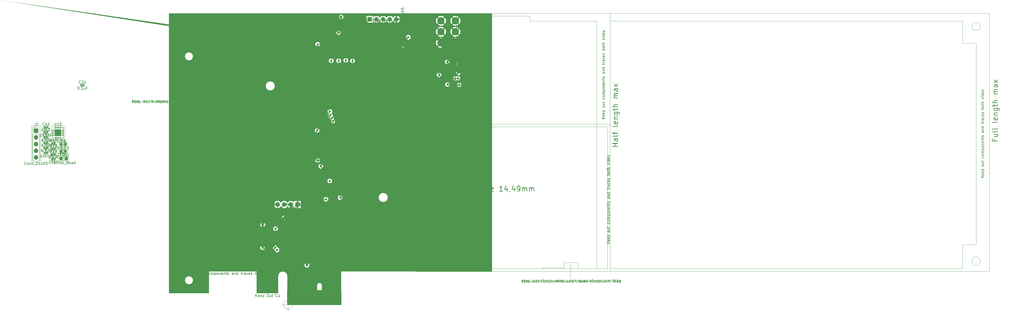
<source format=gbr>
%TF.GenerationSoftware,KiCad,Pcbnew,7.0.2*%
%TF.CreationDate,2023-06-11T00:48:19-04:00*%
%TF.ProjectId,VooDoo 4x PCIe,566f6f44-6f6f-4203-9478-20504349652e,rev?*%
%TF.SameCoordinates,Original*%
%TF.FileFunction,Profile,NP*%
%FSLAX46Y46*%
G04 Gerber Fmt 4.6, Leading zero omitted, Abs format (unit mm)*
G04 Created by KiCad (PCBNEW 7.0.2) date 2023-06-11 00:48:19*
%MOMM*%
%LPD*%
G01*
G04 APERTURE LIST*
G04 Aperture macros list*
%AMRoundRect*
0 Rectangle with rounded corners*
0 $1 Rounding radius*
0 $2 $3 $4 $5 $6 $7 $8 $9 X,Y pos of 4 corners*
0 Add a 4 corners polygon primitive as box body*
4,1,4,$2,$3,$4,$5,$6,$7,$8,$9,$2,$3,0*
0 Add four circle primitives for the rounded corners*
1,1,$1+$1,$2,$3*
1,1,$1+$1,$4,$5*
1,1,$1+$1,$6,$7*
1,1,$1+$1,$8,$9*
0 Add four rect primitives between the rounded corners*
20,1,$1+$1,$2,$3,$4,$5,0*
20,1,$1+$1,$4,$5,$6,$7,0*
20,1,$1+$1,$6,$7,$8,$9,0*
20,1,$1+$1,$8,$9,$2,$3,0*%
%AMFreePoly0*
4,1,62,1.235355,0.885355,1.250000,0.850000,1.250000,0.520000,1.500000,0.520000,1.535355,0.505355,1.550000,0.470000,1.550000,0.200000,1.535355,0.164645,1.500000,0.150000,1.250000,0.150000,1.250000,-0.150000,1.475859,-0.150000,1.500000,-0.140000,1.535355,-0.154645,1.550000,-0.190000,1.550000,-0.460000,1.535355,-0.495355,1.500000,-0.510000,1.250000,-0.510000,1.250000,-0.770000,
1.249957,-0.770103,1.250000,-0.770208,1.242601,-0.787860,1.235355,-0.805355,1.235251,-0.805397,1.235208,-0.805502,1.217505,-0.812748,1.200000,-0.820000,1.199896,-0.819957,1.199792,-0.820000,-1.200208,-0.810000,-1.217758,-0.802644,-1.235355,-0.795355,-1.235398,-0.795250,-1.235502,-0.795207,-1.242731,-0.777547,-1.250000,-0.760000,-1.250000,-0.520000,-1.500000,-0.520000,-1.535355,-0.505355,
-1.550000,-0.470000,-1.550000,-0.180000,-1.535355,-0.144645,-1.500000,-0.130000,-1.250000,-0.130000,-1.250000,0.131639,-1.501666,0.140028,-1.518391,0.147618,-1.535355,0.154645,-1.535697,0.155471,-1.536513,0.155842,-1.542969,0.173028,-1.550000,0.190000,-1.550000,0.470000,-1.535355,0.505355,-1.500000,0.520000,-1.250000,0.520000,-1.250000,0.850000,-1.235355,0.885355,-1.200000,0.900000,
1.200000,0.900000,1.235355,0.885355,1.235355,0.885355,$1*%
G04 Aperture macros list end*
%TA.AperFunction,Profile*%
%ADD10C,0.100000*%
%TD*%
%TA.AperFunction,Profile*%
%ADD11C,0.150000*%
%TD*%
%TA.AperFunction,Profile*%
%ADD12C,0.050000*%
%TD*%
%TA.AperFunction,SMDPad,CuDef*%
%ADD13RoundRect,0.075000X-0.337500X-0.075000X0.337500X-0.075000X0.337500X0.075000X-0.337500X0.075000X0*%
%TD*%
%TA.AperFunction,SMDPad,CuDef*%
%ADD14RoundRect,0.075000X-0.075000X-0.337500X0.075000X-0.337500X0.075000X0.337500X-0.075000X0.337500X0*%
%TD*%
%TA.AperFunction,SMDPad,CuDef*%
%ADD15R,2.500000X2.500000*%
%TD*%
%TA.AperFunction,SMDPad,CuDef*%
%ADD16C,1.500000*%
%TD*%
%TA.AperFunction,SMDPad,CuDef*%
%ADD17RoundRect,0.135000X-0.135000X-0.185000X0.135000X-0.185000X0.135000X0.185000X-0.135000X0.185000X0*%
%TD*%
%TA.AperFunction,ComponentPad*%
%ADD18R,1.700000X1.700000*%
%TD*%
%TA.AperFunction,ComponentPad*%
%ADD19O,1.700000X1.700000*%
%TD*%
%TA.AperFunction,SMDPad,CuDef*%
%ADD20RoundRect,0.250000X-0.325000X-0.450000X0.325000X-0.450000X0.325000X0.450000X-0.325000X0.450000X0*%
%TD*%
%TA.AperFunction,SMDPad,CuDef*%
%ADD21RoundRect,0.237500X-0.287500X-0.237500X0.287500X-0.237500X0.287500X0.237500X-0.287500X0.237500X0*%
%TD*%
%TA.AperFunction,SMDPad,CuDef*%
%ADD22RoundRect,0.140000X-0.140000X-0.170000X0.140000X-0.170000X0.140000X0.170000X-0.140000X0.170000X0*%
%TD*%
%TA.AperFunction,SMDPad,CuDef*%
%ADD23RoundRect,0.135000X-0.185000X0.135000X-0.185000X-0.135000X0.185000X-0.135000X0.185000X0.135000X0*%
%TD*%
%TA.AperFunction,SMDPad,CuDef*%
%ADD24RoundRect,0.250000X1.100000X-0.325000X1.100000X0.325000X-1.100000X0.325000X-1.100000X-0.325000X0*%
%TD*%
%TA.AperFunction,SMDPad,CuDef*%
%ADD25RoundRect,0.250000X0.475000X-0.250000X0.475000X0.250000X-0.475000X0.250000X-0.475000X-0.250000X0*%
%TD*%
%TA.AperFunction,SMDPad,CuDef*%
%ADD26RoundRect,0.140000X0.140000X0.170000X-0.140000X0.170000X-0.140000X-0.170000X0.140000X-0.170000X0*%
%TD*%
%TA.AperFunction,ComponentPad*%
%ADD27C,2.800000*%
%TD*%
%TA.AperFunction,SMDPad,CuDef*%
%ADD28R,0.700000X0.400000*%
%TD*%
%TA.AperFunction,SMDPad,CuDef*%
%ADD29R,1.900000X2.450000*%
%TD*%
%TA.AperFunction,SMDPad,CuDef*%
%ADD30RoundRect,0.140000X0.170000X-0.140000X0.170000X0.140000X-0.170000X0.140000X-0.170000X-0.140000X0*%
%TD*%
%TA.AperFunction,SMDPad,CuDef*%
%ADD31R,0.600000X1.100000*%
%TD*%
%TA.AperFunction,SMDPad,CuDef*%
%ADD32RoundRect,0.135000X0.185000X-0.135000X0.185000X0.135000X-0.185000X0.135000X-0.185000X-0.135000X0*%
%TD*%
%TA.AperFunction,SMDPad,CuDef*%
%ADD33R,1.200000X1.400000*%
%TD*%
%TA.AperFunction,SMDPad,CuDef*%
%ADD34R,1.100000X0.400000*%
%TD*%
%TA.AperFunction,SMDPad,CuDef*%
%ADD35R,0.600000X1.000000*%
%TD*%
%TA.AperFunction,SMDPad,CuDef*%
%ADD36R,2.400000X0.980000*%
%TD*%
%TA.AperFunction,SMDPad,CuDef*%
%ADD37R,5.570000X5.860000*%
%TD*%
%TA.AperFunction,SMDPad,CuDef*%
%ADD38RoundRect,0.140000X-0.170000X0.140000X-0.170000X-0.140000X0.170000X-0.140000X0.170000X0.140000X0*%
%TD*%
%TA.AperFunction,SMDPad,CuDef*%
%ADD39RoundRect,0.250000X-0.325000X-0.650000X0.325000X-0.650000X0.325000X0.650000X-0.325000X0.650000X0*%
%TD*%
%TA.AperFunction,ComponentPad*%
%ADD40R,1.800000X1.800000*%
%TD*%
%TA.AperFunction,ComponentPad*%
%ADD41C,1.800000*%
%TD*%
%TA.AperFunction,SMDPad,CuDef*%
%ADD42RoundRect,0.135000X0.135000X0.185000X-0.135000X0.185000X-0.135000X-0.185000X0.135000X-0.185000X0*%
%TD*%
%TA.AperFunction,SMDPad,CuDef*%
%ADD43R,0.980000X2.400000*%
%TD*%
%TA.AperFunction,SMDPad,CuDef*%
%ADD44R,5.860000X5.570000*%
%TD*%
%TA.AperFunction,SMDPad,CuDef*%
%ADD45R,1.600000X2.700000*%
%TD*%
%TA.AperFunction,SMDPad,CuDef*%
%ADD46R,0.660000X0.400000*%
%TD*%
%TA.AperFunction,SMDPad,CuDef*%
%ADD47R,0.600000X0.400000*%
%TD*%
%TA.AperFunction,SMDPad,CuDef*%
%ADD48R,1.800000X2.550000*%
%TD*%
%TA.AperFunction,SMDPad,CuDef*%
%ADD49RoundRect,0.250000X1.025000X-0.875000X1.025000X0.875000X-1.025000X0.875000X-1.025000X-0.875000X0*%
%TD*%
%TA.AperFunction,SMDPad,CuDef*%
%ADD50RoundRect,0.250000X-0.550000X1.500000X-0.550000X-1.500000X0.550000X-1.500000X0.550000X1.500000X0*%
%TD*%
%TA.AperFunction,ConnectorPad*%
%ADD51R,0.700000X4.200000*%
%TD*%
%TA.AperFunction,ConnectorPad*%
%ADD52R,0.700000X3.200000*%
%TD*%
%TA.AperFunction,SMDPad,CuDef*%
%ADD53R,3.175000X4.950000*%
%TD*%
%TA.AperFunction,SMDPad,CuDef*%
%ADD54R,0.300000X0.700000*%
%TD*%
%TA.AperFunction,SMDPad,CuDef*%
%ADD55FreePoly0,0.000000*%
%TD*%
%TA.AperFunction,SMDPad,CuDef*%
%ADD56RoundRect,0.250000X-0.250000X-0.475000X0.250000X-0.475000X0.250000X0.475000X-0.250000X0.475000X0*%
%TD*%
%TA.AperFunction,SMDPad,CuDef*%
%ADD57RoundRect,0.250000X-0.475000X0.250000X-0.475000X-0.250000X0.475000X-0.250000X0.475000X0.250000X0*%
%TD*%
%TA.AperFunction,SMDPad,CuDef*%
%ADD58RoundRect,0.135000X0.000000X0.295000X0.000000X-0.295000X0.000000X-0.295000X0.000000X0.295000X0*%
%TD*%
%TA.AperFunction,SMDPad,CuDef*%
%ADD59RoundRect,0.067500X-0.067500X0.362500X-0.067500X-0.362500X0.067500X-0.362500X0.067500X0.362500X0*%
%TD*%
%TA.AperFunction,SMDPad,CuDef*%
%ADD60R,1.850000X6.250000*%
%TD*%
%TA.AperFunction,SMDPad,CuDef*%
%ADD61R,5.472000X6.250000*%
%TD*%
%TA.AperFunction,SMDPad,CuDef*%
%ADD62RoundRect,0.250000X0.250000X0.475000X-0.250000X0.475000X-0.250000X-0.475000X0.250000X-0.475000X0*%
%TD*%
%TA.AperFunction,ViaPad*%
%ADD63C,0.800000*%
%TD*%
%TA.AperFunction,Conductor*%
%ADD64C,0.250000*%
%TD*%
%TA.AperFunction,Conductor*%
%ADD65C,0.650000*%
%TD*%
%TA.AperFunction,Conductor*%
%ADD66C,1.000000*%
%TD*%
%TA.AperFunction,Conductor*%
%ADD67C,0.800000*%
%TD*%
%TA.AperFunction,Conductor*%
%ADD68C,0.200000*%
%TD*%
%TA.AperFunction,Conductor*%
%ADD69C,0.750000*%
%TD*%
%ADD70C,0.100000*%
%ADD71RoundRect,0.250000X-0.255000X-0.255000X0.255000X-0.255000X0.255000X0.255000X-0.255000X0.255000X0*%
%ADD72RoundRect,0.075000X-0.337500X-0.075000X0.337500X-0.075000X0.337500X0.075000X-0.337500X0.075000X0*%
%ADD73RoundRect,0.075000X-0.075000X-0.337500X0.075000X-0.337500X0.075000X0.337500X-0.075000X0.337500X0*%
%ADD74RoundRect,0.135000X-0.135000X-0.185000X0.135000X-0.185000X0.135000X0.185000X-0.135000X0.185000X0*%
%ADD75RoundRect,0.250000X-0.325000X-0.450000X0.325000X-0.450000X0.325000X0.450000X-0.325000X0.450000X0*%
%ADD76RoundRect,0.237500X-0.287500X-0.237500X0.287500X-0.237500X0.287500X0.237500X-0.287500X0.237500X0*%
%ADD77RoundRect,0.140000X-0.140000X-0.170000X0.140000X-0.170000X0.140000X0.170000X-0.140000X0.170000X0*%
%ADD78RoundRect,0.135000X-0.185000X0.135000X-0.185000X-0.135000X0.185000X-0.135000X0.185000X0.135000X0*%
%ADD79RoundRect,0.250000X1.100000X-0.325000X1.100000X0.325000X-1.100000X0.325000X-1.100000X-0.325000X0*%
%ADD80RoundRect,0.250000X0.475000X-0.250000X0.475000X0.250000X-0.475000X0.250000X-0.475000X-0.250000X0*%
%ADD81RoundRect,0.140000X0.140000X0.170000X-0.140000X0.170000X-0.140000X-0.170000X0.140000X-0.170000X0*%
%ADD82C,2.800000*%
%ADD83R,0.700000X0.400000*%
%ADD84R,1.900000X2.450000*%
%ADD85RoundRect,0.140000X0.170000X-0.140000X0.170000X0.140000X-0.170000X0.140000X-0.170000X-0.140000X0*%
%ADD86R,0.600000X1.100000*%
%ADD87RoundRect,0.135000X0.185000X-0.135000X0.185000X0.135000X-0.185000X0.135000X-0.185000X-0.135000X0*%
%ADD88R,1.200000X1.400000*%
%ADD89R,1.100000X0.400000*%
%ADD90R,0.600000X1.000000*%
%ADD91R,2.400000X0.980000*%
%ADD92RoundRect,0.140000X-0.170000X0.140000X-0.170000X-0.140000X0.170000X-0.140000X0.170000X0.140000X0*%
%ADD93RoundRect,0.250000X-0.325000X-0.650000X0.325000X-0.650000X0.325000X0.650000X-0.325000X0.650000X0*%
%ADD94R,1.800000X1.800000*%
%ADD95C,1.800000*%
%ADD96RoundRect,0.135000X0.135000X0.185000X-0.135000X0.185000X-0.135000X-0.185000X0.135000X-0.185000X0*%
%ADD97R,0.980000X2.400000*%
%ADD98R,1.600000X2.700000*%
%ADD99R,0.660000X0.400000*%
%ADD100R,0.600000X0.400000*%
%ADD101R,1.800000X2.550000*%
%ADD102RoundRect,0.250000X1.025000X-0.875000X1.025000X0.875000X-1.025000X0.875000X-1.025000X-0.875000X0*%
%ADD103RoundRect,0.250000X-0.550000X1.500000X-0.550000X-1.500000X0.550000X-1.500000X0.550000X1.500000X0*%
%ADD104R,3.175000X4.950000*%
%ADD105R,0.300000X0.700000*%
%ADD106FreePoly0,0.000000*%
%ADD107RoundRect,0.250000X-0.250000X-0.475000X0.250000X-0.475000X0.250000X0.475000X-0.250000X0.475000X0*%
%ADD108RoundRect,0.250000X-0.475000X0.250000X-0.475000X-0.250000X0.475000X-0.250000X0.475000X0.250000X0*%
%ADD109RoundRect,0.135000X0.000000X0.295000X0.000000X-0.295000X0.000000X-0.295000X0.000000X0.295000X0*%
%ADD110RoundRect,0.067500X-0.067500X0.362500X-0.067500X-0.362500X0.067500X-0.362500X0.067500X0.362500X0*%
%ADD111RoundRect,0.250000X0.250000X0.475000X-0.250000X0.475000X-0.250000X-0.475000X0.250000X-0.475000X0*%
%ADD112C,0.200000*%
%ADD113C,0.150000*%
%ADD114C,0.065024*%
%ADD115C,0.120000*%
%ADD116C,0.250000*%
%ADD117C,0.127000*%
%ADD118R,2.500000X2.500000*%
%ADD119C,1.500000*%
%ADD120R,1.700000X1.700000*%
%ADD121O,1.700000X1.700000*%
%ADD122R,5.570000X5.860000*%
%ADD123R,5.860000X5.570000*%
%ADD124RoundRect,0.236600X0.000000X0.295000X0.000000X-0.295000X0.000000X-0.295000X0.000000X0.295000X0*%
%ADD125RoundRect,0.169100X-0.067500X0.362500X-0.067500X-0.362500X0.067500X-0.362500X0.067500X0.362500X0*%
%ADD126RoundRect,0.101600X-0.925000X3.125000X-0.925000X-3.125000X0.925000X-3.125000X0.925000X3.125000X0*%
%ADD127RoundRect,0.101600X-2.736000X3.125000X-2.736000X-3.125000X2.736000X-3.125000X2.736000X3.125000X0*%
%ADD128C,0.400000*%
%ADD129C,0.050000*%
%ADD130C,0.040000*%
%ADD131C,0.080000*%
%ADD132C,0.060000*%
G04 APERTURE END LIST*
D10*
X65910000Y-57320000D02*
G75*
G03*
X65910000Y-57320000I-1762328J0D01*
G01*
D11*
X59070000Y-128030000D02*
X59070000Y-136280000D01*
X25720000Y-136280000D02*
X40720000Y-136280000D01*
X71220000Y-140780000D02*
X81420000Y-140780000D01*
X25720000Y-29630000D02*
X25720000Y-136280000D01*
X81920000Y-140280000D02*
X81920000Y-133330000D01*
D10*
X25720000Y-29630000D02*
X148418650Y-29690000D01*
D11*
X70720000Y-129855000D02*
G75*
G03*
X67070000Y-129855000I-1825000J0D01*
G01*
X83820000Y-133330000D02*
X83820000Y-140280000D01*
X40720000Y-136280000D02*
X40720000Y-128030000D01*
X59070000Y-136280000D02*
X67070000Y-136280000D01*
X148421350Y-128090000D02*
X91020000Y-128030000D01*
X70720000Y-129855000D02*
X70720000Y-140280000D01*
X34820000Y-131430000D02*
G75*
G03*
X34820000Y-131430000I-1600000J0D01*
G01*
X90520000Y-140780000D02*
X84320000Y-140780000D01*
X40720000Y-128030000D02*
X59070000Y-128030000D01*
X91020000Y-128030000D02*
X91020000Y-140280000D01*
D10*
X108880000Y-99850000D02*
G75*
G03*
X108880000Y-99850000I-1762328J0D01*
G01*
D11*
X81420000Y-140780000D02*
X81920000Y-140280000D01*
X67070000Y-136280000D02*
X67070000Y-129855000D01*
X83820000Y-133330000D02*
G75*
G03*
X81920000Y-133330000I-950000J0D01*
G01*
X34820000Y-46030000D02*
G75*
G03*
X34820000Y-46030000I-1600000J0D01*
G01*
X91020000Y-140280000D02*
X90520000Y-140780000D01*
X148418650Y-29690000D02*
X148421350Y-128090000D01*
X70720000Y-140280000D02*
X71220000Y-140780000D01*
X83820000Y-140280000D02*
X84320000Y-140780000D01*
D12*
X72536666Y-140780000D02*
G75*
G03*
X72536666Y-140780000I-1666666J0D01*
G01*
X68370000Y-140780000D02*
X73370000Y-140780000D01*
X70870000Y-138280000D02*
X70870000Y-143280000D01*
D13*
%TO.P,U10,1,VCCIO*%
%TO.N,3V3*%
X-18577500Y-74195000D03*
%TO.P,U10,2,RXD*%
%TO.N,RX*%
X-18577500Y-74845000D03*
%TO.P,U10,3,GND*%
%TO.N,GND*%
X-18577500Y-75495000D03*
%TO.P,U10,4,~{CTS}*%
%TO.N,CTS*%
X-18577500Y-76145000D03*
D14*
%TO.P,U10,5,CBUS2*%
%TO.N,/ftdi/TXLED*%
X-17615000Y-77107500D03*
%TO.P,U10,6,USBDP*%
%TO.N,Net-(U10-USBDP)*%
X-16965000Y-77107500D03*
%TO.P,U10,7,USBDM*%
%TO.N,Net-(U10-USBDM)*%
X-16315000Y-77107500D03*
%TO.P,U10,8,3V3OUT*%
%TO.N,3V3*%
X-15665000Y-77107500D03*
D13*
%TO.P,U10,9,~{RESET}*%
X-14702500Y-76145000D03*
%TO.P,U10,10,VCC*%
%TO.N,VCC*%
X-14702500Y-75495000D03*
%TO.P,U10,11,CBUS1*%
%TO.N,/ftdi/RXLED*%
X-14702500Y-74845000D03*
%TO.P,U10,12,CBUS0*%
%TO.N,unconnected-(U10-CBUS0-Pad12)*%
X-14702500Y-74195000D03*
D14*
%TO.P,U10,13,GND*%
%TO.N,GND*%
X-15665000Y-73232500D03*
%TO.P,U10,14,CBUS3*%
%TO.N,unconnected-(U10-CBUS3-Pad14)*%
X-16315000Y-73232500D03*
%TO.P,U10,15,TXD*%
%TO.N,TX*%
X-16965000Y-73232500D03*
%TO.P,U10,16,~{RTS}*%
%TO.N,RTS*%
X-17615000Y-73232500D03*
D15*
%TO.P,U10,17,GND*%
%TO.N,GND*%
X-16640000Y-75170000D03*
%TD*%
D16*
%TO.P,CLKI,1,1*%
%TO.N,Net-(IC1-CLKI)*%
X84600000Y-45330000D03*
%TD*%
%TO.P,BI,1,1*%
%TO.N,Net-(IC1-BI)*%
X95510000Y-45310000D03*
%TD*%
D17*
%TO.P,R20,1*%
%TO.N,Net-(D2-K)*%
X-18820000Y-85260000D03*
%TO.P,R20,2*%
%TO.N,/ftdi/TXLED*%
X-17800000Y-85260000D03*
%TD*%
%TO.P,R19,1*%
%TO.N,Net-(D1-K)*%
X-18820000Y-83270000D03*
%TO.P,R19,2*%
%TO.N,/ftdi/RXLED*%
X-17800000Y-83270000D03*
%TD*%
%TO.P,R18,1*%
%TO.N,Net-(C45-Pad1)*%
X-18820000Y-81280000D03*
%TO.P,R18,2*%
%TO.N,Net-(U10-USBDP)*%
X-17800000Y-81280000D03*
%TD*%
%TO.P,R17,1*%
%TO.N,Net-(U10-USBDM)*%
X-18820000Y-79290000D03*
%TO.P,R17,2*%
%TO.N,Net-(C44-Pad1)*%
X-17800000Y-79290000D03*
%TD*%
D18*
%TO.P,J3,1,Pin_1*%
%TO.N,VCC*%
X-24960000Y-74370000D03*
D19*
%TO.P,J3,2,Pin_2*%
%TO.N,3V3*%
X-24960000Y-76910000D03*
%TO.P,J3,3,Pin_3*%
%TO.N,RX*%
X-24960000Y-79450000D03*
%TO.P,J3,4,Pin_4*%
%TO.N,TX*%
X-24960000Y-81990000D03*
%TO.P,J3,5,Pin_5*%
%TO.N,GND*%
X-24960000Y-84530000D03*
%TD*%
D20*
%TO.P,FB1,1*%
%TO.N,VCC*%
X-15505000Y-84950000D03*
%TO.P,FB1,2*%
%TO.N,Net-(C42-Pad1)*%
X-13455000Y-84950000D03*
%TD*%
D21*
%TO.P,D2,1,K*%
%TO.N,Net-(D2-K)*%
X-15510000Y-82180000D03*
%TO.P,D2,2,A*%
%TO.N,3V3*%
X-13760000Y-82180000D03*
%TD*%
%TO.P,D1,1,K*%
%TO.N,Net-(D1-K)*%
X-15510000Y-79590000D03*
%TO.P,D1,2,A*%
%TO.N,3V3*%
X-13760000Y-79590000D03*
%TD*%
D22*
%TO.P,C47,1*%
%TO.N,3V3*%
X-21680000Y-82880000D03*
%TO.P,C47,2*%
%TO.N,GND*%
X-20720000Y-82880000D03*
%TD*%
%TO.P,C46,1*%
%TO.N,VCC*%
X-21680000Y-80910000D03*
%TO.P,C46,2*%
%TO.N,GND*%
X-20720000Y-80910000D03*
%TD*%
%TO.P,C45,1*%
%TO.N,Net-(C45-Pad1)*%
X-21680000Y-78940000D03*
%TO.P,C45,2*%
%TO.N,GND*%
X-20720000Y-78940000D03*
%TD*%
%TO.P,C44,1*%
%TO.N,Net-(C44-Pad1)*%
X-21680000Y-76970000D03*
%TO.P,C44,2*%
%TO.N,GND*%
X-20720000Y-76970000D03*
%TD*%
%TO.P,C43,1*%
%TO.N,VCC*%
X-21680000Y-75000000D03*
%TO.P,C43,2*%
%TO.N,GND*%
X-20720000Y-75000000D03*
%TD*%
%TO.P,C42,1*%
%TO.N,Net-(C42-Pad1)*%
X-21680000Y-73030000D03*
%TO.P,C42,2*%
%TO.N,GND*%
X-20720000Y-73030000D03*
%TD*%
D23*
%TO.P,R13,1,1*%
%TO.N,/Asic/TEMP_N*%
X85330000Y-88110000D03*
%TO.P,R13,2,2*%
X85330000Y-89130000D03*
%TD*%
D24*
%TO.P,C28,1*%
%TO.N,+12V*%
X128192750Y-47987750D03*
%TO.P,C28,2*%
%TO.N,GND*%
X128192750Y-45037750D03*
%TD*%
D25*
%TO.P,C29,1*%
%TO.N,+12V*%
X125252750Y-47502750D03*
%TO.P,C29,2*%
%TO.N,GND*%
X125252750Y-45602750D03*
%TD*%
D26*
%TO.P,C34,1*%
%TO.N,Net-(U1-BOOT)*%
X134962750Y-47582750D03*
%TO.P,C34,2*%
%TO.N,/DC components/SW*%
X134002750Y-47582750D03*
%TD*%
D18*
%TO.P,J3,1,Pin_1*%
%TO.N,/Asic/1V8*%
X102000000Y-31880000D03*
D19*
%TO.P,J3,2,Pin_2*%
%TO.N,/Asic/CI*%
X104540000Y-31880000D03*
%TO.P,J3,3,Pin_3*%
%TO.N,/Asic/RO*%
X107080000Y-31880000D03*
%TO.P,J3,4,Pin_4*%
%TO.N,/Asic/RST_N*%
X109620000Y-31880000D03*
%TO.P,J3,5,Pin_5*%
%TO.N,GND*%
X112160000Y-31880000D03*
%TD*%
D27*
%TO.P,Conn1,1*%
%TO.N,+12V*%
X134595250Y-40852750D03*
%TO.P,Conn1,2*%
%TO.N,GND*%
X129095250Y-40852750D03*
%TO.P,Conn1,3*%
%TO.N,+12V*%
X134595250Y-36652750D03*
%TO.P,Conn1,4*%
%TO.N,GND*%
X129095250Y-36652750D03*
%TO.P,Conn1,5*%
%TO.N,+12V*%
X134595250Y-32452750D03*
%TO.P,Conn1,6*%
%TO.N,GND*%
X129095250Y-32452750D03*
%TD*%
D16*
%TO.P,RSTO,1,1*%
%TO.N,Net-(IC1-NRSTO)*%
X93090000Y-103740000D03*
%TD*%
D28*
%TO.P,Q2,1*%
%TO.N,GND*%
X136492750Y-50222750D03*
%TO.P,Q2,2*%
X136492750Y-50882750D03*
%TO.P,Q2,3,S*%
X136492750Y-51532750D03*
%TO.P,Q2,4,G*%
%TO.N,Net-(Q2-G)*%
X136492750Y-52182750D03*
%TO.P,Q2,5,D*%
%TO.N,/DC components/SW*%
X139692750Y-52182750D03*
%TO.P,Q2,6*%
%TO.N,N/C*%
X139692750Y-51532750D03*
%TO.P,Q2,7*%
X139692750Y-50882750D03*
%TO.P,Q2,8*%
X139692750Y-50222750D03*
D29*
X138532750Y-51202750D03*
%TD*%
D30*
%TO.P,C9,1*%
%TO.N,/DC components/VDD*%
X112340000Y-47640000D03*
%TO.P,C9,2*%
%TO.N,GND*%
X112340000Y-46680000D03*
%TD*%
D26*
%TO.P,C31,1*%
%TO.N,/Asic/1V8*%
X94860000Y-36110000D03*
%TO.P,C31,2*%
%TO.N,GND*%
X93900000Y-36110000D03*
%TD*%
D30*
%TO.P,C20,1*%
%TO.N,/Asic/1V8*%
X78860000Y-56460000D03*
%TO.P,C20,2*%
%TO.N,GND*%
X78860000Y-55500000D03*
%TD*%
D31*
%TO.P,U8,1,VCCA*%
%TO.N,/Asic/1V8*%
X94900000Y-34830000D03*
%TO.P,U8,2,GND*%
%TO.N,GND*%
X95850000Y-34830000D03*
%TO.P,U8,3,A*%
%TO.N,/Asic/RST_N*%
X96800000Y-34830000D03*
%TO.P,U8,4,B*%
%TO.N,/Asic/BM_RST*%
X96800000Y-32130000D03*
%TO.P,U8,5,DIR*%
%TO.N,GND*%
X95850000Y-32130000D03*
%TO.P,U8,6,VCCB*%
%TO.N,/3V3*%
X94900000Y-32130000D03*
%TD*%
D32*
%TO.P,R8,1*%
%TO.N,/DC components/PGOOD*%
X128292750Y-52122750D03*
%TO.P,R8,2*%
%TO.N,Net-(U1-BP)*%
X128292750Y-51102750D03*
%TD*%
D33*
%TO.P,X1,1,EN*%
%TO.N,/Asic/1V8*%
X88020000Y-54630000D03*
%TO.P,X1,2,GND*%
%TO.N,GND*%
X88020000Y-56830000D03*
%TO.P,X1,3,OUT*%
%TO.N,Net-(IC1-CLKI)*%
X89780000Y-56830000D03*
%TO.P,X1,4,VDD*%
%TO.N,/Asic/1V8*%
X89780000Y-54630000D03*
%TD*%
D34*
%TO.P,U7,1,VDD*%
%TO.N,/3V3*%
X63825000Y-120965000D03*
%TO.P,U7,2,DP*%
%TO.N,/Asic/TEMP_P*%
X63825000Y-120315000D03*
%TO.P,U7,3,DN*%
%TO.N,/Asic/TEMP_N*%
X63825000Y-119665000D03*
%TO.P,U7,4,FAN*%
%TO.N,/FAN/FAN_PWM*%
X63825000Y-119015000D03*
%TO.P,U7,5,GND*%
%TO.N,GND*%
X59525000Y-119015000D03*
%TO.P,U7,6,ALERT/TACH*%
%TO.N,/FAN/FAN_TACH*%
X59525000Y-119665000D03*
%TO.P,U7,7,SMDATA*%
%TO.N,/FAN/SDA*%
X59525000Y-120315000D03*
%TO.P,U7,8,SMCLK*%
%TO.N,/FAN/SCL*%
X59525000Y-120965000D03*
%TD*%
D25*
%TO.P,C37,1*%
%TO.N,Net-(C37-Pad1)*%
X138782750Y-60332750D03*
%TO.P,C37,2*%
%TO.N,/DC components/OUT0*%
X138782750Y-58432750D03*
%TD*%
D31*
%TO.P,U3,1,VCCA*%
%TO.N,/Asic/1V8*%
X90200000Y-34840000D03*
%TO.P,U3,2,GND*%
%TO.N,GND*%
X91150000Y-34840000D03*
%TO.P,U3,3,A*%
%TO.N,/Asic/RO*%
X92100000Y-34840000D03*
%TO.P,U3,4,B*%
%TO.N,/Asic/BM_RO*%
X92100000Y-32140000D03*
%TO.P,U3,5,DIR*%
%TO.N,/Asic/1V8*%
X91150000Y-32140000D03*
%TO.P,U3,6,VCCB*%
%TO.N,/3V3*%
X90200000Y-32140000D03*
%TD*%
D30*
%TO.P,C7,1*%
%TO.N,/DC components/VDD*%
X113430000Y-47640000D03*
%TO.P,C7,2*%
%TO.N,GND*%
X113430000Y-46680000D03*
%TD*%
D26*
%TO.P,C14,1*%
%TO.N,/Asic/1V8*%
X83450000Y-83610000D03*
%TO.P,C14,2*%
%TO.N,GND*%
X82490000Y-83610000D03*
%TD*%
D35*
%TO.P,U2,1,VIN*%
%TO.N,/Asic/5V*%
X82250000Y-54710000D03*
%TO.P,U2,2,VSS*%
%TO.N,GND*%
X81300000Y-54710000D03*
%TO.P,U2,3,CE*%
X80350000Y-54710000D03*
%TO.P,U2,4,NC*%
%TO.N,unconnected-(U2-NC-Pad4)*%
X80350000Y-57310000D03*
%TO.P,U2,5,VOUT*%
%TO.N,/Asic/1V8*%
X82250000Y-57310000D03*
%TD*%
D36*
%TO.P,U6,1*%
%TO.N,+12V*%
X112500000Y-43320000D03*
%TO.P,U6,2*%
%TO.N,/Asic/5V*%
X112500000Y-38760000D03*
D37*
%TO.P,U6,3*%
%TO.N,GND*%
X105830000Y-41040000D03*
%TD*%
D26*
%TO.P,C26,1*%
%TO.N,/3V3*%
X90150000Y-31010000D03*
%TO.P,C26,2*%
%TO.N,GND*%
X89190000Y-31010000D03*
%TD*%
D16*
%TO.P,CI,1,1*%
%TO.N,/Asic/CI*%
X87320000Y-45330000D03*
%TD*%
D22*
%TO.P,C22,1*%
%TO.N,/Asic/5V*%
X86120000Y-52380000D03*
%TO.P,C22,2*%
%TO.N,GND*%
X87080000Y-52380000D03*
%TD*%
D23*
%TO.P,R3,1*%
%TO.N,GND*%
X90260000Y-70790000D03*
%TO.P,R3,2*%
%TO.N,Net-(IC1-ADDR0)*%
X90260000Y-71810000D03*
%TD*%
D38*
%TO.P,C8,1*%
%TO.N,Net-(IC1-VDD3_0)*%
X93020000Y-72960000D03*
%TO.P,C8,2*%
%TO.N,/DC components/VDD*%
X93020000Y-73920000D03*
%TD*%
D16*
%TO.P,TP1,1,1*%
%TO.N,/FAN/FAN_TACH*%
X63480000Y-105060000D03*
%TD*%
D39*
%TO.P,C39,1*%
%TO.N,/DC components/VDD*%
X117487750Y-65552750D03*
%TO.P,C39,2*%
%TO.N,GND*%
X120437750Y-65552750D03*
%TD*%
D26*
%TO.P,C35,1*%
%TO.N,/3V3*%
X94870000Y-31070000D03*
%TO.P,C35,2*%
%TO.N,GND*%
X93910000Y-31070000D03*
%TD*%
D38*
%TO.P,C12,1*%
%TO.N,/DC components/VDD*%
X92650000Y-81710000D03*
%TO.P,C12,2*%
%TO.N,Net-(IC1-VDD3_1)*%
X92650000Y-82670000D03*
%TD*%
D40*
%TO.P,CN1,1,1*%
%TO.N,GND*%
X74520000Y-102530000D03*
D41*
%TO.P,CN1,2,2*%
%TO.N,/FAN/5V*%
X71980000Y-102530000D03*
%TO.P,CN1,3,3*%
%TO.N,/FAN/FAN_TACH*%
X69440000Y-102530000D03*
%TO.P,CN1,4,4*%
%TO.N,/FAN/FAN_PWM*%
X66900000Y-102530000D03*
%TD*%
D42*
%TO.P,R16,1*%
%TO.N,/FAN/FAN_PWM*%
X63710000Y-117560000D03*
%TO.P,R16,2*%
%TO.N,/3V3*%
X62690000Y-117560000D03*
%TD*%
D43*
%TO.P,U9,1*%
%TO.N,/PC12V*%
X73520000Y-122520000D03*
%TO.P,U9,2*%
%TO.N,/FAN/5V*%
X78080000Y-122520000D03*
D44*
%TO.P,U9,3*%
%TO.N,GND*%
X75800000Y-115850000D03*
%TD*%
D45*
%TO.P,C38,1*%
%TO.N,/DC components/VDD*%
X117732750Y-51702750D03*
%TO.P,C38,2*%
%TO.N,GND*%
X120732750Y-51702750D03*
%TD*%
D32*
%TO.P,R6,1*%
%TO.N,Net-(IC1-RI)*%
X83380000Y-86710000D03*
%TO.P,R6,2*%
%TO.N,/Asic/1V8*%
X83380000Y-85690000D03*
%TD*%
D38*
%TO.P,C15,1*%
%TO.N,Net-(IC1-VDD3_1)*%
X93650000Y-82680000D03*
%TO.P,C15,2*%
%TO.N,Net-(IC1-VDD2_1)*%
X93650000Y-83640000D03*
%TD*%
D16*
%TO.P,CLKO,1,1*%
%TO.N,Net-(IC1-CLKO)*%
X90320000Y-103830000D03*
%TD*%
D23*
%TO.P,R4,1*%
%TO.N,GND*%
X89250000Y-70790000D03*
%TO.P,R4,2*%
%TO.N,Net-(IC1-ADDR1)*%
X89250000Y-71810000D03*
%TD*%
D46*
%TO.P,Q1,1*%
%TO.N,/DC components/SW*%
X139422750Y-55662750D03*
%TO.P,Q1,2*%
X139422750Y-55012750D03*
%TO.P,Q1,3,S*%
X139422750Y-54372750D03*
%TO.P,Q1,4,G*%
%TO.N,Net-(Q1-G)*%
X139422750Y-53722750D03*
D47*
%TO.P,Q1,5,D*%
%TO.N,+12V*%
X136422750Y-53722750D03*
%TO.P,Q1,6*%
%TO.N,N/C*%
X136422750Y-54372750D03*
%TO.P,Q1,7*%
X136422750Y-55012750D03*
%TO.P,Q1,8*%
X136422750Y-55662750D03*
D48*
%TO.P,Q1,9*%
X137622750Y-54692750D03*
%TD*%
D26*
%TO.P,C25,1*%
%TO.N,/3V3*%
X85420000Y-30960000D03*
%TO.P,C25,2*%
%TO.N,GND*%
X84460000Y-30960000D03*
%TD*%
D49*
%TO.P,C13,1*%
%TO.N,/Asic/VDD*%
X117860000Y-48540000D03*
%TO.P,C13,2*%
%TO.N,GND*%
X117860000Y-42140000D03*
%TD*%
D35*
%TO.P,U4,1,IN*%
%TO.N,/Asic/5V*%
X85970000Y-54710000D03*
%TO.P,U4,2,GND*%
%TO.N,GND*%
X85020000Y-54710000D03*
%TO.P,U4,3,EN*%
%TO.N,/Asic/5V*%
X84070000Y-54710000D03*
%TO.P,U4,4,BP/FB*%
%TO.N,/Asic/0V8*%
X84070000Y-57310000D03*
%TO.P,U4,5,OUT*%
X85970000Y-57310000D03*
%TD*%
D38*
%TO.P,C2,1*%
%TO.N,GND*%
X93990000Y-70080000D03*
%TO.P,C2,2*%
%TO.N,Net-(IC1-VDD1_0)*%
X93990000Y-71040000D03*
%TD*%
D30*
%TO.P,C11,1*%
%TO.N,/DC components/VDD*%
X110290000Y-47640000D03*
%TO.P,C11,2*%
%TO.N,GND*%
X110290000Y-46680000D03*
%TD*%
D22*
%TO.P,C21,1*%
%TO.N,/Asic/1V8*%
X-7770000Y-57010000D03*
%TO.P,C21,2*%
%TO.N,GND*%
X-6810000Y-57010000D03*
%TD*%
D50*
%TO.P,C27,1*%
%TO.N,/FAN/5V*%
X67980000Y-110800000D03*
%TO.P,C27,2*%
%TO.N,GND*%
X67980000Y-116200000D03*
%TD*%
D17*
%TO.P,R10,1*%
%TO.N,/DC components/VDD*%
X137702750Y-61612750D03*
%TO.P,R10,2*%
%TO.N,Net-(C37-Pad1)*%
X138722750Y-61612750D03*
%TD*%
D51*
%TO.P,J1,B18,GND*%
%TO.N,GND*%
X90370000Y-137260000D03*
D52*
%TO.P,J1,B17,~{PRSNT2}*%
%TO.N,unconnected-(J1-~{PRSNT2}-PadB17)*%
X89370000Y-136760000D03*
D51*
%TO.P,J1,B16,GND*%
%TO.N,GND*%
X88370000Y-137260000D03*
%TO.P,J1,B15,PETn0*%
%TO.N,/PETn0*%
X87370000Y-137260000D03*
%TO.P,J1,B14,PETp0*%
%TO.N,/PETp0*%
X86370000Y-137260000D03*
%TO.P,J1,B13,GND*%
%TO.N,GND*%
X85370000Y-137260000D03*
%TO.P,J1,B12,RSVD*%
%TO.N,unconnected-(J1-RSVD-PadB12)*%
X84370000Y-137260000D03*
%TO.P,J1,B11,~{WAKE}*%
%TO.N,/~{WAKE}*%
X81370000Y-137260000D03*
%TO.P,J1,B10,+3.3V_aux*%
%TO.N,+3.3VA*%
X80370000Y-137260000D03*
%TO.P,J1,B9,~{TRST}*%
%TO.N,/~{TRST}*%
X79370000Y-137260000D03*
%TO.P,J1,B8,+3.3V*%
%TO.N,/3V3*%
X78370000Y-137260000D03*
%TO.P,J1,B7,GND*%
%TO.N,GND*%
X77370000Y-137260000D03*
%TO.P,J1,B6,SMDAT*%
%TO.N,/SMDAT*%
X76370000Y-137260000D03*
%TO.P,J1,B5,SMCLK*%
%TO.N,/SMCLK*%
X75370000Y-137260000D03*
%TO.P,J1,B4,GND*%
%TO.N,GND*%
X74370000Y-137260000D03*
%TO.P,J1,B3,+12V*%
%TO.N,/PC12V*%
X73370000Y-137260000D03*
%TO.P,J1,B2,+12V*%
X72370000Y-137260000D03*
%TO.P,J1,B1,+12V*%
X71370000Y-137260000D03*
%TD*%
D22*
%TO.P,C24,1*%
%TO.N,/Asic/0V8*%
X84070000Y-59210000D03*
%TO.P,C24,2*%
%TO.N,GND*%
X85030000Y-59210000D03*
%TD*%
D53*
%TO.P,L1,1,1*%
%TO.N,/DC components/SW*%
X127542750Y-58932750D03*
%TO.P,L1,2,2*%
%TO.N,/DC components/VDD*%
X118527750Y-58932750D03*
%TD*%
D26*
%TO.P,C16,1*%
%TO.N,/Asic/0V8*%
X83440000Y-84630000D03*
%TO.P,C16,2*%
%TO.N,GND*%
X82480000Y-84630000D03*
%TD*%
D30*
%TO.P,C19,1*%
%TO.N,/Asic/5V*%
X82330000Y-53570000D03*
%TO.P,C19,2*%
%TO.N,GND*%
X82330000Y-52610000D03*
%TD*%
D54*
%TO.P,U1,1,VDD*%
%TO.N,+12V*%
X132922750Y-52672750D03*
%TO.P,U1,2,SS*%
%TO.N,Net-(U1-SS)*%
X133422750Y-52672750D03*
%TO.P,U1,3,PGOOD*%
%TO.N,/DC components/PGOOD*%
X133922750Y-52672750D03*
%TO.P,U1,4,COMP*%
%TO.N,Net-(U1-COMP)*%
X134422750Y-52672750D03*
%TO.P,U1,5,FB*%
%TO.N,/DC components/OUT0*%
X134922750Y-52672750D03*
%TO.P,U1,6,BOOT*%
%TO.N,Net-(U1-BOOT)*%
X134922750Y-49872750D03*
%TO.P,U1,7,HDRV*%
%TO.N,Net-(Q1-G)*%
X134422750Y-49872750D03*
%TO.P,U1,8,SW*%
%TO.N,/DC components/SW*%
X133922750Y-49872750D03*
%TO.P,U1,9,LDRV*%
%TO.N,Net-(Q2-G)*%
X133422750Y-49872750D03*
%TO.P,U1,10,BP*%
%TO.N,Net-(U1-BP)*%
X132922750Y-49872750D03*
D55*
%TO.P,U1,11,GND*%
%TO.N,GND*%
X133922750Y-51222750D03*
%TD*%
D30*
%TO.P,C48,1*%
%TO.N,GND*%
X91240000Y-56080000D03*
%TO.P,C48,2*%
%TO.N,/Asic/1V8*%
X91240000Y-55120000D03*
%TD*%
D32*
%TO.P,R14,1,1*%
%TO.N,/Asic/TEMP_P*%
X86780000Y-89130000D03*
%TO.P,R14,2,2*%
X86780000Y-88110000D03*
%TD*%
D56*
%TO.P,C32,1*%
%TO.N,Net-(U1-COMP)*%
X132902750Y-57082750D03*
%TO.P,C32,2*%
%TO.N,/DC components/OUT0*%
X134802750Y-57082750D03*
%TD*%
D26*
%TO.P,C5,1*%
%TO.N,/Asic/1V8*%
X83110000Y-72710000D03*
%TO.P,C5,2*%
%TO.N,GND*%
X82150000Y-72710000D03*
%TD*%
D32*
%TO.P,R9,1*%
%TO.N,Net-(Q2-G)*%
X132972750Y-47612750D03*
%TO.P,R9,2*%
%TO.N,GND*%
X132972750Y-46592750D03*
%TD*%
D38*
%TO.P,C3,1*%
%TO.N,Net-(IC1-VDD1_0)*%
X93010000Y-71080000D03*
%TO.P,C3,2*%
%TO.N,Net-(IC1-VDD2_0)*%
X93010000Y-72040000D03*
%TD*%
D57*
%TO.P,C36,1*%
%TO.N,Net-(U1-BP)*%
X131152750Y-50472750D03*
%TO.P,C36,2*%
%TO.N,GND*%
X131152750Y-52372750D03*
%TD*%
D23*
%TO.P,R5,1*%
%TO.N,GND*%
X88310000Y-71990000D03*
%TO.P,R5,2*%
%TO.N,Net-(IC1-ADDR2)*%
X88310000Y-73010000D03*
%TD*%
D22*
%TO.P,C1,1*%
%TO.N,Net-(U7-DP)*%
X56160000Y-112065000D03*
%TO.P,C1,2*%
%TO.N,Net-(U7-DN)*%
X57120000Y-112065000D03*
%TD*%
D16*
%TO.P,RI,1,1*%
%TO.N,Net-(IC1-RI)*%
X91730000Y-101480000D03*
%TD*%
D38*
%TO.P,C6,1*%
%TO.N,Net-(IC1-VDD2_0)*%
X93990000Y-71970000D03*
%TO.P,C6,2*%
%TO.N,Net-(IC1-VDD3_0)*%
X93990000Y-72930000D03*
%TD*%
D58*
%TO.P,IC1,1,VDD3_0*%
%TO.N,Net-(IC1-VDD3_0)*%
X91070000Y-74115400D03*
%TO.P,IC1,2,VDD2_0*%
%TO.N,Net-(IC1-VDD2_0)*%
X90590000Y-74115400D03*
%TO.P,IC1,3,VDD1_0*%
%TO.N,Net-(IC1-VDD1_0)*%
X90110000Y-74115400D03*
%TO.P,IC1,4,ADDR0*%
%TO.N,Net-(IC1-ADDR0)*%
X89630000Y-74115400D03*
%TO.P,IC1,5,ADDR1*%
%TO.N,Net-(IC1-ADDR1)*%
X89150000Y-74115400D03*
%TO.P,IC1,6,ADDR2*%
%TO.N,Net-(IC1-ADDR2)*%
X88670000Y-74115400D03*
%TO.P,IC1,7,TEST*%
%TO.N,unconnected-(IC1-TEST-Pad7)*%
X88190000Y-74115400D03*
%TO.P,IC1,8,BI*%
%TO.N,Net-(IC1-BI)*%
X87710000Y-74115400D03*
%TO.P,IC1,9,NRSTI*%
%TO.N,/Asic/RST_N*%
X87230000Y-74115400D03*
%TO.P,IC1,10,RO*%
%TO.N,/Asic/RO*%
X86750000Y-74115400D03*
%TO.P,IC1,11,CI*%
%TO.N,/Asic/CI*%
X86270000Y-74115400D03*
%TO.P,IC1,12,CLKI*%
%TO.N,Net-(IC1-CLKI)*%
X85790000Y-74115400D03*
%TO.P,IC1,13,PLL_VSS*%
%TO.N,GND*%
X85310000Y-74115400D03*
%TO.P,IC1,14,PLL_VDD*%
%TO.N,/Asic/0V8*%
X84830000Y-74115400D03*
%TO.P,IC1,15,VDDIO_08_0*%
X84350000Y-74115400D03*
%TO.P,IC1,16,VDDIO_18_0*%
%TO.N,/Asic/1V8*%
X83870000Y-74115400D03*
D59*
%TO.P,IC1,17,VDDIO_18_1*%
X83870000Y-81984600D03*
%TO.P,IC1,18,VDDIO_08_1*%
%TO.N,/Asic/0V8*%
X84350000Y-81984600D03*
D58*
%TO.P,IC1,19,VSS*%
%TO.N,GND*%
X84830000Y-81984600D03*
%TO.P,IC1,20,PIN_MODE*%
%TO.N,unconnected-(IC1-PIN_MODE-Pad20)*%
X85310000Y-81984600D03*
%TO.P,IC1,21,TEMP_N*%
%TO.N,/Asic/TEMP_N*%
X85790000Y-81984600D03*
%TO.P,IC1,22,TEMP_P*%
%TO.N,/Asic/TEMP_P*%
X86270000Y-81984600D03*
%TO.P,IC1,23,RF*%
%TO.N,unconnected-(IC1-RF-Pad23)*%
X86750000Y-81984600D03*
%TO.P,IC1,24,TF*%
%TO.N,unconnected-(IC1-TF-Pad24)*%
X87230000Y-81984600D03*
%TO.P,IC1,25,CLKO*%
%TO.N,Net-(IC1-CLKO)*%
X87710000Y-81984600D03*
%TO.P,IC1,26,CO*%
%TO.N,Net-(IC1-CO)*%
X88190000Y-81984600D03*
%TO.P,IC1,27,RI*%
%TO.N,Net-(IC1-RI)*%
X88670000Y-81984600D03*
%TO.P,IC1,28,NRSTO*%
%TO.N,Net-(IC1-NRSTO)*%
X89150000Y-81984600D03*
%TO.P,IC1,29,BO*%
%TO.N,Net-(IC1-BO)*%
X89630000Y-81984600D03*
%TO.P,IC1,30,VDD1_1*%
%TO.N,Net-(IC1-VDD1_1)*%
X90110000Y-81984600D03*
%TO.P,IC1,31,VDD2_1*%
%TO.N,Net-(IC1-VDD2_1)*%
X90590000Y-81984600D03*
%TO.P,IC1,32,VDD3_1*%
%TO.N,Net-(IC1-VDD3_1)*%
X91070000Y-81984600D03*
D60*
%TO.P,IC1,33,VDD*%
%TO.N,/DC components/VDD*%
X90470000Y-78050000D03*
D61*
%TO.P,IC1,34,VSS_0*%
%TO.N,GND*%
X86270000Y-78050000D03*
%TD*%
D38*
%TO.P,C17,1*%
%TO.N,Net-(IC1-VDD2_1)*%
X92650000Y-83610000D03*
%TO.P,C17,2*%
%TO.N,Net-(IC1-VDD1_1)*%
X92650000Y-84570000D03*
%TD*%
D16*
%TO.P,TP5,1,1*%
%TO.N,GND*%
X63580000Y-79290000D03*
%TD*%
D22*
%TO.P,C30,1*%
%TO.N,Net-(U1-SS)*%
X133362750Y-55422750D03*
%TO.P,C30,2*%
%TO.N,GND*%
X134322750Y-55422750D03*
%TD*%
D62*
%TO.P,C33,1*%
%TO.N,Net-(U1-COMP)*%
X134752750Y-59112750D03*
%TO.P,C33,2*%
%TO.N,Net-(C33-Pad2)*%
X132852750Y-59112750D03*
%TD*%
D31*
%TO.P,U5,1,VCCA*%
%TO.N,/Asic/1V8*%
X85440000Y-34880000D03*
%TO.P,U5,2,GND*%
%TO.N,GND*%
X86390000Y-34880000D03*
%TO.P,U5,3,A*%
%TO.N,/Asic/CI*%
X87340000Y-34880000D03*
%TO.P,U5,4,B*%
%TO.N,/Asic/BM_CI*%
X87340000Y-32180000D03*
%TO.P,U5,5,DIR*%
%TO.N,GND*%
X86390000Y-32180000D03*
%TO.P,U5,6,VCCB*%
%TO.N,/3V3*%
X85440000Y-32180000D03*
%TD*%
D26*
%TO.P,C23,1*%
%TO.N,/Asic/1V8*%
X90150000Y-36060000D03*
%TO.P,C23,2*%
%TO.N,GND*%
X89190000Y-36060000D03*
%TD*%
D17*
%TO.P,R12,1*%
%TO.N,/DC components/OUT0*%
X137052750Y-56992750D03*
%TO.P,R12,2*%
%TO.N,GND*%
X138072750Y-56992750D03*
%TD*%
D16*
%TO.P,RO,1,1*%
%TO.N,/Asic/RO*%
X90180000Y-45330000D03*
%TD*%
D38*
%TO.P,C18,1*%
%TO.N,Net-(IC1-VDD1_1)*%
X93660000Y-84610000D03*
%TO.P,C18,2*%
%TO.N,GND*%
X93660000Y-85570000D03*
%TD*%
D32*
%TO.P,R11,1*%
%TO.N,/DC components/VDD*%
X137202750Y-59142750D03*
%TO.P,R11,2*%
%TO.N,/DC components/OUT0*%
X137202750Y-58122750D03*
%TD*%
D26*
%TO.P,C4,1*%
%TO.N,/Asic/0V8*%
X83120000Y-71710000D03*
%TO.P,C4,2*%
%TO.N,GND*%
X82160000Y-71710000D03*
%TD*%
D16*
%TO.P,CO,1,1*%
%TO.N,Net-(IC1-CO)*%
X88990000Y-101440000D03*
%TD*%
D38*
%TO.P,C41,1*%
%TO.N,/3V3*%
X66430000Y-122570000D03*
%TO.P,C41,2*%
%TO.N,GND*%
X66430000Y-123530000D03*
%TD*%
D16*
%TO.P,TP2,1,1*%
%TO.N,/FAN/FAN_PWM*%
X63460000Y-102450000D03*
%TD*%
D32*
%TO.P,R7,1*%
%TO.N,Net-(C33-Pad2)*%
X136192750Y-59152750D03*
%TO.P,R7,2*%
%TO.N,/DC components/OUT0*%
X136192750Y-58132750D03*
%TD*%
D22*
%TO.P,C40,1*%
%TO.N,/FAN/5V*%
X72340000Y-104550000D03*
%TO.P,C40,2*%
%TO.N,GND*%
X73300000Y-104550000D03*
%TD*%
D16*
%TO.P,BO,1,1*%
%TO.N,Net-(IC1-BO)*%
X94390000Y-101400000D03*
%TD*%
D42*
%TO.P,R1,1*%
%TO.N,GND*%
X90070000Y-69360000D03*
%TO.P,R1,2*%
%TO.N,/Asic/RST_N*%
X89050000Y-69360000D03*
%TD*%
D30*
%TO.P,C10,1*%
%TO.N,/DC components/VDD*%
X111330000Y-47640000D03*
%TO.P,C10,2*%
%TO.N,GND*%
X111330000Y-46680000D03*
%TD*%
D17*
%TO.P,R15,2*%
%TO.N,/3V3*%
X60190000Y-122570000D03*
%TO.P,R15,1*%
%TO.N,/FAN/FAN_TACH*%
X59170000Y-122570000D03*
%TD*%
D42*
%TO.P,R2,1*%
%TO.N,GND*%
X93040000Y-70120000D03*
%TO.P,R2,2*%
%TO.N,Net-(IC1-BI)*%
X92020000Y-70120000D03*
%TD*%
D16*
%TO.P,RST_N,1,1*%
%TO.N,/Asic/RST_N*%
X92860000Y-45330000D03*
%TD*%
D63*
%TO.N,/Asic/5V*%
X82200000Y-41470000D03*
X116650000Y-38760000D03*
%TO.N,+12V*%
X114610000Y-43300000D03*
%TO.N,GND*%
X108090000Y-38760000D03*
X108080000Y-43440000D03*
X103620000Y-38660000D03*
X103630000Y-43340000D03*
X86400000Y-36350000D03*
X93710000Y-32070000D03*
X96000000Y-36100000D03*
X93590000Y-35280000D03*
%TO.N,/Asic/1V8*%
X91120000Y-31000000D03*
X90150000Y-37050000D03*
%TO.N,GND*%
X91150000Y-36150000D03*
X88920000Y-35270000D03*
X88340000Y-31010000D03*
X83470000Y-30910000D03*
X59120000Y-118050000D03*
%TO.N,/FAN/5V*%
X78100000Y-125670000D03*
X69520000Y-107590000D03*
%TO.N,GND*%
X63520000Y-77150000D03*
%TO.N,/3V3*%
X61260000Y-110250000D03*
X61220000Y-119010000D03*
%TO.N,GND*%
X66530000Y-124500000D03*
%TO.N,/Asic/TEMP_P*%
X86790000Y-93530000D03*
X66770000Y-119880000D03*
%TO.N,/Asic/TEMP_N*%
X85340000Y-100540000D03*
X66010000Y-119000000D03*
%TO.N,/FAN/FAN_PWM*%
X66160000Y-111750000D03*
%TO.N,/PC12V*%
X73180000Y-131990000D03*
X73200000Y-131010000D03*
X73220000Y-130030000D03*
X72260000Y-130050000D03*
X72260000Y-131010000D03*
X72250000Y-131950000D03*
%TO.N,Net-(IC1-BI)*%
X95440000Y-47730000D03*
%TO.N,GND*%
X76770000Y-80270000D03*
X82480000Y-82740000D03*
X75960000Y-75510000D03*
X76890000Y-76420000D03*
X78720000Y-79350000D03*
X128202750Y-44982750D03*
X94760000Y-86700000D03*
X86220000Y-78330000D03*
X84682300Y-84412300D03*
X86190000Y-80500000D03*
X78710000Y-80240000D03*
X85030000Y-53500000D03*
X85290000Y-77420000D03*
X80700000Y-77410000D03*
X86250000Y-77410000D03*
X75950000Y-76400000D03*
X87210000Y-77400000D03*
X125222750Y-45622750D03*
X121912750Y-65612750D03*
X87170000Y-78340000D03*
X78840000Y-75500000D03*
X85260000Y-79590000D03*
X80640000Y-79330000D03*
X131152750Y-53442750D03*
X87210000Y-76470000D03*
X88510000Y-75420000D03*
X85320000Y-76440000D03*
X133710451Y-51435049D03*
X78770000Y-78320000D03*
X79800000Y-75490000D03*
X91230000Y-70900000D03*
X75890000Y-78330000D03*
X88420000Y-80560000D03*
X135222750Y-55422750D03*
X75840000Y-79360000D03*
X84120000Y-75540000D03*
X77760000Y-79340000D03*
X84080000Y-80520000D03*
X86260000Y-76460000D03*
X77720000Y-80280000D03*
X81300000Y-53490000D03*
X87250000Y-75530000D03*
X136532750Y-49472750D03*
X75830000Y-80250000D03*
X80600000Y-80270000D03*
X80660000Y-78350000D03*
X75900000Y-77440000D03*
X77840000Y-76430000D03*
X85330000Y-75550000D03*
X113420000Y-45660000D03*
X79710000Y-78340000D03*
X87140000Y-80510000D03*
X80760000Y-75480000D03*
X77880000Y-75490000D03*
X79680000Y-79340000D03*
X87230000Y-59260000D03*
X117870000Y-42180000D03*
X86290000Y-75540000D03*
X85250000Y-80480000D03*
X133042750Y-45492750D03*
X76920000Y-75500000D03*
X120852750Y-51692750D03*
X94040000Y-69190000D03*
X77780000Y-78360000D03*
X79650000Y-80260000D03*
X78780000Y-77430000D03*
X77820000Y-77420000D03*
X76860000Y-77430000D03*
X88140000Y-52300000D03*
X76830000Y-78350000D03*
X76800000Y-79350000D03*
X85280000Y-78310000D03*
X138962750Y-56992750D03*
X86220000Y-79580000D03*
X87180000Y-79570000D03*
X79740000Y-77420000D03*
X85074500Y-69520000D03*
X79770000Y-76410000D03*
X78830000Y-76390000D03*
X80720000Y-76420000D03*
%TO.N,+12V*%
X125232750Y-47512750D03*
X137622750Y-54702750D03*
X132232750Y-53238250D03*
X128182750Y-47922750D03*
%TO.N,/Asic/1V8*%
X82190000Y-85690000D03*
X81990000Y-74240000D03*
%TO.N,Net-(IC1-BI)*%
X87954500Y-70690000D03*
%TO.N,/Asic/RST_N*%
X87474500Y-69570000D03*
X92900000Y-47540000D03*
%TO.N,/Asic/RO*%
X90180000Y-47710000D03*
X86994500Y-68440000D03*
%TO.N,/Asic/CI*%
X86850000Y-67070000D03*
X87330000Y-47700000D03*
%TO.N,Net-(IC1-RI)*%
X83370000Y-87940000D03*
X90790000Y-99920000D03*
%TO.N,Net-(U1-COMP)*%
X131592750Y-56732750D03*
X134531429Y-54516446D03*
%TO.N,/DC components/OUT0*%
X136032750Y-56922750D03*
X135523248Y-54392750D03*
%TO.N,/DC components/SW*%
X142022750Y-50242750D03*
X142072750Y-47862750D03*
X141942750Y-55432750D03*
X127542750Y-58932750D03*
X127542750Y-57362750D03*
X141992750Y-48952750D03*
X141992750Y-51592750D03*
X127512750Y-60512750D03*
%TO.N,Net-(Q1-G)*%
X140792750Y-53632750D03*
X134740451Y-48560451D03*
%TO.N,Net-(Q2-G)*%
X131490805Y-48128581D03*
X135693859Y-52302082D03*
%TO.N,/DC components/PGOOD*%
X128342750Y-53172750D03*
X132352750Y-54687250D03*
%TD*%
D64*
%TO.N,/Asic/5V*%
X112500000Y-38760000D02*
X116650000Y-38760000D01*
X82110000Y-41560000D02*
X82200000Y-41470000D01*
X82110000Y-46530000D02*
X82110000Y-41560000D01*
X84070000Y-48490000D02*
X82110000Y-46530000D01*
X84070000Y-54710000D02*
X84070000Y-48490000D01*
%TO.N,+12V*%
X114590000Y-43320000D02*
X114610000Y-43300000D01*
X112500000Y-43320000D02*
X114590000Y-43320000D01*
%TO.N,GND*%
X86390000Y-36340000D02*
X86400000Y-36350000D01*
X86390000Y-34880000D02*
X86390000Y-36340000D01*
X86390000Y-31380000D02*
X86760000Y-31010000D01*
X86760000Y-31010000D02*
X88340000Y-31010000D01*
X86390000Y-32180000D02*
X86390000Y-31380000D01*
X95850000Y-30510000D02*
X95850000Y-32130000D01*
X95580000Y-30240000D02*
X95850000Y-30510000D01*
X94380000Y-30240000D02*
X95580000Y-30240000D01*
X93910000Y-30710000D02*
X94380000Y-30240000D01*
X93910000Y-31070000D02*
X93910000Y-30710000D01*
X93910000Y-31870000D02*
X93710000Y-32070000D01*
X93910000Y-31070000D02*
X93910000Y-31870000D01*
%TO.N,/3V3*%
X94900000Y-32130000D02*
X94900000Y-31100000D01*
X94900000Y-31100000D02*
X94870000Y-31070000D01*
%TO.N,GND*%
X95850000Y-35950000D02*
X96000000Y-36100000D01*
X95850000Y-34830000D02*
X95850000Y-35950000D01*
X93900000Y-35590000D02*
X93590000Y-35280000D01*
X93900000Y-36110000D02*
X93900000Y-35590000D01*
%TO.N,/Asic/1V8*%
X94860000Y-34870000D02*
X94900000Y-34830000D01*
X94860000Y-36110000D02*
X94860000Y-34870000D01*
X91150000Y-32140000D02*
X91150000Y-31030000D01*
X91150000Y-31030000D02*
X91120000Y-31000000D01*
X90150000Y-36060000D02*
X90150000Y-37050000D01*
%TO.N,GND*%
X91150000Y-34840000D02*
X91150000Y-36150000D01*
X89190000Y-35540000D02*
X88920000Y-35270000D01*
X89190000Y-36060000D02*
X89190000Y-35540000D01*
%TO.N,/Asic/1V8*%
X90150000Y-34890000D02*
X90200000Y-34840000D01*
X90150000Y-36060000D02*
X90150000Y-34890000D01*
%TO.N,GND*%
X89190000Y-31010000D02*
X88340000Y-31010000D01*
%TO.N,/3V3*%
X90200000Y-31060000D02*
X90150000Y-31010000D01*
X90200000Y-32140000D02*
X90200000Y-31060000D01*
%TO.N,GND*%
X83520000Y-30960000D02*
X83470000Y-30910000D01*
X84460000Y-30960000D02*
X83520000Y-30960000D01*
%TO.N,/3V3*%
X85440000Y-32180000D02*
X85440000Y-30980000D01*
X85440000Y-30980000D02*
X85420000Y-30960000D01*
%TO.N,GND*%
X59525000Y-118455000D02*
X59120000Y-118050000D01*
X59525000Y-119015000D02*
X59525000Y-118455000D01*
%TO.N,/FAN/FAN_PWM*%
X66820000Y-102450000D02*
X66900000Y-102530000D01*
X63460000Y-102450000D02*
X66820000Y-102450000D01*
%TO.N,/FAN/FAN_TACH*%
X65470000Y-105060000D02*
X66190000Y-105780000D01*
X63480000Y-105060000D02*
X65470000Y-105060000D01*
D65*
%TO.N,/3V3*%
X83290000Y-32190000D02*
X84190000Y-33090000D01*
X84190000Y-33090000D02*
X84540000Y-33090000D01*
D66*
X81880000Y-32190000D02*
X83290000Y-32190000D01*
D64*
X86180000Y-33160000D02*
X84610000Y-33160000D01*
X86180000Y-33160000D02*
X90050000Y-33160000D01*
X84610000Y-33160000D02*
X84540000Y-33090000D01*
X85990000Y-33160000D02*
X86180000Y-33160000D01*
D67*
%TO.N,/FAN/5V*%
X78080000Y-125650000D02*
X78080000Y-122520000D01*
D64*
X78100000Y-125670000D02*
X78080000Y-125650000D01*
D66*
X67980000Y-109130000D02*
X72000000Y-105110000D01*
D64*
%TO.N,GND*%
X63580000Y-77210000D02*
X63520000Y-77150000D01*
X63580000Y-79290000D02*
X63580000Y-77210000D01*
%TO.N,/3V3*%
X85810000Y-33160000D02*
X85990000Y-33160000D01*
D66*
X81870000Y-32180000D02*
X81880000Y-32190000D01*
X63210000Y-32180000D02*
X81870000Y-32180000D01*
X61260000Y-34130000D02*
X61260000Y-110250000D01*
X63210000Y-32180000D02*
X61260000Y-34130000D01*
D64*
X61420000Y-119210000D02*
X61220000Y-119010000D01*
X62070000Y-119210000D02*
X61420000Y-119210000D01*
X62070000Y-119210000D02*
X62070000Y-120010000D01*
X62070000Y-118180000D02*
X62070000Y-119210000D01*
X62070000Y-120010000D02*
X63025000Y-120965000D01*
X63025000Y-120965000D02*
X63825000Y-120965000D01*
X62690000Y-117560000D02*
X62070000Y-118180000D01*
%TO.N,/FAN/FAN_PWM*%
X63325000Y-119015000D02*
X63020000Y-118710000D01*
X63020000Y-118710000D02*
X63020000Y-118250000D01*
X63020000Y-118250000D02*
X63710000Y-117560000D01*
X63825000Y-119015000D02*
X63325000Y-119015000D01*
%TO.N,GND*%
X66430000Y-124400000D02*
X66530000Y-124500000D01*
X66430000Y-123530000D02*
X66430000Y-124400000D01*
%TO.N,/3V3*%
X66430000Y-122570000D02*
X67000000Y-122570000D01*
X60190000Y-122570000D02*
X66430000Y-122570000D01*
%TO.N,/FAN/FAN_TACH*%
X60100000Y-121640000D02*
X59170000Y-122570000D01*
X60980000Y-121260000D02*
X60600000Y-121640000D01*
X60600000Y-121640000D02*
X60100000Y-121640000D01*
X60675000Y-119665000D02*
X60960000Y-119950000D01*
X60960000Y-119950000D02*
X60960000Y-121240000D01*
X59525000Y-119665000D02*
X60675000Y-119665000D01*
X60960000Y-121240000D02*
X60980000Y-121260000D01*
%TO.N,/3V3*%
X68750000Y-120820000D02*
X67000000Y-122570000D01*
X68750000Y-120820000D02*
X69700000Y-119870000D01*
X68605000Y-120965000D02*
X68750000Y-120820000D01*
D68*
%TO.N,/Asic/TEMP_N*%
X85330000Y-100530000D02*
X85340000Y-100540000D01*
X85330000Y-89130000D02*
X85330000Y-100530000D01*
D64*
X85340000Y-88100000D02*
X85330000Y-88110000D01*
X85340000Y-85340000D02*
X85340000Y-88100000D01*
D68*
%TO.N,/Asic/TEMP_P*%
X86780000Y-93520000D02*
X86790000Y-93530000D01*
X86780000Y-89130000D02*
X86780000Y-93520000D01*
X86780000Y-84040000D02*
X86780000Y-88110000D01*
X86790000Y-84030000D02*
X86780000Y-84040000D01*
X86270000Y-83510000D02*
X86790000Y-84030000D01*
X86270000Y-81984600D02*
X86270000Y-83510000D01*
X66335000Y-120315000D02*
X66770000Y-119880000D01*
X63825000Y-120315000D02*
X66335000Y-120315000D01*
%TO.N,/Asic/TEMP_N*%
X85790000Y-84890000D02*
X85660000Y-85020000D01*
X85790000Y-81984600D02*
X85790000Y-84890000D01*
D64*
X85340000Y-85340000D02*
X85660000Y-85020000D01*
X65345000Y-119665000D02*
X66010000Y-119000000D01*
X63825000Y-119665000D02*
X65345000Y-119665000D01*
%TO.N,/FAN/FAN_PWM*%
X65150000Y-118800000D02*
X66160000Y-117790000D01*
X66160000Y-117790000D02*
X66160000Y-111750000D01*
X64935000Y-119015000D02*
X65150000Y-118800000D01*
X63825000Y-119015000D02*
X64935000Y-119015000D01*
%TO.N,/FAN/FAN_TACH*%
X58010000Y-117890000D02*
X66190000Y-109710000D01*
X58040000Y-117920000D02*
X58010000Y-117890000D01*
X66190000Y-105780000D02*
X69440000Y-102530000D01*
X58040000Y-119180000D02*
X58040000Y-117920000D01*
X66190000Y-109710000D02*
X66190000Y-105780000D01*
X58525000Y-119665000D02*
X58040000Y-119180000D01*
X59525000Y-119665000D02*
X58525000Y-119665000D01*
%TO.N,/FAN/5V*%
X67980000Y-109130000D02*
X67980000Y-110800000D01*
D66*
X71980000Y-105090000D02*
X71980000Y-102530000D01*
D64*
X72000000Y-105110000D02*
X71980000Y-105090000D01*
%TO.N,/3V3*%
X78340000Y-132630000D02*
X78340000Y-137290000D01*
X81240000Y-129730000D02*
X78340000Y-132630000D01*
X81240000Y-120530000D02*
X81240000Y-129730000D01*
X80580000Y-119870000D02*
X81240000Y-120530000D01*
X69700000Y-119870000D02*
X80580000Y-119870000D01*
X63825000Y-120965000D02*
X68605000Y-120965000D01*
%TO.N,Net-(IC1-CLKI)*%
X92440000Y-56440000D02*
X89780000Y-59100000D01*
X89780000Y-59100000D02*
X89780000Y-59240000D01*
X92440000Y-51510000D02*
X92440000Y-56440000D01*
X91630000Y-50700000D02*
X92440000Y-51510000D01*
X87250000Y-50700000D02*
X91630000Y-50700000D01*
X84600000Y-48050000D02*
X87250000Y-50700000D01*
X84600000Y-45330000D02*
X84600000Y-48050000D01*
%TO.N,Net-(IC1-BI)*%
X95440000Y-47730000D02*
X95440000Y-45380000D01*
X95440000Y-45380000D02*
X95510000Y-45310000D01*
%TO.N,GND*%
X85020000Y-54710000D02*
X85020000Y-53510000D01*
X88310000Y-71990000D02*
X88310000Y-71730000D01*
X131152750Y-52372750D02*
X132302750Y-51222750D01*
X86270000Y-77690000D02*
X84120000Y-75540000D01*
X86270000Y-78410000D02*
X88420000Y-80560000D01*
X90070000Y-69360000D02*
X92280000Y-69360000D01*
X87180000Y-59210000D02*
X87230000Y-59260000D01*
X90260000Y-70790000D02*
X91120000Y-70790000D01*
X88060000Y-52380000D02*
X88140000Y-52300000D01*
X79560000Y-55500000D02*
X80350000Y-54710000D01*
X113430000Y-45670000D02*
X113420000Y-45660000D01*
X120437750Y-65552750D02*
X121852750Y-65552750D01*
X86270000Y-78050000D02*
X86270000Y-78330000D01*
X86270000Y-78050000D02*
X86270000Y-78410000D01*
X82160000Y-72700000D02*
X82150000Y-72710000D01*
X81300000Y-54710000D02*
X81300000Y-53490000D01*
X136492750Y-49512750D02*
X136532750Y-49472750D01*
X136492750Y-51532750D02*
X136492750Y-50882750D01*
X78860000Y-55500000D02*
X79560000Y-55500000D01*
X88020000Y-56830000D02*
X88020000Y-58470000D01*
X93990000Y-69240000D02*
X94040000Y-69190000D01*
X93950000Y-70120000D02*
X93990000Y-70080000D01*
X128192750Y-45037750D02*
X128192750Y-44992750D01*
X125252750Y-45602750D02*
X125242750Y-45602750D01*
X112340000Y-46680000D02*
X113430000Y-46680000D01*
X132972750Y-45562750D02*
X133042750Y-45492750D01*
X93040000Y-70120000D02*
X93950000Y-70120000D01*
X134322750Y-55422750D02*
X135222750Y-55422750D01*
X85020000Y-53510000D02*
X85030000Y-53500000D01*
X138072750Y-56992750D02*
X138962750Y-56992750D01*
X82160000Y-71710000D02*
X82160000Y-72700000D01*
X86270000Y-78050000D02*
X86270000Y-77660000D01*
X85310000Y-69755500D02*
X85074500Y-69520000D01*
X125242750Y-45602750D02*
X125222750Y-45622750D01*
X82490000Y-82750000D02*
X82480000Y-82740000D01*
X85030000Y-59210000D02*
X87180000Y-59210000D01*
X89250000Y-70790000D02*
X90260000Y-70790000D01*
X121852750Y-65552750D02*
X121912750Y-65612750D01*
X84830000Y-84264600D02*
X84682300Y-84412300D01*
X86270000Y-77660000D02*
X88510000Y-75420000D01*
X93660000Y-85570000D02*
X93660000Y-85600000D01*
X136492750Y-50882750D02*
X136492750Y-50222750D01*
X84830000Y-81984600D02*
X84830000Y-84264600D01*
X85310000Y-74115400D02*
X85310000Y-69755500D01*
X82490000Y-83610000D02*
X82490000Y-82750000D01*
X82330000Y-52610000D02*
X82180000Y-52610000D01*
X132302750Y-51222750D02*
X133922750Y-51222750D01*
X136492750Y-50222750D02*
X136492750Y-49512750D01*
X90965000Y-55805000D02*
X91240000Y-56080000D01*
X133922750Y-51222750D02*
X133710451Y-51435049D01*
X113430000Y-46680000D02*
X113430000Y-45670000D01*
X86270000Y-78050000D02*
X86270000Y-77690000D01*
X87080000Y-52380000D02*
X88060000Y-52380000D01*
X132972750Y-46592750D02*
X132972750Y-45562750D01*
X88020000Y-58470000D02*
X87230000Y-59260000D01*
X110290000Y-46680000D02*
X111330000Y-46680000D01*
X88945000Y-55805000D02*
X90965000Y-55805000D01*
X86270000Y-78330000D02*
X84080000Y-80520000D01*
X88020000Y-56830000D02*
X88020000Y-56730000D01*
X93990000Y-70080000D02*
X93990000Y-69240000D01*
X120842750Y-51702750D02*
X120852750Y-51692750D01*
X92280000Y-69360000D02*
X93040000Y-70120000D01*
X131152750Y-52372750D02*
X131152750Y-53442750D01*
X111330000Y-46680000D02*
X112340000Y-46680000D01*
X88020000Y-56730000D02*
X88945000Y-55805000D01*
X80350000Y-54710000D02*
X81300000Y-54710000D01*
X120732750Y-51702750D02*
X120842750Y-51702750D01*
X82480000Y-83620000D02*
X82490000Y-83610000D01*
X88310000Y-71730000D02*
X89250000Y-70790000D01*
X93660000Y-85600000D02*
X94760000Y-86700000D01*
X82180000Y-52610000D02*
X81300000Y-53490000D01*
X82480000Y-84630000D02*
X82480000Y-83620000D01*
X128192750Y-44992750D02*
X128202750Y-44982750D01*
X91120000Y-70790000D02*
X91230000Y-70900000D01*
%TO.N,/DC components/VDD*%
X137202750Y-60602750D02*
X137702750Y-61102750D01*
X137702750Y-61102750D02*
X137702750Y-61612750D01*
X137202750Y-59142750D02*
X137202750Y-60602750D01*
%TO.N,+12V*%
X132798250Y-52672750D02*
X132232750Y-53238250D01*
X125252750Y-47502750D02*
X125242750Y-47502750D01*
X128192750Y-47987750D02*
X128192750Y-47932750D01*
X132922750Y-52672750D02*
X132798250Y-52672750D01*
X137622750Y-54692750D02*
X137622750Y-54702750D01*
X128192750Y-47932750D02*
X128182750Y-47922750D01*
X125242750Y-47502750D02*
X125232750Y-47512750D01*
%TO.N,Net-(IC1-VDD1_0)*%
X93010000Y-71080000D02*
X93950000Y-71080000D01*
X92197208Y-71080000D02*
X93010000Y-71080000D01*
X93950000Y-71080000D02*
X93990000Y-71040000D01*
X90110000Y-74115400D02*
X90110000Y-73167208D01*
X90110000Y-73167208D02*
X92197208Y-71080000D01*
%TO.N,Net-(IC1-VDD2_0)*%
X93010000Y-72040000D02*
X93920000Y-72040000D01*
X90590000Y-74115400D02*
X90590000Y-73323604D01*
X90590000Y-73323604D02*
X91873604Y-72040000D01*
X93920000Y-72040000D02*
X93990000Y-71970000D01*
X91873604Y-72040000D02*
X93010000Y-72040000D01*
%TO.N,/Asic/0V8*%
X84070000Y-69270000D02*
X83120000Y-70220000D01*
X83120000Y-70220000D02*
X83120000Y-71710000D01*
X84070000Y-59210000D02*
X84070000Y-69270000D01*
X84350000Y-74115400D02*
X84350000Y-72940000D01*
X84830000Y-74115400D02*
X84830000Y-73420000D01*
X84070000Y-59210000D02*
X84070000Y-57310000D01*
X84830000Y-73420000D02*
X84350000Y-72940000D01*
X84350000Y-81984600D02*
X84350000Y-83720000D01*
X84350000Y-83720000D02*
X83440000Y-84630000D01*
X84350000Y-72940000D02*
X83120000Y-71710000D01*
%TO.N,/Asic/1V8*%
X91240000Y-55120000D02*
X90270000Y-55120000D01*
X81360000Y-73170000D02*
X81360000Y-71010000D01*
X94900000Y-33930000D02*
X94900000Y-34830000D01*
X83870000Y-74115400D02*
X83870000Y-73470000D01*
X100180000Y-33700000D02*
X102000000Y-31880000D01*
X82190000Y-85690000D02*
X83380000Y-85690000D01*
X81360000Y-71010000D02*
X82250000Y-70120000D01*
X78860000Y-56460000D02*
X81400000Y-56460000D01*
X85910000Y-33700000D02*
X90040000Y-33700000D01*
X82450000Y-73440000D02*
X81630000Y-73440000D01*
X90040000Y-33700000D02*
X90200000Y-33860000D01*
X82450000Y-73440000D02*
X82450000Y-73780000D01*
X83870000Y-81984600D02*
X83870000Y-83190000D01*
X81630000Y-73440000D02*
X81360000Y-73170000D01*
X82450000Y-73780000D02*
X81990000Y-74240000D01*
X83110000Y-72710000D02*
X83110000Y-72780000D01*
X94670000Y-33700000D02*
X100180000Y-33700000D01*
X82250000Y-57310000D02*
X82250000Y-56540000D01*
X82250000Y-56540000D02*
X82590000Y-56200000D01*
X85440000Y-34880000D02*
X85440000Y-34170000D01*
X83870000Y-73470000D02*
X83110000Y-72710000D01*
X83870000Y-83190000D02*
X83450000Y-83610000D01*
X94670000Y-33700000D02*
X94900000Y-33930000D01*
X85440000Y-34170000D02*
X85910000Y-33700000D01*
X82590000Y-56200000D02*
X86450000Y-56200000D01*
X82250000Y-70120000D02*
X82250000Y-57310000D01*
X81400000Y-56460000D02*
X82250000Y-57310000D01*
X90040000Y-33700000D02*
X94670000Y-33700000D01*
X83110000Y-72780000D02*
X82450000Y-73440000D01*
X88020000Y-54630000D02*
X89780000Y-54630000D01*
X86450000Y-56200000D02*
X88020000Y-54630000D01*
X90200000Y-33860000D02*
X90200000Y-34840000D01*
X90270000Y-55120000D02*
X89780000Y-54630000D01*
%TO.N,Net-(IC1-VDD3_0)*%
X91590000Y-72960000D02*
X93020000Y-72960000D01*
X93020000Y-72960000D02*
X93960000Y-72960000D01*
X91070000Y-73480000D02*
X91590000Y-72960000D01*
X91070000Y-74115400D02*
X91070000Y-73480000D01*
X93960000Y-72960000D02*
X93990000Y-72930000D01*
%TO.N,/Asic/VDD*%
X117732750Y-48667250D02*
X117860000Y-48540000D01*
%TO.N,/DC components/VDD*%
X112340000Y-47640000D02*
X113430000Y-47640000D01*
X110290000Y-47640000D02*
X111330000Y-47640000D01*
X111330000Y-47640000D02*
X112340000Y-47640000D01*
D66*
%TO.N,/Asic/VDD*%
X117732750Y-51702750D02*
X117732750Y-48667250D01*
D64*
%TO.N,Net-(IC1-VDD3_1)*%
X91460000Y-82770000D02*
X92550000Y-82770000D01*
X92550000Y-82770000D02*
X92650000Y-82670000D01*
X92650000Y-82670000D02*
X93640000Y-82670000D01*
X91070000Y-82380000D02*
X91460000Y-82770000D01*
X93640000Y-82670000D02*
X93650000Y-82680000D01*
X91070000Y-81984600D02*
X91070000Y-82380000D01*
%TO.N,Net-(IC1-VDD2_1)*%
X93620000Y-83610000D02*
X93650000Y-83640000D01*
X92650000Y-83610000D02*
X93620000Y-83610000D01*
X90590000Y-82536396D02*
X91663604Y-83610000D01*
X91663604Y-83610000D02*
X92650000Y-83610000D01*
X90590000Y-81984600D02*
X90590000Y-82536396D01*
%TO.N,Net-(IC1-VDD1_1)*%
X91987208Y-84570000D02*
X92650000Y-84570000D01*
X90110000Y-82692792D02*
X91987208Y-84570000D01*
X93620000Y-84570000D02*
X93660000Y-84610000D01*
X92650000Y-84570000D02*
X93620000Y-84570000D01*
X90110000Y-81984600D02*
X90110000Y-82692792D01*
%TO.N,/Asic/5V*%
X85970000Y-54710000D02*
X85970000Y-52530000D01*
X84070000Y-55380000D02*
X84290000Y-55600000D01*
X85970000Y-52530000D02*
X86120000Y-52380000D01*
X82250000Y-54710000D02*
X84070000Y-54710000D01*
X84070000Y-54710000D02*
X84070000Y-55380000D01*
X84290000Y-55600000D02*
X85830000Y-55600000D01*
X82330000Y-54630000D02*
X82250000Y-54710000D01*
X85970000Y-55460000D02*
X85970000Y-54710000D01*
X82330000Y-53570000D02*
X82330000Y-54630000D01*
X85830000Y-55600000D02*
X85970000Y-55460000D01*
%TO.N,/3V3*%
X85440000Y-32180000D02*
X85440000Y-32790000D01*
X85440000Y-32790000D02*
X85810000Y-33160000D01*
X90050000Y-33160000D02*
X90200000Y-33010000D01*
X94900000Y-33000000D02*
X94900000Y-32130000D01*
X94740000Y-33160000D02*
X94900000Y-33000000D01*
X90050000Y-33160000D02*
X94740000Y-33160000D01*
X90200000Y-33010000D02*
X90200000Y-32140000D01*
%TO.N,Net-(IC1-ADDR0)*%
X89630000Y-72440000D02*
X90260000Y-71810000D01*
X89630000Y-74115400D02*
X89630000Y-72440000D01*
%TO.N,Net-(IC1-ADDR1)*%
X89150000Y-71910000D02*
X89250000Y-71810000D01*
X89150000Y-74115400D02*
X89150000Y-71910000D01*
%TO.N,Net-(IC1-ADDR2)*%
X88670000Y-73370000D02*
X88310000Y-73010000D01*
X88670000Y-74115400D02*
X88670000Y-73370000D01*
%TO.N,Net-(IC1-BI)*%
X88524500Y-70120000D02*
X87954500Y-70690000D01*
X87710000Y-70934500D02*
X87954500Y-70690000D01*
X87710000Y-74115400D02*
X87710000Y-70934500D01*
X92020000Y-70120000D02*
X88524500Y-70120000D01*
%TO.N,/Asic/RST_N*%
X92860000Y-47500000D02*
X92900000Y-47540000D01*
X87474500Y-69570000D02*
X88840000Y-69570000D01*
X96800000Y-38450000D02*
X96800000Y-34830000D01*
X87230000Y-69814500D02*
X87474500Y-69570000D01*
X92860000Y-42390000D02*
X96800000Y-38450000D01*
X92860000Y-45330000D02*
X92860000Y-47500000D01*
X88840000Y-69570000D02*
X89050000Y-69360000D01*
X87230000Y-74115400D02*
X87230000Y-69814500D01*
X92860000Y-45330000D02*
X92860000Y-42390000D01*
%TO.N,/Asic/RO*%
X86750000Y-74115400D02*
X86750000Y-68684500D01*
X92100000Y-37210000D02*
X92100000Y-34840000D01*
X90180000Y-39130000D02*
X92100000Y-37210000D01*
X86750000Y-68684500D02*
X86994500Y-68440000D01*
X90180000Y-45330000D02*
X90180000Y-39130000D01*
X90180000Y-45330000D02*
X90180000Y-47710000D01*
%TO.N,/Asic/CI*%
X87320000Y-45330000D02*
X87320000Y-34900000D01*
X87320000Y-47690000D02*
X87330000Y-47700000D01*
X87320000Y-34900000D02*
X87340000Y-34880000D01*
X86270000Y-74115400D02*
X86270000Y-67650000D01*
X86270000Y-67650000D02*
X86850000Y-67070000D01*
X87320000Y-45330000D02*
X87320000Y-47690000D01*
%TO.N,Net-(IC1-CLKI)*%
X85790000Y-74115400D02*
X85799500Y-74105900D01*
X85799500Y-74105900D02*
X85799500Y-63220500D01*
X89780000Y-59240000D02*
X89780000Y-56830000D01*
X85799500Y-63220500D02*
X89780000Y-59240000D01*
%TO.N,Net-(IC1-CLKO)*%
X87710000Y-81984600D02*
X87710000Y-102280660D01*
X89259340Y-103830000D02*
X90320000Y-103830000D01*
X87710000Y-102280660D02*
X89259340Y-103830000D01*
%TO.N,Net-(IC1-CO)*%
X88990000Y-99390000D02*
X88990000Y-101440000D01*
X93040000Y-89196396D02*
X93040000Y-95340000D01*
X88194600Y-81984600D02*
X88210000Y-82000000D01*
X88210000Y-82000000D02*
X88210000Y-84366396D01*
X88190000Y-81984600D02*
X88194600Y-81984600D01*
X93040000Y-95340000D02*
X88990000Y-99390000D01*
X88210000Y-84366396D02*
X93040000Y-89196396D01*
%TO.N,Net-(IC1-RI)*%
X93490000Y-96410000D02*
X93490000Y-89010000D01*
X91730000Y-101480000D02*
X91730000Y-98170000D01*
X91730000Y-98170000D02*
X93490000Y-96410000D01*
X88674600Y-81984600D02*
X88670000Y-81984600D01*
X91730000Y-100860000D02*
X90790000Y-99920000D01*
X93490000Y-89010000D02*
X88690000Y-84210000D01*
X83370000Y-86720000D02*
X83380000Y-86710000D01*
X83370000Y-87940000D02*
X83370000Y-86720000D01*
X88690000Y-84210000D02*
X88690000Y-82000000D01*
X91730000Y-101480000D02*
X91730000Y-100860000D01*
X88690000Y-82000000D02*
X88674600Y-81984600D01*
%TO.N,Net-(IC1-NRSTO)*%
X93090000Y-99120000D02*
X93090000Y-103740000D01*
X89150000Y-81984600D02*
X89150000Y-83830000D01*
X93940000Y-88620000D02*
X93940000Y-98270000D01*
X89150000Y-83830000D02*
X93940000Y-88620000D01*
X93940000Y-98270000D02*
X93090000Y-99120000D01*
%TO.N,Net-(IC1-BO)*%
X94390000Y-88080000D02*
X94390000Y-101400000D01*
X89630000Y-83320000D02*
X94390000Y-88080000D01*
X89630000Y-81984600D02*
X89630000Y-83320000D01*
%TO.N,Net-(U1-SS)*%
X133422750Y-55362750D02*
X133362750Y-55422750D01*
X131362750Y-54332750D02*
X131362750Y-54782750D01*
X133422750Y-52672750D02*
X133422750Y-53322750D01*
X133422750Y-53322750D02*
X132782750Y-53962750D01*
X131732750Y-53962750D02*
X131362750Y-54332750D01*
X132002750Y-55422750D02*
X133362750Y-55422750D01*
X131362750Y-54782750D02*
X132002750Y-55422750D01*
X132782750Y-53962750D02*
X131732750Y-53962750D01*
%TO.N,Net-(U1-COMP)*%
X132902750Y-57082750D02*
X131942750Y-57082750D01*
X132902750Y-57082750D02*
X134752750Y-58932750D01*
X134752750Y-58932750D02*
X134752750Y-59112750D01*
X134531429Y-54516446D02*
X134422750Y-54407767D01*
X131942750Y-57082750D02*
X131592750Y-56732750D01*
X134422750Y-54407767D02*
X134422750Y-52672750D01*
%TO.N,/DC components/OUT0*%
X135523248Y-54392750D02*
X135523248Y-53273248D01*
X136192750Y-58132750D02*
X137192750Y-58132750D01*
X135523248Y-53273248D02*
X134922750Y-52672750D01*
X137512750Y-58432750D02*
X137202750Y-58122750D01*
X138782750Y-58432750D02*
X137512750Y-58432750D01*
X135872750Y-57082750D02*
X136032750Y-56922750D01*
X136032750Y-57972750D02*
X136192750Y-58132750D01*
X137052750Y-56992750D02*
X136102750Y-56992750D01*
X134802750Y-57082750D02*
X135872750Y-57082750D01*
X136032750Y-56922750D02*
X136032750Y-57972750D01*
X136102750Y-56992750D02*
X136032750Y-56922750D01*
X137192750Y-58132750D02*
X137202750Y-58122750D01*
%TO.N,Net-(C33-Pad2)*%
X135872750Y-60442750D02*
X134182750Y-60442750D01*
X136192750Y-60122750D02*
X135872750Y-60442750D01*
X136192750Y-59152750D02*
X136192750Y-60122750D01*
X134182750Y-60442750D02*
X132852750Y-59112750D01*
%TO.N,Net-(U1-BOOT)*%
X134942750Y-49852750D02*
X134942750Y-49382750D01*
X134942750Y-49382750D02*
X135982750Y-48342750D01*
X134922750Y-49872750D02*
X134942750Y-49852750D01*
X135982750Y-47672750D02*
X135052750Y-47672750D01*
X135052750Y-47672750D02*
X134962750Y-47582750D01*
X134922750Y-47622750D02*
X134962750Y-47582750D01*
X135982750Y-48342750D02*
X135982750Y-47672750D01*
%TO.N,/DC components/SW*%
X127542750Y-57362750D02*
X127662750Y-57242750D01*
X142082750Y-47852750D02*
X142072750Y-47862750D01*
X127542750Y-58932750D02*
X127542750Y-57362750D01*
X127542750Y-58932750D02*
X127542750Y-60482750D01*
X133922750Y-49872750D02*
X133922750Y-47662750D01*
X133922750Y-47662750D02*
X134002750Y-47582750D01*
X127542750Y-60482750D02*
X127512750Y-60512750D01*
%TO.N,Net-(U1-BP)*%
X131152750Y-49212750D02*
X131152750Y-50472750D01*
X128292750Y-51102750D02*
X130522750Y-51102750D01*
X130522750Y-51102750D02*
X131152750Y-50472750D01*
X131512750Y-48852750D02*
X131152750Y-49212750D01*
X132922750Y-49062750D02*
X132712750Y-48852750D01*
X132712750Y-48852750D02*
X131512750Y-48852750D01*
X132922750Y-49872750D02*
X132922750Y-49062750D01*
%TO.N,Net-(C37-Pad1)*%
X138722750Y-60392750D02*
X138782750Y-60332750D01*
X138722750Y-61612750D02*
X138722750Y-60392750D01*
%TO.N,Net-(Q1-G)*%
X134422750Y-49872750D02*
X134422750Y-48878152D01*
X139422750Y-53722750D02*
X139442750Y-53742750D01*
X134422750Y-48878152D02*
X134740451Y-48560451D01*
X140702750Y-53722750D02*
X140792750Y-53632750D01*
X139422750Y-53722750D02*
X140702750Y-53722750D01*
%TO.N,Net-(Q2-G)*%
X133422750Y-49872750D02*
X133422750Y-48062750D01*
X133422750Y-48062750D02*
X132972750Y-47612750D01*
X136492750Y-52182750D02*
X135813191Y-52182750D01*
X135813191Y-52182750D02*
X135693859Y-52302082D01*
%TO.N,/DC components/PGOOD*%
X132694646Y-54687250D02*
X132352750Y-54687250D01*
X128342750Y-52172750D02*
X128292750Y-52122750D01*
X128342750Y-53172750D02*
X128342750Y-52172750D01*
X133922750Y-53459146D02*
X132694646Y-54687250D01*
X133922750Y-52672750D02*
X133922750Y-53459146D01*
%TD*%
%TA.AperFunction,Conductor*%
%TO.N,/DC components/VDD*%
G36*
X119605701Y-53748584D02*
G01*
X119585122Y-55834973D01*
X119564777Y-55901815D01*
X119511524Y-55947047D01*
X119461128Y-55957750D01*
X118777750Y-55957750D01*
X118777750Y-61907750D01*
X119399993Y-61907750D01*
X119467032Y-61927435D01*
X119512787Y-61980239D01*
X119523987Y-62032973D01*
X119500321Y-64432106D01*
X119481867Y-64495978D01*
X119427936Y-64583416D01*
X119372750Y-64749952D01*
X119362569Y-64849608D01*
X119362567Y-64849628D01*
X119362250Y-64852741D01*
X119362250Y-64855888D01*
X119362250Y-64855889D01*
X119362250Y-66249609D01*
X119362250Y-66249628D01*
X119362251Y-66252758D01*
X119362570Y-66255890D01*
X119362571Y-66255891D01*
X119372750Y-66355546D01*
X119409649Y-66466898D01*
X119427936Y-66522084D01*
X119449581Y-66557177D01*
X119460084Y-66574205D01*
X119478538Y-66640523D01*
X119475462Y-66952428D01*
X119473083Y-67193519D01*
X119052750Y-67192750D01*
X115991149Y-67219989D01*
X116003120Y-65802750D01*
X116412751Y-65802750D01*
X116412751Y-66249579D01*
X116413071Y-66255861D01*
X116423243Y-66355445D01*
X116478392Y-66521872D01*
X116570433Y-66671095D01*
X116694404Y-66795066D01*
X116843627Y-66887107D01*
X117010053Y-66942256D01*
X117109640Y-66952430D01*
X117115918Y-66952749D01*
X117237748Y-66952749D01*
X117237749Y-66952748D01*
X117237750Y-65802750D01*
X117737750Y-65802750D01*
X117737750Y-66952749D01*
X117859579Y-66952749D01*
X117865861Y-66952428D01*
X117965445Y-66942256D01*
X118131872Y-66887107D01*
X118281095Y-66795066D01*
X118405066Y-66671095D01*
X118497107Y-66521872D01*
X118552256Y-66355446D01*
X118562430Y-66255859D01*
X118562750Y-66249581D01*
X118562750Y-65802750D01*
X117737750Y-65802750D01*
X117237750Y-65802750D01*
X116412751Y-65802750D01*
X116003120Y-65802750D01*
X116007343Y-65302750D01*
X116412750Y-65302750D01*
X117237749Y-65302750D01*
X117237749Y-64152750D01*
X117737750Y-64152750D01*
X117737750Y-65302750D01*
X118562749Y-65302750D01*
X118562749Y-64855920D01*
X118562428Y-64849638D01*
X118552256Y-64750054D01*
X118497107Y-64583627D01*
X118405066Y-64434404D01*
X118281095Y-64310433D01*
X118131872Y-64218392D01*
X117965446Y-64163243D01*
X117865859Y-64153069D01*
X117859582Y-64152750D01*
X117737750Y-64152750D01*
X117237749Y-64152750D01*
X117115921Y-64152750D01*
X117109638Y-64153071D01*
X117010054Y-64163243D01*
X116843627Y-64218392D01*
X116694404Y-64310433D01*
X116570433Y-64434404D01*
X116478392Y-64583627D01*
X116423243Y-64750053D01*
X116413069Y-64849640D01*
X116412750Y-64855918D01*
X116412750Y-65302750D01*
X116007343Y-65302750D01*
X116059038Y-59182750D01*
X116440250Y-59182750D01*
X116440250Y-61452268D01*
X116440604Y-61458882D01*
X116446650Y-61515121D01*
X116496897Y-61649839D01*
X116583061Y-61764938D01*
X116698160Y-61851102D01*
X116832878Y-61901349D01*
X116889117Y-61907395D01*
X116895732Y-61907750D01*
X118277750Y-61907750D01*
X118277750Y-59182750D01*
X116440250Y-59182750D01*
X116059038Y-59182750D01*
X116063261Y-58682750D01*
X116440250Y-58682750D01*
X118277750Y-58682750D01*
X118277750Y-55957750D01*
X116895732Y-55957750D01*
X116889117Y-55958104D01*
X116832878Y-55964150D01*
X116698160Y-56014397D01*
X116583061Y-56100561D01*
X116496897Y-56215660D01*
X116446650Y-56350378D01*
X116440604Y-56406617D01*
X116440250Y-56413231D01*
X116440250Y-58682750D01*
X116063261Y-58682750D01*
X116106159Y-53604107D01*
X119605701Y-53748584D01*
G37*
%TD.AperFunction*%
%TD*%
%TA.AperFunction,Conductor*%
%TO.N,/DC components/SW*%
G36*
X142389062Y-46352048D02*
G01*
X142455988Y-46372113D01*
X142501443Y-46425176D01*
X142512357Y-46476440D01*
X142507356Y-48051637D01*
X142503162Y-49372723D01*
X142502750Y-49502750D01*
X138912750Y-49362750D01*
X138912749Y-49362748D01*
X136673607Y-48160893D01*
X136623848Y-48111844D01*
X136608250Y-48051637D01*
X136608250Y-47743595D01*
X136610447Y-47720357D01*
X136611977Y-47712336D01*
X136608495Y-47656990D01*
X136608250Y-47649204D01*
X136608250Y-47637293D01*
X136608250Y-47633400D01*
X136606266Y-47617701D01*
X136605539Y-47610016D01*
X136602054Y-47554612D01*
X136599527Y-47546836D01*
X136594438Y-47524067D01*
X136593414Y-47515958D01*
X136572983Y-47464356D01*
X136570358Y-47457065D01*
X136553217Y-47404309D01*
X136548837Y-47397407D01*
X136538245Y-47376619D01*
X136535236Y-47369018D01*
X136502620Y-47324127D01*
X136498253Y-47317699D01*
X136468536Y-47270873D01*
X136462583Y-47265283D01*
X136447146Y-47247773D01*
X136442343Y-47241162D01*
X136399611Y-47205811D01*
X136393768Y-47200660D01*
X136353332Y-47162688D01*
X136346165Y-47158748D01*
X136326863Y-47145629D01*
X136320574Y-47140426D01*
X136289499Y-47125803D01*
X136270383Y-47116808D01*
X136263450Y-47113275D01*
X136214843Y-47086553D01*
X136211563Y-47085711D01*
X136206923Y-47084519D01*
X136184973Y-47076616D01*
X136177576Y-47073136D01*
X136177574Y-47073135D01*
X136123106Y-47062744D01*
X136115509Y-47061046D01*
X136061771Y-47047250D01*
X136061769Y-47047250D01*
X136053599Y-47047250D01*
X136030365Y-47045054D01*
X136022337Y-47043522D01*
X135966991Y-47047005D01*
X135959205Y-47047250D01*
X135694416Y-47047250D01*
X135627377Y-47027565D01*
X135606739Y-47010935D01*
X135498437Y-46902633D01*
X135498436Y-46902632D01*
X135498435Y-46902631D01*
X135359144Y-46820255D01*
X135203746Y-46775107D01*
X135169874Y-46772441D01*
X135169860Y-46772440D01*
X135167440Y-46772250D01*
X134758060Y-46772250D01*
X134755640Y-46772440D01*
X134755625Y-46772441D01*
X134721753Y-46775107D01*
X134566356Y-46820255D01*
X134545379Y-46832661D01*
X134477655Y-46849843D01*
X134419138Y-46832660D01*
X134398943Y-46820717D01*
X134252751Y-46778243D01*
X134252750Y-46778244D01*
X134252750Y-47084397D01*
X134235483Y-47147516D01*
X134230256Y-47156354D01*
X134185107Y-47311755D01*
X134182441Y-47345625D01*
X134182440Y-47345641D01*
X134182250Y-47348060D01*
X134182250Y-47350479D01*
X134182249Y-47350505D01*
X134182249Y-47662316D01*
X134162564Y-47729356D01*
X134109760Y-47775111D01*
X134040602Y-47785054D01*
X133977046Y-47756029D01*
X133957933Y-47735202D01*
X133949557Y-47723674D01*
X133943151Y-47713921D01*
X133920919Y-47676329D01*
X133906756Y-47662166D01*
X133894117Y-47647367D01*
X133882345Y-47631163D01*
X133848691Y-47603323D01*
X133840049Y-47595459D01*
X133829568Y-47584978D01*
X133796083Y-47523655D01*
X133793249Y-47497297D01*
X133793249Y-47415993D01*
X133793249Y-47413570D01*
X133790415Y-47377546D01*
X133757674Y-47264850D01*
X133752750Y-47230255D01*
X133752750Y-46975243D01*
X133757673Y-46940651D01*
X133790415Y-46827954D01*
X133793250Y-46791931D01*
X133793249Y-46427967D01*
X133812933Y-46360929D01*
X133865737Y-46315174D01*
X133917946Y-46303971D01*
X142389062Y-46352048D01*
G37*
%TD.AperFunction*%
%TD*%
%TA.AperFunction,Conductor*%
%TO.N,/DC components/VDD*%
G36*
X115460000Y-47250000D02*
G01*
X115280000Y-53570000D01*
X116105792Y-53604092D01*
X115990000Y-67219999D01*
X115990000Y-67220000D01*
X119052750Y-67192750D01*
X135432750Y-67222750D01*
X137895613Y-68424389D01*
X137893068Y-68432362D01*
X137855906Y-68468152D01*
X116030032Y-82061295D01*
X115964617Y-82080039D01*
X98985621Y-82098988D01*
X98985615Y-82098988D01*
X98767516Y-82099232D01*
X98767283Y-82099232D01*
X98134468Y-82099939D01*
X98125645Y-82097359D01*
X98080012Y-82097225D01*
X98119979Y-73494480D01*
X98132093Y-73494423D01*
X98157580Y-73479545D01*
X107790000Y-70800000D01*
X108033516Y-47890000D01*
X109485496Y-47890000D01*
X109527968Y-48036196D01*
X109610281Y-48175379D01*
X109724620Y-48289718D01*
X109863805Y-48372032D01*
X110019084Y-48417145D01*
X110039999Y-48418789D01*
X110040000Y-47890000D01*
X110540000Y-47890000D01*
X110540000Y-48418789D01*
X110560915Y-48417145D01*
X110716194Y-48372032D01*
X110746878Y-48353886D01*
X110814601Y-48336702D01*
X110873122Y-48353886D01*
X110903805Y-48372032D01*
X111059084Y-48417145D01*
X111080000Y-48418790D01*
X111080000Y-47890000D01*
X111580000Y-47890000D01*
X111580000Y-48418789D01*
X111600915Y-48417145D01*
X111756192Y-48372033D01*
X111771877Y-48362757D01*
X111839601Y-48345573D01*
X111898123Y-48362757D01*
X111913807Y-48372033D01*
X112069084Y-48417145D01*
X112090000Y-48418790D01*
X112090000Y-48418789D01*
X112589999Y-48418789D01*
X112610915Y-48417145D01*
X112766191Y-48372033D01*
X112821878Y-48339100D01*
X112889602Y-48321917D01*
X112948122Y-48339100D01*
X113003808Y-48372033D01*
X113159084Y-48417145D01*
X113180000Y-48418790D01*
X113180000Y-47890000D01*
X113680000Y-47890000D01*
X113680000Y-48418789D01*
X113700915Y-48417145D01*
X113856194Y-48372032D01*
X113995379Y-48289718D01*
X114109718Y-48175379D01*
X114192031Y-48036196D01*
X114234504Y-47890000D01*
X113680000Y-47890000D01*
X113180000Y-47890000D01*
X112590000Y-47890000D01*
X112589999Y-48418789D01*
X112090000Y-48418789D01*
X112090000Y-47890000D01*
X111580000Y-47890000D01*
X111080000Y-47890000D01*
X110540000Y-47890000D01*
X110040000Y-47890000D01*
X109485496Y-47890000D01*
X108033516Y-47890000D01*
X108038704Y-47401925D01*
X108059099Y-47335103D01*
X108112386Y-47289912D01*
X108161931Y-47279249D01*
X109353889Y-47271909D01*
X109421048Y-47291181D01*
X109467127Y-47343702D01*
X109471222Y-47370990D01*
X109485495Y-47390000D01*
X109791647Y-47390000D01*
X109854768Y-47407268D01*
X109863605Y-47412494D01*
X110019003Y-47457642D01*
X110019007Y-47457643D01*
X110055310Y-47460500D01*
X110057755Y-47460500D01*
X110522245Y-47460500D01*
X110524690Y-47460500D01*
X110560993Y-47457643D01*
X110716395Y-47412494D01*
X110725231Y-47407268D01*
X110788353Y-47390000D01*
X110831647Y-47390000D01*
X110894768Y-47407268D01*
X110903605Y-47412494D01*
X111059003Y-47457642D01*
X111059007Y-47457643D01*
X111095310Y-47460500D01*
X111097755Y-47460500D01*
X111562245Y-47460500D01*
X111564690Y-47460500D01*
X111600993Y-47457643D01*
X111756395Y-47412494D01*
X111765231Y-47407268D01*
X111828353Y-47390000D01*
X111841647Y-47390000D01*
X111904768Y-47407268D01*
X111913605Y-47412494D01*
X112069003Y-47457642D01*
X112069007Y-47457643D01*
X112105310Y-47460500D01*
X112107755Y-47460500D01*
X112572245Y-47460500D01*
X112574690Y-47460500D01*
X112610993Y-47457643D01*
X112766395Y-47412494D01*
X112775231Y-47407268D01*
X112838353Y-47390000D01*
X112931647Y-47390000D01*
X112994768Y-47407268D01*
X113003605Y-47412494D01*
X113159003Y-47457642D01*
X113159007Y-47457643D01*
X113195310Y-47460500D01*
X113197755Y-47460500D01*
X113662245Y-47460500D01*
X113664690Y-47460500D01*
X113700993Y-47457643D01*
X113856395Y-47412494D01*
X113865231Y-47407268D01*
X113928353Y-47390000D01*
X114234505Y-47390000D01*
X114237361Y-47386195D01*
X114237523Y-47329833D01*
X114275466Y-47271163D01*
X114339104Y-47242320D01*
X114355627Y-47241110D01*
X115460209Y-47234308D01*
X115460000Y-47250000D01*
G37*
%TD.AperFunction*%
%TD*%
%TA.AperFunction,Conductor*%
%TO.N,/DC components/VDD*%
G36*
X137895289Y-61382435D02*
G01*
X137941044Y-61435239D01*
X137952250Y-61486750D01*
X137952250Y-61859508D01*
X137952250Y-61859533D01*
X137952251Y-61861930D01*
X137952440Y-61864336D01*
X137952537Y-61866790D01*
X137952427Y-61864923D01*
X137952750Y-61873143D01*
X137952750Y-62425594D01*
X138000853Y-62461712D01*
X138042645Y-62517706D01*
X138050367Y-62563780D01*
X137914319Y-68365802D01*
X137895613Y-68424388D01*
X135432750Y-67222750D01*
X119473083Y-67193519D01*
X119473084Y-67193519D01*
X135432750Y-67222750D01*
X137162750Y-65312750D01*
X137244297Y-62526536D01*
X137265933Y-62460107D01*
X137320053Y-62415917D01*
X137389473Y-62408001D01*
X137402838Y-62411094D01*
X137452749Y-62425594D01*
X137452750Y-62425594D01*
X137452750Y-61486750D01*
X137472435Y-61419711D01*
X137525239Y-61373956D01*
X137576750Y-61362750D01*
X137828250Y-61362750D01*
X137895289Y-61382435D01*
G37*
%TD.AperFunction*%
%TD*%
%TA.AperFunction,Conductor*%
%TO.N,/DC components/VDD*%
G36*
X119558563Y-46606827D02*
G01*
X119625062Y-46628255D01*
X119669422Y-46682236D01*
X119679319Y-46731479D01*
X119677270Y-47097236D01*
X119657210Y-47164164D01*
X119604151Y-47209622D01*
X119534938Y-47219178D01*
X119471546Y-47189798D01*
X119465591Y-47184222D01*
X119353657Y-47072288D01*
X119204334Y-46980186D01*
X119037797Y-46925000D01*
X118938141Y-46914819D01*
X118938122Y-46914818D01*
X118935009Y-46914500D01*
X118931860Y-46914500D01*
X116788140Y-46914500D01*
X116788120Y-46914500D01*
X116784992Y-46914501D01*
X116781860Y-46914820D01*
X116781858Y-46914821D01*
X116682203Y-46925000D01*
X116515665Y-46980186D01*
X116366342Y-47072288D01*
X116242288Y-47196342D01*
X116150186Y-47345665D01*
X116095000Y-47512202D01*
X116084819Y-47611858D01*
X116084817Y-47611878D01*
X116084500Y-47614991D01*
X116084500Y-47618138D01*
X116084500Y-47618139D01*
X116084500Y-49461859D01*
X116084500Y-49461878D01*
X116084501Y-49465008D01*
X116084820Y-49468140D01*
X116084821Y-49468141D01*
X116095000Y-49567796D01*
X116150186Y-49734334D01*
X116242286Y-49883654D01*
X116242287Y-49883655D01*
X116242288Y-49883656D01*
X116366344Y-50007712D01*
X116366346Y-50007713D01*
X116410926Y-50035210D01*
X116457651Y-50087158D01*
X116468874Y-50156120D01*
X116462012Y-50184082D01*
X116439150Y-50245376D01*
X116433104Y-50301617D01*
X116432750Y-50308231D01*
X116432750Y-51452750D01*
X116608250Y-51452750D01*
X116675289Y-51472435D01*
X116721044Y-51525239D01*
X116732250Y-51576750D01*
X116732250Y-51753492D01*
X116732566Y-51756601D01*
X116732567Y-51756617D01*
X116738627Y-51816206D01*
X116725825Y-51884893D01*
X116677921Y-51935755D01*
X116615263Y-51952750D01*
X116432750Y-51952750D01*
X116432750Y-53097268D01*
X116433104Y-53103882D01*
X116439150Y-53160121D01*
X116489397Y-53294839D01*
X116575561Y-53409938D01*
X116690660Y-53496102D01*
X116825378Y-53546349D01*
X116881617Y-53552395D01*
X116888232Y-53552750D01*
X117482750Y-53552750D01*
X117482750Y-52822305D01*
X117502435Y-52755266D01*
X117555239Y-52709511D01*
X117613028Y-52698464D01*
X117783686Y-52707119D01*
X117839972Y-52698496D01*
X117909219Y-52707801D01*
X117962443Y-52753067D01*
X117982745Y-52819922D01*
X117982750Y-52821066D01*
X117982750Y-53552750D01*
X118577268Y-53552750D01*
X118583882Y-53552395D01*
X118640121Y-53546349D01*
X118774839Y-53496102D01*
X118889938Y-53409938D01*
X118976102Y-53294839D01*
X119026349Y-53160121D01*
X119032395Y-53103882D01*
X119032750Y-53097268D01*
X119032750Y-51952750D01*
X118854856Y-51952750D01*
X118787817Y-51933065D01*
X118742062Y-51880261D01*
X118732118Y-51811103D01*
X118733250Y-51804615D01*
X118733250Y-51576750D01*
X118752935Y-51509711D01*
X118805739Y-51463956D01*
X118857250Y-51452750D01*
X119032750Y-51452750D01*
X119032750Y-50308231D01*
X119032395Y-50301619D01*
X119028056Y-50261258D01*
X119040460Y-50192499D01*
X119088070Y-50141361D01*
X119112332Y-50130300D01*
X119204334Y-50099814D01*
X119271575Y-50058339D01*
X119338966Y-50039900D01*
X119405629Y-50060823D01*
X119450399Y-50114465D01*
X119459060Y-50183796D01*
X119452852Y-50207212D01*
X119438659Y-50245264D01*
X119432604Y-50301583D01*
X119432250Y-50304877D01*
X119432250Y-50308198D01*
X119432250Y-50308199D01*
X119432250Y-53097310D01*
X119432250Y-53097328D01*
X119432251Y-53100622D01*
X119438659Y-53160233D01*
X119488954Y-53295081D01*
X119532079Y-53352688D01*
X119575204Y-53410297D01*
X119591587Y-53422561D01*
X119633457Y-53478495D01*
X119641273Y-53522521D01*
X119640487Y-53662996D01*
X119620428Y-53729924D01*
X119605711Y-53747614D01*
X119605701Y-53748584D01*
X116106158Y-53604107D01*
X116106159Y-53604107D01*
X116105793Y-53604091D01*
X116105792Y-53604092D01*
X115280000Y-53570000D01*
X115460000Y-47250000D01*
X115468325Y-46625583D01*
X115488902Y-46558814D01*
X115542311Y-46513767D01*
X115595550Y-46503280D01*
X119558563Y-46606827D01*
G37*
%TD.AperFunction*%
%TD*%
%TA.AperFunction,Conductor*%
%TO.N,/DC components/VDD*%
G36*
X98977464Y-82099846D02*
G01*
X98767516Y-82099232D01*
X98985608Y-82098989D01*
X98977464Y-82099846D01*
G37*
%TD.AperFunction*%
%TA.AperFunction,Conductor*%
G36*
X98080012Y-82097225D02*
G01*
X94323061Y-82086256D01*
X94256079Y-82066376D01*
X94235745Y-82049941D01*
X94215687Y-82029883D01*
X94215686Y-82029882D01*
X94215685Y-82029881D01*
X94076394Y-81947505D01*
X93920996Y-81902357D01*
X93887124Y-81899691D01*
X93887110Y-81899690D01*
X93884690Y-81899500D01*
X93415310Y-81899500D01*
X93412890Y-81899690D01*
X93412875Y-81899691D01*
X93379005Y-81902357D01*
X93258025Y-81937506D01*
X93223609Y-81947505D01*
X93208564Y-81951876D01*
X93207804Y-81949262D01*
X93168557Y-81960000D01*
X93148353Y-81960000D01*
X93085234Y-81942733D01*
X93076395Y-81937506D01*
X92920994Y-81892357D01*
X92887124Y-81889691D01*
X92887110Y-81889690D01*
X92884690Y-81889500D01*
X92524000Y-81889500D01*
X92456961Y-81869815D01*
X92411206Y-81817011D01*
X92400000Y-81765500D01*
X92400000Y-80931210D01*
X92399999Y-80931209D01*
X92900000Y-80931209D01*
X92900000Y-81460000D01*
X93454504Y-81460000D01*
X93412031Y-81313803D01*
X93329718Y-81174620D01*
X93215379Y-81060281D01*
X93076194Y-80977967D01*
X92920917Y-80932855D01*
X92900000Y-80931209D01*
X92399999Y-80931209D01*
X92379082Y-80932855D01*
X92223805Y-80977967D01*
X92084620Y-81060281D01*
X91970281Y-81174620D01*
X91887967Y-81313805D01*
X91868460Y-81380950D01*
X91830854Y-81439836D01*
X91767381Y-81469042D01*
X91698195Y-81459296D01*
X91645260Y-81413692D01*
X91642652Y-81409476D01*
X91576134Y-81297001D01*
X91462598Y-81183465D01*
X91324392Y-81101730D01*
X91170206Y-81056935D01*
X91136614Y-81054291D01*
X91136601Y-81054290D01*
X91134181Y-81054100D01*
X91131736Y-81054100D01*
X91008242Y-81054100D01*
X91008217Y-81054100D01*
X91005820Y-81054101D01*
X91003408Y-81054290D01*
X91003401Y-81054291D01*
X90969797Y-81056934D01*
X90864593Y-81087498D01*
X90795405Y-81087498D01*
X90738275Y-81070900D01*
X90690204Y-81056935D01*
X90685441Y-81056560D01*
X90656614Y-81054291D01*
X90656601Y-81054290D01*
X90654181Y-81054100D01*
X90651736Y-81054100D01*
X90528242Y-81054100D01*
X90528217Y-81054100D01*
X90525820Y-81054101D01*
X90523408Y-81054290D01*
X90523401Y-81054291D01*
X90489797Y-81056934D01*
X90384593Y-81087498D01*
X90315405Y-81087498D01*
X90258275Y-81070900D01*
X90210204Y-81056935D01*
X90205441Y-81056560D01*
X90176614Y-81054291D01*
X90176601Y-81054290D01*
X90174181Y-81054100D01*
X90171736Y-81054100D01*
X90048242Y-81054100D01*
X90048217Y-81054100D01*
X90045820Y-81054101D01*
X90043408Y-81054290D01*
X90043401Y-81054291D01*
X90009797Y-81056934D01*
X89904593Y-81087498D01*
X89835405Y-81087498D01*
X89778275Y-81070900D01*
X89730204Y-81056935D01*
X89725441Y-81056560D01*
X89696614Y-81054291D01*
X89696601Y-81054290D01*
X89694181Y-81054100D01*
X89691736Y-81054100D01*
X89630499Y-81054100D01*
X89563460Y-81034415D01*
X89517705Y-80981611D01*
X89506499Y-80930100D01*
X89506499Y-75169899D01*
X89526184Y-75102860D01*
X89578988Y-75057105D01*
X89630496Y-75045899D01*
X89694180Y-75045899D01*
X89730204Y-75043065D01*
X89835408Y-75012500D01*
X89904592Y-75012500D01*
X90009796Y-75043065D01*
X90045819Y-75045900D01*
X90174180Y-75045899D01*
X90210204Y-75043065D01*
X90315408Y-75012500D01*
X90384592Y-75012500D01*
X90489796Y-75043065D01*
X90525819Y-75045900D01*
X90654180Y-75045899D01*
X90690204Y-75043065D01*
X90795408Y-75012500D01*
X90864592Y-75012500D01*
X90969796Y-75043065D01*
X91005819Y-75045900D01*
X91134180Y-75045899D01*
X91170204Y-75043065D01*
X91324393Y-74998269D01*
X91462598Y-74916535D01*
X91576135Y-74802998D01*
X91579340Y-74797577D01*
X91628684Y-74751498D01*
X91629999Y-74750000D01*
X91630000Y-74750000D01*
X92047370Y-74274661D01*
X92106390Y-74237277D01*
X92176258Y-74237734D01*
X92234787Y-74275893D01*
X92249444Y-74303036D01*
X92249994Y-74302712D01*
X92340281Y-74455379D01*
X92454620Y-74569718D01*
X92593805Y-74652032D01*
X92749084Y-74697145D01*
X92770000Y-74698790D01*
X92770000Y-74170000D01*
X93270000Y-74170000D01*
X93270000Y-74698789D01*
X93290915Y-74697145D01*
X93446194Y-74652032D01*
X93585379Y-74569718D01*
X93699718Y-74455379D01*
X93782031Y-74316196D01*
X93824504Y-74170000D01*
X93270000Y-74170000D01*
X92770000Y-74170000D01*
X92770000Y-73864500D01*
X92789685Y-73797461D01*
X92842489Y-73751706D01*
X92894000Y-73740500D01*
X93252245Y-73740500D01*
X93254690Y-73740500D01*
X93290993Y-73737643D01*
X93446395Y-73692494D01*
X93455231Y-73687268D01*
X93518353Y-73670000D01*
X93571794Y-73670000D01*
X93606387Y-73674923D01*
X93719007Y-73707643D01*
X93755310Y-73710500D01*
X93757755Y-73710500D01*
X94222245Y-73710500D01*
X94224690Y-73710500D01*
X94260993Y-73707643D01*
X94416395Y-73662494D01*
X94555687Y-73580117D01*
X94588759Y-73547044D01*
X94650083Y-73513558D01*
X94675837Y-73510727D01*
X98119979Y-73494481D01*
X98080012Y-82097225D01*
G37*
%TD.AperFunction*%
%TD*%
%TA.AperFunction,Conductor*%
%TO.N,/DC components/SW*%
G36*
X142502750Y-49502750D02*
G01*
X142503091Y-49395088D01*
X142509633Y-49407152D01*
X142512387Y-49433886D01*
X142473485Y-55988808D01*
X142453403Y-56055729D01*
X142400328Y-56101170D01*
X142348808Y-56112070D01*
X140369620Y-56101225D01*
X140302689Y-56081174D01*
X140257224Y-56028120D01*
X140247010Y-55963971D01*
X140252395Y-55913880D01*
X140252750Y-55907268D01*
X140252750Y-55862750D01*
X139346750Y-55862750D01*
X139279711Y-55843065D01*
X139233956Y-55790261D01*
X139222750Y-55738750D01*
X139222750Y-55212750D01*
X139622750Y-55212750D01*
X139622750Y-55462750D01*
X140252750Y-55462750D01*
X140252750Y-55418231D01*
X140252395Y-55411622D01*
X140245878Y-55351006D01*
X140245878Y-55324491D01*
X140252396Y-55263875D01*
X140252750Y-55257268D01*
X140252750Y-55212750D01*
X139622750Y-55212750D01*
X139222750Y-55212750D01*
X139222750Y-54547249D01*
X139242435Y-54480210D01*
X139295239Y-54434455D01*
X139346747Y-54423249D01*
X139498751Y-54423249D01*
X139565789Y-54442934D01*
X139611544Y-54495738D01*
X139622750Y-54547249D01*
X139622750Y-54812750D01*
X140252750Y-54812750D01*
X140252750Y-54768231D01*
X140252395Y-54761621D01*
X140246416Y-54706007D01*
X140246416Y-54679493D01*
X140252395Y-54623878D01*
X140252750Y-54617268D01*
X140252750Y-54568989D01*
X140272435Y-54501950D01*
X140325239Y-54456195D01*
X140394397Y-54446251D01*
X140427182Y-54455708D01*
X140482213Y-54480210D01*
X140512949Y-54493895D01*
X140698102Y-54533250D01*
X140698104Y-54533250D01*
X140887398Y-54533250D01*
X141034652Y-54501950D01*
X141072553Y-54493894D01*
X141245480Y-54416901D01*
X141314788Y-54366546D01*
X141398620Y-54305639D01*
X141525283Y-54164966D01*
X141619929Y-54001034D01*
X141678424Y-53821006D01*
X141698210Y-53632750D01*
X141678424Y-53444494D01*
X141619929Y-53264466D01*
X141619929Y-53264465D01*
X141525283Y-53100533D01*
X141398620Y-52959860D01*
X141245480Y-52848598D01*
X141072552Y-52771605D01*
X140887398Y-52732250D01*
X140887396Y-52732250D01*
X140698104Y-52732250D01*
X140698101Y-52732250D01*
X140645210Y-52743492D01*
X140575543Y-52738176D01*
X140519810Y-52696038D01*
X140495705Y-52630458D01*
X140503248Y-52578868D01*
X140536349Y-52490121D01*
X140542395Y-52433882D01*
X140542750Y-52427268D01*
X140542750Y-52382750D01*
X140382184Y-52382750D01*
X140315145Y-52363065D01*
X140269390Y-52310261D01*
X140259446Y-52241103D01*
X140288471Y-52177547D01*
X140307868Y-52159487D01*
X140400296Y-52090296D01*
X140443607Y-52032439D01*
X140499542Y-51990568D01*
X140542722Y-51982777D01*
X140542750Y-51982750D01*
X140542750Y-51938231D01*
X140542395Y-51931621D01*
X140536130Y-51873349D01*
X140536130Y-51846834D01*
X140536839Y-51840237D01*
X140536841Y-51840233D01*
X140543250Y-51780623D01*
X140543249Y-51284878D01*
X140536841Y-51225267D01*
X140536840Y-51225265D01*
X140536382Y-51221000D01*
X140536383Y-51194490D01*
X140542894Y-51133930D01*
X140543250Y-51130623D01*
X140543249Y-50634878D01*
X140536841Y-50575267D01*
X140536839Y-50575263D01*
X140535844Y-50566001D01*
X140535845Y-50539489D01*
X140536839Y-50530236D01*
X140536841Y-50530233D01*
X140543250Y-50470623D01*
X140543249Y-49974878D01*
X140536841Y-49915267D01*
X140486546Y-49780419D01*
X140400296Y-49665204D01*
X140285081Y-49578954D01*
X140150233Y-49528659D01*
X140090623Y-49522250D01*
X140087301Y-49522250D01*
X139716074Y-49522250D01*
X139672741Y-49514432D01*
X139590234Y-49483659D01*
X139533916Y-49477604D01*
X139533915Y-49477603D01*
X139530623Y-49477250D01*
X139527301Y-49477250D01*
X139036905Y-49477250D01*
X138969866Y-49457565D01*
X138924111Y-49404761D01*
X138916710Y-49369482D01*
X138912750Y-49362750D01*
X142502750Y-49502750D01*
G37*
%TD.AperFunction*%
%TD*%
%TA.AperFunction,Conductor*%
%TO.N,GND*%
G36*
X81193658Y-74761324D02*
G01*
X81260500Y-74781662D01*
X81284594Y-74802345D01*
X81384129Y-74912888D01*
X81537269Y-75024151D01*
X81710197Y-75101144D01*
X81895352Y-75140500D01*
X81895354Y-75140500D01*
X82084648Y-75140500D01*
X82208084Y-75114262D01*
X82269803Y-75101144D01*
X82442730Y-75024151D01*
X82595871Y-74912888D01*
X82681502Y-74817784D01*
X82740984Y-74781139D01*
X82774850Y-74776766D01*
X83292531Y-74781821D01*
X83359374Y-74802159D01*
X83379000Y-74818133D01*
X83477402Y-74916535D01*
X83615607Y-74998269D01*
X83769796Y-75043065D01*
X83805819Y-75045900D01*
X83934180Y-75045899D01*
X83970204Y-75043065D01*
X83974244Y-75041891D01*
X84044111Y-75042088D01*
X84102782Y-75080028D01*
X84131628Y-75143665D01*
X84132837Y-75160015D01*
X84177149Y-80938404D01*
X84157979Y-81005593D01*
X84105528Y-81051751D01*
X84036968Y-81062294D01*
X83978747Y-81054629D01*
X83978743Y-81054628D01*
X83974727Y-81054100D01*
X83970673Y-81054100D01*
X83769328Y-81054100D01*
X83769313Y-81054100D01*
X83765274Y-81054101D01*
X83761261Y-81054629D01*
X83761249Y-81054630D01*
X83654223Y-81068719D01*
X83516048Y-81125953D01*
X83397398Y-81216997D01*
X83365284Y-81258847D01*
X83308855Y-81300048D01*
X83266552Y-81307356D01*
X73935151Y-81280362D01*
X73868169Y-81260484D01*
X73822567Y-81207548D01*
X73811519Y-81154858D01*
X73884294Y-75160015D01*
X73888498Y-74813694D01*
X73908995Y-74746900D01*
X73962351Y-74701790D01*
X74013695Y-74691207D01*
X81193658Y-74761324D01*
G37*
%TD.AperFunction*%
%TD*%
%TA.AperFunction,Conductor*%
%TO.N,/PC12V*%
G36*
X72643952Y-120779685D02*
G01*
X72689707Y-120832489D01*
X72699651Y-120901647D01*
X72676180Y-120958311D01*
X72586647Y-121077911D01*
X72536400Y-121212628D01*
X72530354Y-121268867D01*
X72530000Y-121275481D01*
X72530000Y-122270000D01*
X73646000Y-122270000D01*
X73713039Y-122289685D01*
X73758794Y-122342489D01*
X73770000Y-122394000D01*
X73770000Y-124220000D01*
X74054518Y-124220000D01*
X74061132Y-124219645D01*
X74117371Y-124213599D01*
X74252089Y-124163352D01*
X74367189Y-124077188D01*
X74387676Y-124049821D01*
X74443609Y-124007949D01*
X74513301Y-124002963D01*
X74574624Y-124036448D01*
X74608110Y-124097770D01*
X74610939Y-124125201D01*
X74540172Y-132320062D01*
X74533587Y-132358877D01*
X73830000Y-134429999D01*
X73829795Y-134536240D01*
X73809981Y-134603241D01*
X73757088Y-134648894D01*
X73705795Y-134660000D01*
X73620000Y-134660000D01*
X73620000Y-134817893D01*
X73600315Y-134884932D01*
X73595268Y-134892203D01*
X73576204Y-134917668D01*
X73576203Y-134917669D01*
X73576204Y-134917669D01*
X73525909Y-135052517D01*
X73519500Y-135112127D01*
X73519500Y-137010000D01*
X73519501Y-137386000D01*
X73499816Y-137453039D01*
X73447013Y-137498794D01*
X73395501Y-137510000D01*
X71244000Y-137510000D01*
X71176961Y-137490315D01*
X71131206Y-137437511D01*
X71120000Y-137386000D01*
X71120000Y-134660000D01*
X71620000Y-134660000D01*
X71620000Y-137010000D01*
X72120000Y-137010000D01*
X72120000Y-134660000D01*
X72620000Y-134660000D01*
X72620000Y-137010000D01*
X73120000Y-137010000D01*
X73120000Y-134660000D01*
X72975482Y-134660000D01*
X72968867Y-134660354D01*
X72897140Y-134668066D01*
X72897057Y-134667301D01*
X72843635Y-134671120D01*
X72827675Y-134666433D01*
X72771132Y-134660354D01*
X72764518Y-134660000D01*
X72620000Y-134660000D01*
X72120000Y-134660000D01*
X71975482Y-134660000D01*
X71968867Y-134660354D01*
X71897140Y-134668066D01*
X71897057Y-134667301D01*
X71843635Y-134671120D01*
X71827675Y-134666433D01*
X71771132Y-134660354D01*
X71764518Y-134660000D01*
X71620000Y-134660000D01*
X71120000Y-134660000D01*
X70972172Y-134660000D01*
X70976714Y-134659879D01*
X70908912Y-134643830D01*
X70860415Y-134593533D01*
X70846313Y-134535709D01*
X70883626Y-122770000D01*
X72530000Y-122770000D01*
X72530000Y-123764518D01*
X72530354Y-123771132D01*
X72536400Y-123827371D01*
X72586647Y-123962089D01*
X72672811Y-124077188D01*
X72787910Y-124163352D01*
X72922628Y-124213599D01*
X72978867Y-124219645D01*
X72985482Y-124220000D01*
X73270000Y-124220000D01*
X73270000Y-122770000D01*
X72530000Y-122770000D01*
X70883626Y-122770000D01*
X70889608Y-120883606D01*
X70909505Y-120816630D01*
X70962454Y-120771043D01*
X71013607Y-120760000D01*
X72576913Y-120760000D01*
X72643952Y-120779685D01*
G37*
%TD.AperFunction*%
%TD*%
%TA.AperFunction,Conductor*%
%TO.N,GND*%
G36*
X79213453Y-101079685D02*
G01*
X79259208Y-101132489D01*
X79270412Y-101183584D01*
X79283922Y-105229718D01*
X79308633Y-112630652D01*
X79289173Y-112697757D01*
X79236522Y-112743688D01*
X79167397Y-112753862D01*
X79103745Y-112725050D01*
X79088694Y-112708937D01*
X78972089Y-112621647D01*
X78837371Y-112571400D01*
X78781132Y-112565354D01*
X78774518Y-112565000D01*
X76050000Y-112565000D01*
X76050000Y-115976000D01*
X76030315Y-116043039D01*
X75977511Y-116088794D01*
X75926000Y-116100000D01*
X72370000Y-116100000D01*
X72370000Y-118679518D01*
X72370354Y-118686132D01*
X72376400Y-118742371D01*
X72426648Y-118877091D01*
X72434415Y-118887466D01*
X72458832Y-118952930D01*
X72443980Y-119021203D01*
X72394575Y-119070608D01*
X72336137Y-119085772D01*
X67305361Y-119125889D01*
X67238166Y-119106740D01*
X67231487Y-119102211D01*
X67222729Y-119095848D01*
X67049802Y-119018855D01*
X67002539Y-119008809D01*
X66941057Y-118975617D01*
X66907281Y-118914453D01*
X66905001Y-118900496D01*
X66895674Y-118811744D01*
X66837179Y-118631716D01*
X66837179Y-118631715D01*
X66804409Y-118574956D01*
X66787797Y-118513403D01*
X66787419Y-118407458D01*
X66806862Y-118340354D01*
X66859502Y-118294411D01*
X66928625Y-118284220D01*
X66976514Y-118301481D01*
X67110879Y-118384358D01*
X67277303Y-118439506D01*
X67376890Y-118449680D01*
X67383168Y-118449999D01*
X67729999Y-118449999D01*
X67730000Y-118449998D01*
X67730000Y-116450000D01*
X68230000Y-116450000D01*
X68230000Y-118449999D01*
X68576829Y-118449999D01*
X68583111Y-118449678D01*
X68682695Y-118439506D01*
X68849122Y-118384357D01*
X68998345Y-118292316D01*
X69122316Y-118168345D01*
X69214357Y-118019122D01*
X69269506Y-117852696D01*
X69279680Y-117753109D01*
X69280000Y-117746831D01*
X69280000Y-116450000D01*
X68230000Y-116450000D01*
X67730000Y-116450000D01*
X67730000Y-113950000D01*
X68230000Y-113950000D01*
X68230000Y-115950000D01*
X69279999Y-115950000D01*
X69279999Y-115600000D01*
X72370000Y-115600000D01*
X75550000Y-115600000D01*
X75550000Y-112565000D01*
X72825482Y-112565000D01*
X72818867Y-112565354D01*
X72762628Y-112571400D01*
X72627910Y-112621647D01*
X72512811Y-112707811D01*
X72426647Y-112822910D01*
X72376400Y-112957628D01*
X72370354Y-113013867D01*
X72370000Y-113020481D01*
X72370000Y-115600000D01*
X69279999Y-115600000D01*
X69279999Y-114653170D01*
X69279678Y-114646888D01*
X69269506Y-114547304D01*
X69214357Y-114380877D01*
X69122316Y-114231654D01*
X68998345Y-114107683D01*
X68849122Y-114015642D01*
X68682696Y-113960493D01*
X68583109Y-113950319D01*
X68576832Y-113950000D01*
X68230000Y-113950000D01*
X67730000Y-113950000D01*
X67383171Y-113950000D01*
X67376888Y-113950321D01*
X67277304Y-113960493D01*
X67110877Y-114015642D01*
X66974595Y-114099701D01*
X66907203Y-114118141D01*
X66840539Y-114097218D01*
X66795770Y-114043576D01*
X66785500Y-113994166D01*
X66785500Y-113652154D01*
X66805184Y-113585119D01*
X66857988Y-113539364D01*
X66907847Y-113528170D01*
X69030000Y-113500000D01*
X73250000Y-105760000D01*
X73243872Y-104800000D01*
X73550000Y-104800000D01*
X73550000Y-105354503D01*
X73696196Y-105312031D01*
X73835379Y-105229718D01*
X73949718Y-105115379D01*
X74032032Y-104976194D01*
X74077144Y-104820917D01*
X74078790Y-104800000D01*
X73550000Y-104800000D01*
X73243872Y-104800000D01*
X73240686Y-104300829D01*
X73244500Y-104300000D01*
X74078790Y-104300000D01*
X74077145Y-104279084D01*
X74032032Y-104123804D01*
X74028080Y-104117122D01*
X74010896Y-104049398D01*
X74033055Y-103983136D01*
X74087521Y-103939372D01*
X74134811Y-103930000D01*
X74270000Y-103930000D01*
X74270000Y-103043412D01*
X74371199Y-103085331D01*
X74482636Y-103100002D01*
X74557364Y-103100002D01*
X74668801Y-103085331D01*
X74770000Y-103043412D01*
X74770000Y-103930000D01*
X75464518Y-103930000D01*
X75471132Y-103929645D01*
X75527371Y-103923599D01*
X75662089Y-103873352D01*
X75777188Y-103787188D01*
X75863352Y-103672089D01*
X75913599Y-103537371D01*
X75919645Y-103481132D01*
X75920000Y-103474518D01*
X75920000Y-102780000D01*
X75033413Y-102780000D01*
X75075331Y-102678801D01*
X75094921Y-102530000D01*
X75075331Y-102381199D01*
X75033413Y-102280000D01*
X75920000Y-102280000D01*
X75920000Y-101585481D01*
X75919645Y-101578867D01*
X75913599Y-101522628D01*
X75863352Y-101387910D01*
X75766505Y-101258539D01*
X75770439Y-101255593D01*
X75749314Y-101227412D01*
X75744283Y-101157723D01*
X75777727Y-101096378D01*
X75839027Y-101062852D01*
X75865467Y-101060000D01*
X79146414Y-101060000D01*
X79213453Y-101079685D01*
G37*
%TD.AperFunction*%
%TD*%
D18*
%TO.N,VCC*%
%TO.C,J3*%
X-24960000Y-74370000D03*
D19*
%TO.N,3V3*%
X-24960000Y-76910000D03*
%TO.N,RX*%
X-24960000Y-79450000D03*
%TO.N,TX*%
X-24960000Y-81990000D03*
%TO.N,GND*%
X-24960000Y-84530000D03*
%TD*%
D18*
%TO.N,/Asic/1V8*%
%TO.C,J3*%
X102000000Y-31880000D03*
D19*
%TO.N,/Asic/CI*%
X104540000Y-31880000D03*
%TO.N,/Asic/RO*%
X107080000Y-31880000D03*
%TO.N,/Asic/RST_N*%
X109620000Y-31880000D03*
%TO.N,GND*%
X112160000Y-31880000D03*
%TD*%
D27*
%TO.N,+12V*%
%TO.C,Conn1*%
X134595250Y-40852750D03*
%TO.N,GND*%
X129095250Y-40852750D03*
%TO.N,+12V*%
X134595250Y-36652750D03*
%TO.N,GND*%
X129095250Y-36652750D03*
%TO.N,+12V*%
X134595250Y-32452750D03*
%TO.N,GND*%
X129095250Y-32452750D03*
%TD*%
D40*
%TO.N,GND*%
%TO.C,CN1*%
X74520000Y-102530000D03*
D41*
%TO.N,/FAN/5V*%
X71980000Y-102530000D03*
%TO.N,/FAN/FAN_TACH*%
X69440000Y-102530000D03*
%TO.N,/FAN/FAN_PWM*%
X66900000Y-102530000D03*
%TD*%
D63*
%TO.N,/Asic/5V*%
X82200000Y-41470000D03*
X116650000Y-38760000D03*
%TO.N,+12V*%
X114610000Y-43300000D03*
%TO.N,GND*%
X108090000Y-38760000D03*
X108080000Y-43440000D03*
X103620000Y-38660000D03*
X103630000Y-43340000D03*
X86400000Y-36350000D03*
X93710000Y-32070000D03*
X96000000Y-36100000D03*
X93590000Y-35280000D03*
%TO.N,/Asic/1V8*%
X91120000Y-31000000D03*
X90150000Y-37050000D03*
%TO.N,GND*%
X91150000Y-36150000D03*
X88920000Y-35270000D03*
X88340000Y-31010000D03*
X83470000Y-30910000D03*
X59120000Y-118050000D03*
%TO.N,/FAN/5V*%
X78100000Y-125670000D03*
X69520000Y-107590000D03*
%TO.N,GND*%
X63520000Y-77150000D03*
%TO.N,/3V3*%
X61260000Y-110250000D03*
X61220000Y-119010000D03*
%TO.N,GND*%
X66530000Y-124500000D03*
%TO.N,/Asic/TEMP_P*%
X86790000Y-93530000D03*
X66770000Y-119880000D03*
%TO.N,/Asic/TEMP_N*%
X85340000Y-100540000D03*
X66010000Y-119000000D03*
%TO.N,/FAN/FAN_PWM*%
X66160000Y-111750000D03*
%TO.N,/PC12V*%
X73180000Y-131990000D03*
X73200000Y-131010000D03*
X73220000Y-130030000D03*
X72260000Y-130050000D03*
X72260000Y-131010000D03*
X72250000Y-131950000D03*
%TO.N,Net-(IC1-BI)*%
X95440000Y-47730000D03*
%TO.N,GND*%
X76770000Y-80270000D03*
X82480000Y-82740000D03*
X75960000Y-75510000D03*
X76890000Y-76420000D03*
X78720000Y-79350000D03*
X128202750Y-44982750D03*
X94760000Y-86700000D03*
X86220000Y-78330000D03*
X84682300Y-84412300D03*
X86190000Y-80500000D03*
X78710000Y-80240000D03*
X85030000Y-53500000D03*
X85290000Y-77420000D03*
X80700000Y-77410000D03*
X86250000Y-77410000D03*
X75950000Y-76400000D03*
X87210000Y-77400000D03*
X125222750Y-45622750D03*
X121912750Y-65612750D03*
X87170000Y-78340000D03*
X78840000Y-75500000D03*
X85260000Y-79590000D03*
X80640000Y-79330000D03*
X131152750Y-53442750D03*
X87210000Y-76470000D03*
X88510000Y-75420000D03*
X85320000Y-76440000D03*
X133710451Y-51435049D03*
X78770000Y-78320000D03*
X79800000Y-75490000D03*
X91230000Y-70900000D03*
X75890000Y-78330000D03*
X88420000Y-80560000D03*
X135222750Y-55422750D03*
X75840000Y-79360000D03*
X84120000Y-75540000D03*
X77760000Y-79340000D03*
X84080000Y-80520000D03*
X86260000Y-76460000D03*
X77720000Y-80280000D03*
X81300000Y-53490000D03*
X87250000Y-75530000D03*
X136532750Y-49472750D03*
X75830000Y-80250000D03*
X80600000Y-80270000D03*
X80660000Y-78350000D03*
X75900000Y-77440000D03*
X77840000Y-76430000D03*
X85330000Y-75550000D03*
X113420000Y-45660000D03*
X79710000Y-78340000D03*
X87140000Y-80510000D03*
X80760000Y-75480000D03*
X77880000Y-75490000D03*
X79680000Y-79340000D03*
X87230000Y-59260000D03*
X117870000Y-42180000D03*
X86290000Y-75540000D03*
X85250000Y-80480000D03*
X133042750Y-45492750D03*
X76920000Y-75500000D03*
X120852750Y-51692750D03*
X94040000Y-69190000D03*
X77780000Y-78360000D03*
X79650000Y-80260000D03*
X78780000Y-77430000D03*
X77820000Y-77420000D03*
X76860000Y-77430000D03*
X88140000Y-52300000D03*
X76830000Y-78350000D03*
X76800000Y-79350000D03*
X85280000Y-78310000D03*
X138962750Y-56992750D03*
X86220000Y-79580000D03*
X87180000Y-79570000D03*
X79740000Y-77420000D03*
X85074500Y-69520000D03*
X79770000Y-76410000D03*
X78830000Y-76390000D03*
X80720000Y-76420000D03*
%TO.N,+12V*%
X125232750Y-47512750D03*
X137622750Y-54702750D03*
X132232750Y-53238250D03*
X128182750Y-47922750D03*
%TO.N,/Asic/1V8*%
X82190000Y-85690000D03*
X81990000Y-74240000D03*
%TO.N,Net-(IC1-BI)*%
X87954500Y-70690000D03*
%TO.N,/Asic/RST_N*%
X87474500Y-69570000D03*
X92900000Y-47540000D03*
%TO.N,/Asic/RO*%
X90180000Y-47710000D03*
X86994500Y-68440000D03*
%TO.N,/Asic/CI*%
X86850000Y-67070000D03*
X87330000Y-47700000D03*
%TO.N,Net-(IC1-RI)*%
X83370000Y-87940000D03*
X90790000Y-99920000D03*
%TO.N,Net-(U1-COMP)*%
X131592750Y-56732750D03*
X134531429Y-54516446D03*
%TO.N,/DC components/OUT0*%
X136032750Y-56922750D03*
X135523248Y-54392750D03*
%TO.N,/DC components/SW*%
X142022750Y-50242750D03*
X142072750Y-47862750D03*
X141942750Y-55432750D03*
X127542750Y-58932750D03*
X127542750Y-57362750D03*
X141992750Y-48952750D03*
X141992750Y-51592750D03*
X127512750Y-60512750D03*
%TO.N,Net-(Q1-G)*%
X140792750Y-53632750D03*
X134740451Y-48560451D03*
%TO.N,Net-(Q2-G)*%
X131490805Y-48128581D03*
X135693859Y-52302082D03*
%TO.N,/DC components/PGOOD*%
X128342750Y-53172750D03*
X132352750Y-54687250D03*
%TD*%
%TA.AperFunction,Conductor*%
%TO.N,GND*%
G36*
X148294215Y-29690438D02*
G01*
X148361243Y-29710155D01*
X148406973Y-29762982D01*
X148418153Y-29814435D01*
X148420845Y-127965366D01*
X148401162Y-128032406D01*
X148348360Y-128078162D01*
X148296715Y-128089369D01*
X91044692Y-128029525D01*
X91044442Y-128029475D01*
X91020000Y-128029459D01*
X91019617Y-128029617D01*
X91019459Y-128029999D01*
X91019464Y-128054582D01*
X91019500Y-128054758D01*
X91019500Y-140228430D01*
X90999815Y-140295469D01*
X90983181Y-140316111D01*
X90556111Y-140743181D01*
X90494788Y-140776666D01*
X90468430Y-140779500D01*
X84371569Y-140779500D01*
X84304530Y-140759815D01*
X84283888Y-140743181D01*
X83856819Y-140316111D01*
X83823334Y-140254788D01*
X83820500Y-140228430D01*
X83820500Y-133365583D01*
X83822885Y-133357459D01*
X83821179Y-133341225D01*
X83820500Y-133328263D01*
X83820500Y-133236381D01*
X83805169Y-133159308D01*
X83805770Y-133152589D01*
X83803032Y-133144163D01*
X83799348Y-133130047D01*
X83783973Y-133052749D01*
X83750163Y-132971126D01*
X83749340Y-132963470D01*
X83745093Y-132956114D01*
X83737918Y-132941564D01*
X83712322Y-132879770D01*
X83712322Y-132879769D01*
X83658685Y-132799496D01*
X83656021Y-132790989D01*
X83650292Y-132784626D01*
X83639340Y-132770544D01*
X83608302Y-132724092D01*
X83534601Y-132650391D01*
X83529748Y-132641503D01*
X83522889Y-132636520D01*
X83508094Y-132623884D01*
X83475908Y-132591698D01*
X83436285Y-132565223D01*
X83383051Y-132529653D01*
X83375815Y-132520995D01*
X83368329Y-132517662D01*
X83349875Y-132507485D01*
X83310077Y-132480893D01*
X83310140Y-132480798D01*
X83306260Y-132478625D01*
X83283901Y-132472629D01*
X83210274Y-132442132D01*
X83200653Y-132434379D01*
X83193115Y-132432777D01*
X83171448Y-132426050D01*
X83154746Y-132419131D01*
X83146530Y-132415728D01*
X83123128Y-132408294D01*
X83101630Y-132406952D01*
X83036945Y-132394086D01*
X83023390Y-132391389D01*
X83011565Y-132385204D01*
X83004505Y-132385204D01*
X82980314Y-132382821D01*
X82963618Y-132379500D01*
X82963616Y-132379500D01*
X82955500Y-132379500D01*
X82929719Y-132376790D01*
X82929637Y-132376772D01*
X82909897Y-132379500D01*
X82830101Y-132379500D01*
X82816423Y-132375483D01*
X82810279Y-132376790D01*
X82784498Y-132379500D01*
X82776382Y-132379500D01*
X82759686Y-132382821D01*
X82735495Y-132385204D01*
X82734270Y-132385204D01*
X82716609Y-132391389D01*
X82638368Y-132406952D01*
X82623345Y-132405607D01*
X82618410Y-132407805D01*
X82593463Y-132415731D01*
X82568555Y-132426048D01*
X82546887Y-132432776D01*
X82544662Y-132433248D01*
X82529725Y-132442132D01*
X82456097Y-132472630D01*
X82440352Y-132474322D01*
X82436764Y-132476930D01*
X82429856Y-132480799D01*
X82429921Y-132480895D01*
X82390124Y-132507485D01*
X82371675Y-132517659D01*
X82368747Y-132518962D01*
X82356947Y-132529654D01*
X82264088Y-132591701D01*
X82231910Y-132623879D01*
X82217118Y-132636513D01*
X82213902Y-132638849D01*
X82205399Y-132650391D01*
X82131695Y-132724095D01*
X82100661Y-132770540D01*
X82089712Y-132784618D01*
X82086656Y-132788011D01*
X82081313Y-132799498D01*
X82027678Y-132879768D01*
X82002085Y-132941556D01*
X81994912Y-132956100D01*
X81992398Y-132960453D01*
X81989835Y-132971127D01*
X81956026Y-133052748D01*
X81940655Y-133130026D01*
X81936970Y-133144149D01*
X81935179Y-133149660D01*
X81934831Y-133159306D01*
X81919500Y-133236385D01*
X81919500Y-133328239D01*
X81918821Y-133341201D01*
X81917514Y-133353635D01*
X81919500Y-133365672D01*
X81919500Y-140228430D01*
X81899815Y-140295469D01*
X81883181Y-140316111D01*
X81456111Y-140743181D01*
X81394788Y-140776666D01*
X81368430Y-140779500D01*
X72656859Y-140779500D01*
X72589820Y-140759815D01*
X72544065Y-140707011D01*
X72533206Y-140664767D01*
X72523168Y-140530826D01*
X72500431Y-140431207D01*
X72467566Y-140287216D01*
X72464900Y-140280424D01*
X72380639Y-140065730D01*
X72376277Y-140054615D01*
X72251340Y-139838218D01*
X72095546Y-139642859D01*
X72095545Y-139642858D01*
X71912378Y-139472903D01*
X71720805Y-139342291D01*
X71705921Y-139332143D01*
X71705918Y-139332142D01*
X71705916Y-139332140D01*
X71480794Y-139223728D01*
X71480792Y-139223727D01*
X71395675Y-139197472D01*
X71242019Y-139150075D01*
X70994938Y-139112834D01*
X70994937Y-139112834D01*
X70994500Y-139112834D01*
X70994038Y-139112698D01*
X70985749Y-139111449D01*
X70985919Y-139110314D01*
X70927461Y-139093149D01*
X70881706Y-139040345D01*
X70870500Y-138988834D01*
X70870500Y-138279900D01*
X70870383Y-138279618D01*
X70870383Y-138279617D01*
X70870381Y-138279616D01*
X70870001Y-138279459D01*
X70845427Y-138279459D01*
X70845427Y-138275382D01*
X70822261Y-138277830D01*
X70759839Y-138246442D01*
X70724296Y-138186288D01*
X70720500Y-138155841D01*
X70720500Y-131950000D01*
X71344540Y-131950000D01*
X71364326Y-132138257D01*
X71422820Y-132318284D01*
X71517466Y-132482216D01*
X71644129Y-132622889D01*
X71797269Y-132734151D01*
X71970197Y-132811144D01*
X72155352Y-132850500D01*
X72155354Y-132850500D01*
X72344648Y-132850500D01*
X72529800Y-132811145D01*
X72529801Y-132811144D01*
X72529803Y-132811144D01*
X72619643Y-132771143D01*
X72688891Y-132761858D01*
X72720514Y-132771144D01*
X72900197Y-132851144D01*
X73085352Y-132890500D01*
X73085354Y-132890500D01*
X73274648Y-132890500D01*
X73415955Y-132860464D01*
X73459803Y-132851144D01*
X73632730Y-132774151D01*
X73676191Y-132742575D01*
X73785870Y-132662889D01*
X73912533Y-132522216D01*
X74007179Y-132358284D01*
X74020176Y-132318284D01*
X74065674Y-132178256D01*
X74085460Y-131990000D01*
X74065674Y-131801744D01*
X74007179Y-131621716D01*
X74007179Y-131621715D01*
X73982702Y-131579320D01*
X73966229Y-131511420D01*
X73982701Y-131455320D01*
X74027179Y-131378284D01*
X74085674Y-131198256D01*
X74105460Y-131010000D01*
X74085674Y-130821744D01*
X74047365Y-130703842D01*
X74027179Y-130641715D01*
X74002702Y-130599320D01*
X73986229Y-130531420D01*
X74002701Y-130475320D01*
X74047179Y-130398284D01*
X74105674Y-130218256D01*
X74125460Y-130030000D01*
X74105674Y-129841744D01*
X74067559Y-129724438D01*
X74047179Y-129661715D01*
X73952533Y-129497783D01*
X73825870Y-129357110D01*
X73672730Y-129245848D01*
X73499802Y-129168855D01*
X73314648Y-129129500D01*
X73314646Y-129129500D01*
X73125354Y-129129500D01*
X73125352Y-129129500D01*
X72940201Y-129168854D01*
X72767975Y-129245535D01*
X72698725Y-129254819D01*
X72667103Y-129245534D01*
X72539802Y-129188855D01*
X72354648Y-129149500D01*
X72354646Y-129149500D01*
X72165354Y-129149500D01*
X72165352Y-129149500D01*
X71980197Y-129188855D01*
X71807269Y-129265848D01*
X71654129Y-129377110D01*
X71527466Y-129517783D01*
X71432820Y-129681715D01*
X71374326Y-129861742D01*
X71354540Y-130049999D01*
X71374326Y-130238257D01*
X71432820Y-130418284D01*
X71461524Y-130468000D01*
X71477997Y-130535900D01*
X71461524Y-130592000D01*
X71432820Y-130641715D01*
X71374326Y-130821742D01*
X71354540Y-131009999D01*
X71374326Y-131198257D01*
X71432820Y-131378284D01*
X71450750Y-131409339D01*
X71467223Y-131477240D01*
X71450751Y-131533338D01*
X71422820Y-131581716D01*
X71364326Y-131761742D01*
X71344540Y-131950000D01*
X70720500Y-131950000D01*
X70720500Y-129724438D01*
X70699617Y-129579195D01*
X70698702Y-129570815D01*
X70692929Y-129493785D01*
X70683844Y-129469489D01*
X70683338Y-129465971D01*
X70637554Y-129310045D01*
X70635640Y-129302702D01*
X70619417Y-129231624D01*
X70614650Y-129222945D01*
X70613456Y-129223491D01*
X70534750Y-129051149D01*
X70532116Y-129044940D01*
X70510757Y-128990519D01*
X70505659Y-128984686D01*
X70501297Y-128977899D01*
X70501296Y-128977896D01*
X70423224Y-128856414D01*
X70392131Y-128808032D01*
X70389060Y-128802994D01*
X70366547Y-128764002D01*
X70361046Y-128759292D01*
X70360121Y-128758224D01*
X70240008Y-128619605D01*
X70239893Y-128619354D01*
X70238900Y-128618327D01*
X70210678Y-128585757D01*
X70207468Y-128581896D01*
X70190824Y-128561025D01*
X70185154Y-128557442D01*
X70045630Y-128436543D01*
X70045172Y-128435831D01*
X70041910Y-128433319D01*
X69990944Y-128389157D01*
X69987805Y-128386343D01*
X69987374Y-128385943D01*
X69981760Y-128383442D01*
X69826581Y-128283714D01*
X69825666Y-128282658D01*
X69820053Y-128279519D01*
X69769104Y-128246776D01*
X69762470Y-128243035D01*
X69755226Y-128240995D01*
X69587521Y-128164407D01*
X69586061Y-128163142D01*
X69578177Y-128160140D01*
X69534578Y-128140229D01*
X69529184Y-128138645D01*
X69517138Y-128134011D01*
X69510403Y-128133130D01*
X69333571Y-128081208D01*
X69331506Y-128079881D01*
X69321567Y-128077683D01*
X69284025Y-128066660D01*
X69270391Y-128064700D01*
X69258578Y-128062046D01*
X69252531Y-128062133D01*
X69070144Y-128035910D01*
X69067444Y-128034677D01*
X69055754Y-128033841D01*
X69025562Y-128029500D01*
X69003498Y-128029500D01*
X68992340Y-128028663D01*
X68987127Y-128029500D01*
X68802872Y-128029500D01*
X68799543Y-128028522D01*
X68786501Y-128029500D01*
X68764438Y-128029500D01*
X68734246Y-128033841D01*
X68724163Y-128034562D01*
X68719855Y-128035910D01*
X68537467Y-128062133D01*
X68533544Y-128061569D01*
X68519608Y-128064700D01*
X68505973Y-128066660D01*
X68468433Y-128077683D01*
X68459783Y-128079595D01*
X68456428Y-128081208D01*
X68279595Y-128133131D01*
X68275149Y-128133131D01*
X68260817Y-128138644D01*
X68255431Y-128140225D01*
X68211824Y-128160140D01*
X68204903Y-128162775D01*
X68202478Y-128164407D01*
X68034772Y-128240996D01*
X68029905Y-128241695D01*
X68020890Y-128246779D01*
X67969948Y-128279517D01*
X67964979Y-128282296D01*
X67963418Y-128283714D01*
X67808237Y-128383443D01*
X67803967Y-128384696D01*
X67802180Y-128386355D01*
X67799042Y-128389169D01*
X67748093Y-128433316D01*
X67745178Y-128435561D01*
X67744367Y-128436545D01*
X67604844Y-128557443D01*
X67600418Y-128559463D01*
X67582514Y-128581915D01*
X67579281Y-128585803D01*
X67551106Y-128618319D01*
X67550208Y-128619248D01*
X67549990Y-128619608D01*
X67428951Y-128759294D01*
X67424528Y-128762135D01*
X67400931Y-128803008D01*
X67397859Y-128808047D01*
X67284337Y-128984690D01*
X67280081Y-128988376D01*
X67257873Y-129044964D01*
X67255239Y-129051172D01*
X67176544Y-129223491D01*
X67174599Y-129222603D01*
X67171562Y-129227328D01*
X67154357Y-129302710D01*
X67152443Y-129310051D01*
X67106661Y-129465972D01*
X67106151Y-129469519D01*
X67104663Y-129472776D01*
X67104163Y-129474480D01*
X67103918Y-129474408D01*
X67097461Y-129488545D01*
X67091294Y-129570838D01*
X67090379Y-129579218D01*
X67069500Y-129724438D01*
X67069500Y-136155500D01*
X67049815Y-136222539D01*
X66997011Y-136268294D01*
X66945500Y-136279500D01*
X59194500Y-136279500D01*
X59127461Y-136259815D01*
X59081706Y-136207011D01*
X59070500Y-136155500D01*
X59070500Y-128054759D01*
X59070528Y-128054616D01*
X59070524Y-128054616D01*
X59070539Y-128030002D01*
X59070541Y-128030000D01*
X59070462Y-128029808D01*
X59070384Y-128029618D01*
X59070383Y-128029617D01*
X59070379Y-128029615D01*
X59070097Y-128029499D01*
X59070000Y-128029459D01*
X59045446Y-128029459D01*
X59045240Y-128029500D01*
X40744760Y-128029500D01*
X40744554Y-128029459D01*
X40719999Y-128029459D01*
X40719900Y-128029500D01*
X40719618Y-128029615D01*
X40719615Y-128029618D01*
X40719459Y-128029999D01*
X40719476Y-128054616D01*
X40719471Y-128054616D01*
X40719500Y-128054759D01*
X40719500Y-136155500D01*
X40699815Y-136222539D01*
X40647011Y-136268294D01*
X40595500Y-136279500D01*
X25844500Y-136279500D01*
X25777461Y-136259815D01*
X25731706Y-136207011D01*
X25720500Y-136155500D01*
X25720500Y-131430000D01*
X31614551Y-131430000D01*
X31634317Y-131681149D01*
X31693126Y-131926110D01*
X31741330Y-132042484D01*
X31789534Y-132158859D01*
X31921164Y-132373659D01*
X32084776Y-132565224D01*
X32276341Y-132728836D01*
X32491141Y-132860466D01*
X32723889Y-132956873D01*
X32968852Y-133015683D01*
X33220000Y-133035449D01*
X33471148Y-133015683D01*
X33716111Y-132956873D01*
X33948859Y-132860466D01*
X34163659Y-132728836D01*
X34355224Y-132565224D01*
X34518836Y-132373659D01*
X34650466Y-132158859D01*
X34746873Y-131926111D01*
X34805683Y-131681148D01*
X34825449Y-131430000D01*
X34805683Y-131178852D01*
X34746873Y-130933889D01*
X34650466Y-130701141D01*
X34518836Y-130486341D01*
X34355224Y-130294776D01*
X34163659Y-130131164D01*
X33948859Y-129999534D01*
X33832485Y-129951330D01*
X33716110Y-129903126D01*
X33471149Y-129844317D01*
X33220000Y-129824551D01*
X32968850Y-129844317D01*
X32723889Y-129903126D01*
X32491139Y-129999535D01*
X32276342Y-130131163D01*
X32084776Y-130294776D01*
X31921163Y-130486342D01*
X31789535Y-130701139D01*
X31693126Y-130933889D01*
X31634317Y-131178850D01*
X31614551Y-131430000D01*
X25720500Y-131430000D01*
X25720500Y-125670000D01*
X77194540Y-125670000D01*
X77214326Y-125858257D01*
X77272820Y-126038284D01*
X77367466Y-126202216D01*
X77494129Y-126342889D01*
X77647269Y-126454151D01*
X77820197Y-126531144D01*
X78005352Y-126570500D01*
X78005354Y-126570500D01*
X78194648Y-126570500D01*
X78318083Y-126544262D01*
X78379803Y-126531144D01*
X78552730Y-126454151D01*
X78705871Y-126342888D01*
X78832533Y-126202216D01*
X78927179Y-126038284D01*
X78985674Y-125858256D01*
X79005460Y-125670000D01*
X78985674Y-125481744D01*
X78927179Y-125301716D01*
X78927179Y-125301715D01*
X78832533Y-125137783D01*
X78705870Y-124997110D01*
X78552730Y-124885848D01*
X78379802Y-124808855D01*
X78194648Y-124769500D01*
X78194646Y-124769500D01*
X78005354Y-124769500D01*
X78005352Y-124769500D01*
X77820197Y-124808855D01*
X77647269Y-124885848D01*
X77494129Y-124997110D01*
X77367466Y-125137783D01*
X77272820Y-125301715D01*
X77214326Y-125481742D01*
X77194540Y-125670000D01*
X25720500Y-125670000D01*
X25720500Y-119010000D01*
X60314540Y-119010000D01*
X60334326Y-119198257D01*
X60392820Y-119378284D01*
X60487466Y-119542216D01*
X60614129Y-119682889D01*
X60767269Y-119794151D01*
X60940197Y-119871144D01*
X61125352Y-119910500D01*
X61125354Y-119910500D01*
X61314648Y-119910500D01*
X61458143Y-119879999D01*
X61499803Y-119871144D01*
X61672730Y-119794151D01*
X61813682Y-119691744D01*
X61825870Y-119682889D01*
X61952533Y-119542216D01*
X62047179Y-119378284D01*
X62102797Y-119207110D01*
X62105674Y-119198256D01*
X62125460Y-119010000D01*
X62124409Y-119000000D01*
X65104540Y-119000000D01*
X65124326Y-119188257D01*
X65182820Y-119368284D01*
X65277466Y-119532216D01*
X65404129Y-119672889D01*
X65557269Y-119784151D01*
X65730194Y-119861143D01*
X65730195Y-119861143D01*
X65730197Y-119861144D01*
X65777458Y-119871189D01*
X65838939Y-119904379D01*
X65872717Y-119965542D01*
X65874999Y-119979516D01*
X65884326Y-120068257D01*
X65942820Y-120248284D01*
X66037466Y-120412216D01*
X66164129Y-120552889D01*
X66317269Y-120664151D01*
X66490197Y-120741144D01*
X66675352Y-120780500D01*
X66675354Y-120780500D01*
X66864648Y-120780500D01*
X66988083Y-120754262D01*
X67049803Y-120741144D01*
X67222730Y-120664151D01*
X67375871Y-120552888D01*
X67502533Y-120412216D01*
X67597179Y-120248284D01*
X67655674Y-120068256D01*
X67675460Y-119880000D01*
X67655674Y-119691744D01*
X67597179Y-119511716D01*
X67597179Y-119511715D01*
X67502533Y-119347783D01*
X67375870Y-119207110D01*
X67222730Y-119095848D01*
X67049802Y-119018855D01*
X67002539Y-119008809D01*
X66941057Y-118975617D01*
X66907281Y-118914453D01*
X66905001Y-118900496D01*
X66895674Y-118811744D01*
X66865332Y-118718363D01*
X66837179Y-118631715D01*
X66742533Y-118467783D01*
X66615870Y-118327110D01*
X66462730Y-118215848D01*
X66289802Y-118138855D01*
X66104648Y-118099500D01*
X66104646Y-118099500D01*
X65915354Y-118099500D01*
X65915352Y-118099500D01*
X65730197Y-118138855D01*
X65557269Y-118215848D01*
X65404129Y-118327110D01*
X65277466Y-118467783D01*
X65182820Y-118631715D01*
X65124326Y-118811742D01*
X65104540Y-119000000D01*
X62124409Y-119000000D01*
X62105674Y-118821744D01*
X62047179Y-118641716D01*
X62047179Y-118641715D01*
X61952533Y-118477783D01*
X61825870Y-118337110D01*
X61672730Y-118225848D01*
X61499802Y-118148855D01*
X61314648Y-118109500D01*
X61314646Y-118109500D01*
X61125354Y-118109500D01*
X61125352Y-118109500D01*
X60940197Y-118148855D01*
X60767269Y-118225848D01*
X60614129Y-118337110D01*
X60487466Y-118477783D01*
X60392820Y-118641715D01*
X60334326Y-118821742D01*
X60314540Y-119010000D01*
X25720500Y-119010000D01*
X25720500Y-111749999D01*
X65254540Y-111749999D01*
X65274326Y-111938257D01*
X65332820Y-112118284D01*
X65427466Y-112282216D01*
X65554129Y-112422889D01*
X65707269Y-112534151D01*
X65880197Y-112611144D01*
X66065352Y-112650500D01*
X66065354Y-112650500D01*
X66254648Y-112650500D01*
X66378083Y-112624262D01*
X66439803Y-112611144D01*
X66612730Y-112534151D01*
X66765871Y-112422888D01*
X66892533Y-112282216D01*
X66987179Y-112118284D01*
X67045674Y-111938256D01*
X67065460Y-111750000D01*
X67045674Y-111561744D01*
X66987179Y-111381716D01*
X66987179Y-111381715D01*
X66892533Y-111217783D01*
X66765870Y-111077110D01*
X66612730Y-110965848D01*
X66439802Y-110888855D01*
X66254648Y-110849500D01*
X66254646Y-110849500D01*
X66065354Y-110849500D01*
X66065352Y-110849500D01*
X65880197Y-110888855D01*
X65707269Y-110965848D01*
X65554129Y-111077110D01*
X65427466Y-111217783D01*
X65332820Y-111381715D01*
X65274326Y-111561742D01*
X65254540Y-111749999D01*
X25720500Y-111749999D01*
X25720500Y-110250000D01*
X60354540Y-110250000D01*
X60374326Y-110438257D01*
X60432820Y-110618284D01*
X60527466Y-110782216D01*
X60654129Y-110922889D01*
X60807269Y-111034151D01*
X60980197Y-111111144D01*
X61165352Y-111150500D01*
X61165354Y-111150500D01*
X61354648Y-111150500D01*
X61478084Y-111124262D01*
X61539803Y-111111144D01*
X61712730Y-111034151D01*
X61806740Y-110965849D01*
X61865870Y-110922889D01*
X61896515Y-110888855D01*
X61992533Y-110782216D01*
X62087179Y-110618284D01*
X62145674Y-110438256D01*
X62165460Y-110250000D01*
X62145674Y-110061744D01*
X62087179Y-109881716D01*
X62087179Y-109881715D01*
X61992533Y-109717783D01*
X61865870Y-109577110D01*
X61712730Y-109465848D01*
X61539802Y-109388855D01*
X61354648Y-109349500D01*
X61354646Y-109349500D01*
X61165354Y-109349500D01*
X61165352Y-109349500D01*
X60980197Y-109388855D01*
X60807269Y-109465848D01*
X60654129Y-109577110D01*
X60527466Y-109717783D01*
X60432820Y-109881715D01*
X60374326Y-110061742D01*
X60354540Y-110250000D01*
X25720500Y-110250000D01*
X25720500Y-107590000D01*
X68614540Y-107590000D01*
X68634326Y-107778257D01*
X68692820Y-107958284D01*
X68787466Y-108122216D01*
X68914129Y-108262889D01*
X69067269Y-108374151D01*
X69240197Y-108451144D01*
X69425352Y-108490500D01*
X69425354Y-108490500D01*
X69614648Y-108490500D01*
X69738083Y-108464262D01*
X69799803Y-108451144D01*
X69972730Y-108374151D01*
X70125871Y-108262888D01*
X70252533Y-108122216D01*
X70347179Y-107958284D01*
X70405674Y-107778256D01*
X70425460Y-107590000D01*
X70405674Y-107401744D01*
X70347179Y-107221716D01*
X70347179Y-107221715D01*
X70252533Y-107057783D01*
X70125870Y-106917110D01*
X69972730Y-106805848D01*
X69799802Y-106728855D01*
X69614648Y-106689500D01*
X69614646Y-106689500D01*
X69425354Y-106689500D01*
X69425352Y-106689500D01*
X69240197Y-106728855D01*
X69067269Y-106805848D01*
X68914129Y-106917110D01*
X68787466Y-107057783D01*
X68692820Y-107221715D01*
X68634326Y-107401742D01*
X68614540Y-107590000D01*
X25720500Y-107590000D01*
X25720500Y-102530000D01*
X65494699Y-102530000D01*
X65513865Y-102761299D01*
X65513865Y-102761301D01*
X65513866Y-102761305D01*
X65528087Y-102817460D01*
X65570844Y-102986303D01*
X65630000Y-103121163D01*
X65664076Y-103198849D01*
X65791021Y-103393153D01*
X65948216Y-103563913D01*
X66131374Y-103706470D01*
X66335497Y-103816936D01*
X66445257Y-103854616D01*
X66555015Y-103892297D01*
X66555017Y-103892297D01*
X66555019Y-103892298D01*
X66783951Y-103930500D01*
X66783952Y-103930500D01*
X67016048Y-103930500D01*
X67016049Y-103930500D01*
X67244981Y-103892298D01*
X67464503Y-103816936D01*
X67668626Y-103706470D01*
X67851784Y-103563913D01*
X68008979Y-103393153D01*
X68066191Y-103305582D01*
X68119337Y-103260226D01*
X68188569Y-103250802D01*
X68251905Y-103280304D01*
X68273807Y-103305581D01*
X68331021Y-103393153D01*
X68488216Y-103563913D01*
X68671374Y-103706470D01*
X68875497Y-103816936D01*
X68985258Y-103854616D01*
X69095015Y-103892297D01*
X69095017Y-103892297D01*
X69095019Y-103892298D01*
X69323951Y-103930500D01*
X69323952Y-103930500D01*
X69556048Y-103930500D01*
X69556049Y-103930500D01*
X69784981Y-103892298D01*
X70004503Y-103816936D01*
X70208626Y-103706470D01*
X70391784Y-103563913D01*
X70548979Y-103393153D01*
X70606191Y-103305582D01*
X70659337Y-103260226D01*
X70728569Y-103250802D01*
X70791905Y-103280304D01*
X70813807Y-103305581D01*
X70871021Y-103393153D01*
X71028216Y-103563913D01*
X71211374Y-103706470D01*
X71415497Y-103816936D01*
X71525257Y-103854616D01*
X71635015Y-103892297D01*
X71635017Y-103892297D01*
X71635019Y-103892298D01*
X71863951Y-103930500D01*
X71863952Y-103930500D01*
X72096048Y-103930500D01*
X72096049Y-103930500D01*
X72324981Y-103892298D01*
X72544503Y-103816936D01*
X72748626Y-103706470D01*
X72931784Y-103563913D01*
X72940511Y-103554432D01*
X73000394Y-103518441D01*
X73070233Y-103520538D01*
X73127850Y-103560060D01*
X73147924Y-103595079D01*
X73176647Y-103672088D01*
X73262811Y-103787188D01*
X73377910Y-103873352D01*
X73512628Y-103923599D01*
X73568867Y-103929645D01*
X73575482Y-103930000D01*
X74270000Y-103930000D01*
X74270000Y-103043412D01*
X74371199Y-103085331D01*
X74482636Y-103100002D01*
X74557364Y-103100002D01*
X74668801Y-103085331D01*
X74770000Y-103043412D01*
X74770000Y-103930000D01*
X75464518Y-103930000D01*
X75471132Y-103929645D01*
X75527371Y-103923599D01*
X75662089Y-103873352D01*
X75777188Y-103787188D01*
X75863352Y-103672089D01*
X75913599Y-103537371D01*
X75919645Y-103481132D01*
X75920000Y-103474518D01*
X75920000Y-102780000D01*
X75033413Y-102780000D01*
X75075331Y-102678801D01*
X75094921Y-102530000D01*
X75075331Y-102381199D01*
X75033413Y-102280000D01*
X75920000Y-102280000D01*
X75920000Y-101585481D01*
X75919645Y-101578867D01*
X75913599Y-101522628D01*
X75863352Y-101387910D01*
X75777188Y-101272811D01*
X75662089Y-101186647D01*
X75527371Y-101136400D01*
X75471132Y-101130354D01*
X75464518Y-101130000D01*
X74770000Y-101130000D01*
X74770000Y-102016587D01*
X74668801Y-101974669D01*
X74557364Y-101959998D01*
X74482636Y-101959998D01*
X74371199Y-101974669D01*
X74270000Y-102016587D01*
X74270000Y-101130000D01*
X73575482Y-101130000D01*
X73568867Y-101130354D01*
X73512628Y-101136400D01*
X73377910Y-101186647D01*
X73262811Y-101272811D01*
X73176645Y-101387913D01*
X73147923Y-101464920D01*
X73106052Y-101520854D01*
X73040587Y-101545270D01*
X72972314Y-101530418D01*
X72940513Y-101505570D01*
X72931784Y-101496087D01*
X72748626Y-101353530D01*
X72544503Y-101243064D01*
X72544499Y-101243062D01*
X72544498Y-101243062D01*
X72324984Y-101167702D01*
X72137398Y-101136400D01*
X72096049Y-101129500D01*
X71863951Y-101129500D01*
X71822602Y-101136400D01*
X71635015Y-101167702D01*
X71415501Y-101243062D01*
X71415497Y-101243063D01*
X71415497Y-101243064D01*
X71279415Y-101316707D01*
X71211372Y-101353531D01*
X71028215Y-101496087D01*
X70871018Y-101666849D01*
X70813808Y-101754417D01*
X70760662Y-101799773D01*
X70691431Y-101809197D01*
X70628095Y-101779695D01*
X70606192Y-101754417D01*
X70548981Y-101666849D01*
X70391784Y-101496087D01*
X70351740Y-101464920D01*
X70208626Y-101353530D01*
X70004503Y-101243064D01*
X70004499Y-101243062D01*
X70004498Y-101243062D01*
X69784984Y-101167702D01*
X69597398Y-101136400D01*
X69556049Y-101129500D01*
X69323951Y-101129500D01*
X69282602Y-101136400D01*
X69095015Y-101167702D01*
X68875501Y-101243062D01*
X68875497Y-101243063D01*
X68875497Y-101243064D01*
X68739414Y-101316707D01*
X68671372Y-101353531D01*
X68488215Y-101496087D01*
X68331018Y-101666849D01*
X68273808Y-101754417D01*
X68220662Y-101799773D01*
X68151431Y-101809197D01*
X68088095Y-101779695D01*
X68066192Y-101754417D01*
X68008981Y-101666849D01*
X67851784Y-101496087D01*
X67811740Y-101464920D01*
X67668626Y-101353530D01*
X67464503Y-101243064D01*
X67464499Y-101243062D01*
X67464498Y-101243062D01*
X67244984Y-101167702D01*
X67057398Y-101136400D01*
X67016049Y-101129500D01*
X66783951Y-101129500D01*
X66742602Y-101136400D01*
X66555015Y-101167702D01*
X66335501Y-101243062D01*
X66335497Y-101243063D01*
X66335497Y-101243064D01*
X66199415Y-101316707D01*
X66131372Y-101353531D01*
X65948215Y-101496087D01*
X65791020Y-101666848D01*
X65664076Y-101861150D01*
X65570844Y-102073696D01*
X65570842Y-102073700D01*
X65570843Y-102073700D01*
X65518601Y-102280000D01*
X65513865Y-102298700D01*
X65494699Y-102530000D01*
X25720500Y-102530000D01*
X25720500Y-100540000D01*
X84434540Y-100540000D01*
X84454326Y-100728257D01*
X84512820Y-100908284D01*
X84607466Y-101072216D01*
X84734129Y-101212889D01*
X84887269Y-101324151D01*
X85060197Y-101401144D01*
X85245352Y-101440500D01*
X85245354Y-101440500D01*
X85434648Y-101440500D01*
X85558084Y-101414262D01*
X85619803Y-101401144D01*
X85792730Y-101324151D01*
X85904340Y-101243062D01*
X85945870Y-101212889D01*
X85969499Y-101186647D01*
X86072533Y-101072216D01*
X86167179Y-100908284D01*
X86225674Y-100728256D01*
X86245460Y-100540000D01*
X86225674Y-100351744D01*
X86167179Y-100171716D01*
X86167179Y-100171715D01*
X86072533Y-100007783D01*
X85993492Y-99919999D01*
X89884540Y-99919999D01*
X89904326Y-100108257D01*
X89962820Y-100288284D01*
X90057466Y-100452216D01*
X90184129Y-100592889D01*
X90337269Y-100704151D01*
X90510197Y-100781144D01*
X90695352Y-100820500D01*
X90695354Y-100820500D01*
X90884648Y-100820500D01*
X91008083Y-100794262D01*
X91069803Y-100781144D01*
X91242730Y-100704151D01*
X91362677Y-100617005D01*
X91395870Y-100592889D01*
X91522533Y-100452216D01*
X91617179Y-100288284D01*
X91655054Y-100171716D01*
X91675674Y-100108256D01*
X91695460Y-99920000D01*
X91688103Y-99850000D01*
X105349900Y-99850000D01*
X105369645Y-100113471D01*
X105428438Y-100371062D01*
X105524964Y-100617005D01*
X105619729Y-100781144D01*
X105657071Y-100845821D01*
X105821804Y-101052390D01*
X106015485Y-101232099D01*
X106233787Y-101380935D01*
X106471833Y-101495572D01*
X106724306Y-101573449D01*
X106939196Y-101605838D01*
X106985565Y-101612828D01*
X106985566Y-101612828D01*
X107249779Y-101612828D01*
X107289157Y-101606892D01*
X107511038Y-101573449D01*
X107763511Y-101495572D01*
X108001558Y-101380935D01*
X108219859Y-101232099D01*
X108219862Y-101232095D01*
X108219865Y-101232094D01*
X108330435Y-101129500D01*
X108413540Y-101052390D01*
X108578273Y-100845821D01*
X108710379Y-100617007D01*
X108806906Y-100371060D01*
X108865698Y-100113473D01*
X108885443Y-99850000D01*
X108865698Y-99586527D01*
X108806906Y-99328940D01*
X108710379Y-99082993D01*
X108578273Y-98854179D01*
X108413540Y-98647610D01*
X108413536Y-98647606D01*
X108219865Y-98467905D01*
X108009107Y-98324212D01*
X108001558Y-98319065D01*
X108001554Y-98319063D01*
X108001553Y-98319062D01*
X107763511Y-98204428D01*
X107511039Y-98126551D01*
X107249779Y-98087172D01*
X107249778Y-98087172D01*
X106985566Y-98087172D01*
X106985565Y-98087172D01*
X106724304Y-98126551D01*
X106471834Y-98204427D01*
X106233789Y-98319063D01*
X106015483Y-98467902D01*
X105821804Y-98647610D01*
X105657070Y-98854179D01*
X105524964Y-99082994D01*
X105428438Y-99328937D01*
X105369645Y-99586528D01*
X105349900Y-99850000D01*
X91688103Y-99850000D01*
X91675674Y-99731744D01*
X91617179Y-99551716D01*
X91617179Y-99551715D01*
X91522533Y-99387783D01*
X91395870Y-99247110D01*
X91242730Y-99135848D01*
X91069802Y-99058855D01*
X90884648Y-99019500D01*
X90884646Y-99019500D01*
X90695354Y-99019500D01*
X90695352Y-99019500D01*
X90510197Y-99058855D01*
X90337269Y-99135848D01*
X90184129Y-99247110D01*
X90057466Y-99387783D01*
X89962820Y-99551715D01*
X89904326Y-99731742D01*
X89884540Y-99919999D01*
X85993492Y-99919999D01*
X85945870Y-99867110D01*
X85792730Y-99755848D01*
X85619802Y-99678855D01*
X85434648Y-99639500D01*
X85434646Y-99639500D01*
X85245354Y-99639500D01*
X85245352Y-99639500D01*
X85060197Y-99678855D01*
X84887269Y-99755848D01*
X84734129Y-99867110D01*
X84607466Y-100007783D01*
X84512820Y-100171715D01*
X84454326Y-100351742D01*
X84434540Y-100540000D01*
X25720500Y-100540000D01*
X25720500Y-93530000D01*
X85884540Y-93530000D01*
X85904326Y-93718257D01*
X85962820Y-93898284D01*
X86057466Y-94062216D01*
X86184129Y-94202889D01*
X86337269Y-94314151D01*
X86510197Y-94391144D01*
X86695352Y-94430500D01*
X86695354Y-94430500D01*
X86884648Y-94430500D01*
X87008084Y-94404262D01*
X87069803Y-94391144D01*
X87242730Y-94314151D01*
X87395871Y-94202888D01*
X87522533Y-94062216D01*
X87617179Y-93898284D01*
X87675674Y-93718256D01*
X87695460Y-93530000D01*
X87675674Y-93341744D01*
X87617179Y-93161716D01*
X87617179Y-93161715D01*
X87522533Y-92997783D01*
X87395870Y-92857110D01*
X87242730Y-92745848D01*
X87069802Y-92668855D01*
X86884648Y-92629500D01*
X86884646Y-92629500D01*
X86695354Y-92629500D01*
X86695352Y-92629500D01*
X86510197Y-92668855D01*
X86337269Y-92745848D01*
X86184129Y-92857110D01*
X86057466Y-92997783D01*
X85962820Y-93161715D01*
X85904326Y-93341742D01*
X85884540Y-93530000D01*
X25720500Y-93530000D01*
X25720500Y-87940000D01*
X82464540Y-87940000D01*
X82484326Y-88128257D01*
X82542820Y-88308284D01*
X82637466Y-88472216D01*
X82764129Y-88612889D01*
X82917269Y-88724151D01*
X83090197Y-88801144D01*
X83275352Y-88840500D01*
X83275354Y-88840500D01*
X83464648Y-88840500D01*
X83588084Y-88814262D01*
X83649803Y-88801144D01*
X83822730Y-88724151D01*
X83975871Y-88612888D01*
X84102533Y-88472216D01*
X84197179Y-88308284D01*
X84255674Y-88128256D01*
X84275460Y-87940000D01*
X84255674Y-87751744D01*
X84197179Y-87571716D01*
X84197179Y-87571715D01*
X84102533Y-87407783D01*
X83975870Y-87267110D01*
X83822730Y-87155848D01*
X83649802Y-87078855D01*
X83464648Y-87039500D01*
X83464646Y-87039500D01*
X83275354Y-87039500D01*
X83275352Y-87039500D01*
X83090197Y-87078855D01*
X82917269Y-87155848D01*
X82764129Y-87267110D01*
X82637466Y-87407783D01*
X82542820Y-87571715D01*
X82484326Y-87751742D01*
X82464540Y-87940000D01*
X25720500Y-87940000D01*
X25720500Y-85689999D01*
X81284540Y-85689999D01*
X81304326Y-85878257D01*
X81362820Y-86058284D01*
X81457466Y-86222216D01*
X81584129Y-86362889D01*
X81737269Y-86474151D01*
X81910197Y-86551144D01*
X82095352Y-86590500D01*
X82095354Y-86590500D01*
X82284648Y-86590500D01*
X82408083Y-86564262D01*
X82469803Y-86551144D01*
X82642730Y-86474151D01*
X82795871Y-86362888D01*
X82922533Y-86222216D01*
X83017179Y-86058284D01*
X83075674Y-85878256D01*
X83095460Y-85690000D01*
X83075674Y-85501744D01*
X83017179Y-85321716D01*
X83017179Y-85321715D01*
X82922533Y-85157783D01*
X82795870Y-85017110D01*
X82642730Y-84905848D01*
X82469802Y-84828855D01*
X82284648Y-84789500D01*
X82284646Y-84789500D01*
X82095354Y-84789500D01*
X82095352Y-84789500D01*
X81910197Y-84828855D01*
X81737269Y-84905848D01*
X81584129Y-85017110D01*
X81457466Y-85157783D01*
X81362820Y-85321715D01*
X81304326Y-85501742D01*
X81284540Y-85689999D01*
X25720500Y-85689999D01*
X25720500Y-74240000D01*
X81084540Y-74240000D01*
X81104326Y-74428257D01*
X81162820Y-74608284D01*
X81257466Y-74772216D01*
X81384129Y-74912889D01*
X81537269Y-75024151D01*
X81710197Y-75101144D01*
X81895352Y-75140500D01*
X81895354Y-75140500D01*
X82084648Y-75140500D01*
X82208084Y-75114262D01*
X82269803Y-75101144D01*
X82442730Y-75024151D01*
X82595871Y-74912888D01*
X82722533Y-74772216D01*
X82817179Y-74608284D01*
X82875674Y-74428256D01*
X82895460Y-74240000D01*
X82875674Y-74051744D01*
X82817179Y-73871716D01*
X82817179Y-73871715D01*
X82722533Y-73707783D01*
X82595870Y-73567110D01*
X82442730Y-73455848D01*
X82269802Y-73378855D01*
X82084648Y-73339500D01*
X82084646Y-73339500D01*
X81895354Y-73339500D01*
X81895352Y-73339500D01*
X81710197Y-73378855D01*
X81537269Y-73455848D01*
X81384129Y-73567110D01*
X81257466Y-73707783D01*
X81162820Y-73871715D01*
X81104326Y-74051742D01*
X81084540Y-74240000D01*
X25720500Y-74240000D01*
X25720500Y-67070000D01*
X85944540Y-67070000D01*
X85964326Y-67258257D01*
X86022820Y-67438284D01*
X86117466Y-67602216D01*
X86252722Y-67752432D01*
X86282952Y-67815423D01*
X86274327Y-67884758D01*
X86267959Y-67897404D01*
X86167320Y-68071715D01*
X86108826Y-68251742D01*
X86089040Y-68440000D01*
X86108826Y-68628257D01*
X86167320Y-68808284D01*
X86261966Y-68972216D01*
X86388629Y-69112889D01*
X86548379Y-69228953D01*
X86591045Y-69284282D01*
X86597024Y-69353896D01*
X86593426Y-69367587D01*
X86588826Y-69381743D01*
X86569040Y-69569999D01*
X86588826Y-69758257D01*
X86647320Y-69938284D01*
X86741966Y-70102216D01*
X86868629Y-70242889D01*
X87025750Y-70357044D01*
X87068416Y-70412374D01*
X87074395Y-70481987D01*
X87070797Y-70495676D01*
X87068827Y-70501739D01*
X87049040Y-70689999D01*
X87068826Y-70878257D01*
X87127320Y-71058284D01*
X87221966Y-71222216D01*
X87348629Y-71362889D01*
X87501769Y-71474151D01*
X87674697Y-71551144D01*
X87859852Y-71590500D01*
X87859854Y-71590500D01*
X88049148Y-71590500D01*
X88172583Y-71564262D01*
X88234303Y-71551144D01*
X88407230Y-71474151D01*
X88560371Y-71362888D01*
X88687033Y-71222216D01*
X88781679Y-71058284D01*
X88840174Y-70878256D01*
X88859960Y-70690000D01*
X88840174Y-70501744D01*
X88781679Y-70321716D01*
X88781679Y-70321715D01*
X88687033Y-70157783D01*
X88560370Y-70017110D01*
X88403249Y-69902956D01*
X88360583Y-69847626D01*
X88354604Y-69778013D01*
X88358200Y-69764330D01*
X88360174Y-69758256D01*
X88379960Y-69570000D01*
X88360174Y-69381744D01*
X88301679Y-69201716D01*
X88301679Y-69201715D01*
X88207033Y-69037783D01*
X88080370Y-68897110D01*
X87920620Y-68781046D01*
X87877954Y-68725716D01*
X87871975Y-68656103D01*
X87875570Y-68642422D01*
X87880174Y-68628256D01*
X87899960Y-68440000D01*
X87880174Y-68251744D01*
X87821679Y-68071716D01*
X87821679Y-68071715D01*
X87727033Y-67907783D01*
X87591777Y-67757567D01*
X87561547Y-67694576D01*
X87570172Y-67625241D01*
X87576540Y-67612595D01*
X87582531Y-67602218D01*
X87582533Y-67602216D01*
X87677179Y-67438284D01*
X87735674Y-67258256D01*
X87755460Y-67070000D01*
X87735674Y-66881744D01*
X87677179Y-66701716D01*
X87677179Y-66701715D01*
X87582533Y-66537783D01*
X87455870Y-66397110D01*
X87302730Y-66285848D01*
X87129802Y-66208855D01*
X86944648Y-66169500D01*
X86944646Y-66169500D01*
X86755354Y-66169500D01*
X86755352Y-66169500D01*
X86570197Y-66208855D01*
X86397269Y-66285848D01*
X86244129Y-66397110D01*
X86117466Y-66537783D01*
X86022820Y-66701715D01*
X85964326Y-66881742D01*
X85944540Y-67070000D01*
X25720500Y-67070000D01*
X25720500Y-60512749D01*
X126607290Y-60512749D01*
X126627076Y-60701007D01*
X126685570Y-60881034D01*
X126780216Y-61044966D01*
X126906879Y-61185639D01*
X127060019Y-61296901D01*
X127232947Y-61373894D01*
X127418102Y-61413250D01*
X127418104Y-61413250D01*
X127607398Y-61413250D01*
X127730834Y-61387012D01*
X127792553Y-61373894D01*
X127965480Y-61296901D01*
X128118621Y-61185638D01*
X128245283Y-61044966D01*
X128339929Y-60881034D01*
X128398424Y-60701006D01*
X128418210Y-60512750D01*
X128398424Y-60324494D01*
X128339929Y-60144466D01*
X128339929Y-60144465D01*
X128245283Y-59980533D01*
X128118622Y-59839863D01*
X128118621Y-59839862D01*
X128110507Y-59833967D01*
X128067841Y-59778638D01*
X128061860Y-59709025D01*
X128094465Y-59647229D01*
X128110507Y-59633329D01*
X128148621Y-59605638D01*
X128275283Y-59464966D01*
X128369929Y-59301034D01*
X128428424Y-59121006D01*
X128448210Y-58932750D01*
X128428424Y-58744494D01*
X128369929Y-58564466D01*
X128369929Y-58564465D01*
X128275283Y-58400533D01*
X128148621Y-58259862D01*
X128132389Y-58248069D01*
X128089723Y-58192740D01*
X128083742Y-58123127D01*
X128116347Y-58061331D01*
X128132389Y-58047431D01*
X128148621Y-58035638D01*
X128275283Y-57894966D01*
X128369929Y-57731034D01*
X128428424Y-57551006D01*
X128448210Y-57362750D01*
X128428424Y-57174494D01*
X128369929Y-56994466D01*
X128369929Y-56994465D01*
X128275283Y-56830533D01*
X128187238Y-56732750D01*
X130687290Y-56732750D01*
X130707076Y-56921007D01*
X130765570Y-57101034D01*
X130860216Y-57264966D01*
X130986879Y-57405639D01*
X131140019Y-57516901D01*
X131312947Y-57593894D01*
X131498102Y-57633250D01*
X131498104Y-57633250D01*
X131687398Y-57633250D01*
X131810833Y-57607012D01*
X131872553Y-57593894D01*
X132045480Y-57516901D01*
X132198621Y-57405638D01*
X132325283Y-57264966D01*
X132419929Y-57101034D01*
X132477858Y-56922749D01*
X135127290Y-56922749D01*
X135147076Y-57111007D01*
X135205570Y-57291034D01*
X135300216Y-57454966D01*
X135426879Y-57595639D01*
X135580019Y-57706901D01*
X135752947Y-57783894D01*
X135938102Y-57823250D01*
X135938104Y-57823250D01*
X136127398Y-57823250D01*
X136250833Y-57797012D01*
X136312553Y-57783894D01*
X136485480Y-57706901D01*
X136485479Y-57706900D01*
X136638620Y-57595639D01*
X136765283Y-57454966D01*
X136859929Y-57291034D01*
X136897796Y-57174492D01*
X136918424Y-57111006D01*
X136938210Y-56922750D01*
X136918424Y-56734494D01*
X136888082Y-56641113D01*
X136859929Y-56554465D01*
X136765283Y-56390533D01*
X136638620Y-56249860D01*
X136485480Y-56138598D01*
X136312552Y-56061605D01*
X136127398Y-56022250D01*
X136127396Y-56022250D01*
X135938104Y-56022250D01*
X135938102Y-56022250D01*
X135752947Y-56061605D01*
X135580019Y-56138598D01*
X135426879Y-56249860D01*
X135300216Y-56390533D01*
X135205570Y-56554465D01*
X135147076Y-56734492D01*
X135127290Y-56922749D01*
X132477858Y-56922749D01*
X132478424Y-56921006D01*
X132498210Y-56732750D01*
X132478424Y-56544494D01*
X132419929Y-56364466D01*
X132419929Y-56364465D01*
X132325283Y-56200533D01*
X132198620Y-56059860D01*
X132045480Y-55948598D01*
X131872552Y-55871605D01*
X131687398Y-55832250D01*
X131687396Y-55832250D01*
X131498104Y-55832250D01*
X131498102Y-55832250D01*
X131312947Y-55871605D01*
X131140019Y-55948598D01*
X130986879Y-56059860D01*
X130860216Y-56200533D01*
X130765570Y-56364465D01*
X130707076Y-56544492D01*
X130687290Y-56732750D01*
X128187238Y-56732750D01*
X128148620Y-56689860D01*
X127995480Y-56578598D01*
X127822552Y-56501605D01*
X127637398Y-56462250D01*
X127637396Y-56462250D01*
X127448104Y-56462250D01*
X127448102Y-56462250D01*
X127262947Y-56501605D01*
X127090019Y-56578598D01*
X126936879Y-56689860D01*
X126810216Y-56830533D01*
X126715570Y-56994465D01*
X126657076Y-57174492D01*
X126637290Y-57362750D01*
X126657076Y-57551007D01*
X126715570Y-57731034D01*
X126810216Y-57894966D01*
X126936877Y-58035637D01*
X126953112Y-58047432D01*
X126995777Y-58102762D01*
X127001756Y-58172376D01*
X126969150Y-58234170D01*
X126953112Y-58248068D01*
X126936877Y-58259862D01*
X126810216Y-58400533D01*
X126715570Y-58564465D01*
X126657076Y-58744492D01*
X126637290Y-58932749D01*
X126657076Y-59121007D01*
X126715570Y-59301034D01*
X126810216Y-59464966D01*
X126936878Y-59605638D01*
X126944990Y-59611531D01*
X126987658Y-59666859D01*
X126993639Y-59736473D01*
X126961035Y-59798269D01*
X126944995Y-59812168D01*
X126906879Y-59839861D01*
X126780216Y-59980533D01*
X126685570Y-60144465D01*
X126627076Y-60324492D01*
X126607290Y-60512749D01*
X25720500Y-60512749D01*
X25720500Y-57319999D01*
X62379900Y-57319999D01*
X62399645Y-57583471D01*
X62458438Y-57841062D01*
X62554964Y-58087005D01*
X62647953Y-58248068D01*
X62687071Y-58315821D01*
X62851804Y-58522390D01*
X63045485Y-58702099D01*
X63263787Y-58850935D01*
X63501833Y-58965572D01*
X63754306Y-59043449D01*
X63969196Y-59075838D01*
X64015565Y-59082828D01*
X64015566Y-59082828D01*
X64279779Y-59082828D01*
X64319158Y-59076892D01*
X64541038Y-59043449D01*
X64793511Y-58965572D01*
X65031558Y-58850935D01*
X65249859Y-58702099D01*
X65249862Y-58702095D01*
X65249865Y-58702094D01*
X65335773Y-58622382D01*
X65443540Y-58522390D01*
X65608273Y-58315821D01*
X65740379Y-58087007D01*
X65836906Y-57841060D01*
X65895698Y-57583473D01*
X65915443Y-57320000D01*
X65895698Y-57056527D01*
X65836906Y-56798940D01*
X65740379Y-56552993D01*
X65608273Y-56324179D01*
X65443540Y-56117610D01*
X65443536Y-56117606D01*
X65249865Y-55937905D01*
X65210216Y-55910873D01*
X65031558Y-55789065D01*
X65031554Y-55789063D01*
X65031553Y-55789062D01*
X64793511Y-55674428D01*
X64541039Y-55596551D01*
X64279779Y-55557172D01*
X64279778Y-55557172D01*
X64015566Y-55557172D01*
X64015565Y-55557172D01*
X63754304Y-55596551D01*
X63501834Y-55674427D01*
X63263789Y-55789063D01*
X63045483Y-55937902D01*
X62851804Y-56117610D01*
X62687070Y-56324179D01*
X62554964Y-56552994D01*
X62458438Y-56798937D01*
X62399645Y-57056528D01*
X62379900Y-57319999D01*
X25720500Y-57319999D01*
X25720500Y-53172749D01*
X127437290Y-53172749D01*
X127457076Y-53361007D01*
X127515570Y-53541034D01*
X127610216Y-53704966D01*
X127736879Y-53845639D01*
X127890019Y-53956901D01*
X128062947Y-54033894D01*
X128248102Y-54073250D01*
X128248104Y-54073250D01*
X128437398Y-54073250D01*
X128560833Y-54047012D01*
X128622553Y-54033894D01*
X128795480Y-53956901D01*
X128847430Y-53919157D01*
X128948620Y-53845639D01*
X129075283Y-53704966D01*
X129169929Y-53541034D01*
X129201297Y-53444494D01*
X129228424Y-53361006D01*
X129241326Y-53238249D01*
X131327290Y-53238249D01*
X131347076Y-53426507D01*
X131405570Y-53606534D01*
X131500216Y-53770466D01*
X131595996Y-53876839D01*
X131626879Y-53911138D01*
X131644193Y-53923717D01*
X131686859Y-53979046D01*
X131692840Y-54048659D01*
X131663459Y-54107008D01*
X131620216Y-54155033D01*
X131525570Y-54318965D01*
X131467076Y-54498992D01*
X131447290Y-54687250D01*
X131467076Y-54875507D01*
X131525570Y-55055534D01*
X131620216Y-55219466D01*
X131746879Y-55360139D01*
X131900019Y-55471401D01*
X132072947Y-55548394D01*
X132258102Y-55587750D01*
X132258104Y-55587750D01*
X132447398Y-55587750D01*
X132591255Y-55557172D01*
X132632553Y-55548394D01*
X132805480Y-55471401D01*
X132880431Y-55416946D01*
X132958620Y-55360139D01*
X133085283Y-55219466D01*
X133179929Y-55055534D01*
X133222353Y-54924966D01*
X133238424Y-54875506D01*
X133258210Y-54687250D01*
X133240258Y-54516446D01*
X133625969Y-54516446D01*
X133645755Y-54704703D01*
X133704249Y-54884730D01*
X133798895Y-55048662D01*
X133925558Y-55189335D01*
X134078698Y-55300597D01*
X134251626Y-55377590D01*
X134436781Y-55416946D01*
X134436783Y-55416946D01*
X134626077Y-55416946D01*
X134749513Y-55390708D01*
X134811232Y-55377590D01*
X134984159Y-55300597D01*
X135064617Y-55242140D01*
X135130421Y-55218661D01*
X135187938Y-55229180D01*
X135243446Y-55253895D01*
X135428600Y-55293250D01*
X135428602Y-55293250D01*
X135617896Y-55293250D01*
X135741331Y-55267012D01*
X135803051Y-55253894D01*
X135975978Y-55176901D01*
X136129119Y-55065638D01*
X136255781Y-54924966D01*
X136350427Y-54761034D01*
X136369365Y-54702750D01*
X136717290Y-54702750D01*
X136737076Y-54891007D01*
X136795570Y-55071034D01*
X136890216Y-55234966D01*
X137016879Y-55375639D01*
X137170019Y-55486901D01*
X137342947Y-55563894D01*
X137528102Y-55603250D01*
X137528104Y-55603250D01*
X137717398Y-55603250D01*
X137840834Y-55577012D01*
X137902553Y-55563894D01*
X138075480Y-55486901D01*
X138150014Y-55432749D01*
X141037290Y-55432749D01*
X141057076Y-55621007D01*
X141115570Y-55801034D01*
X141210216Y-55964966D01*
X141336879Y-56105639D01*
X141490019Y-56216901D01*
X141662947Y-56293894D01*
X141848102Y-56333250D01*
X141848104Y-56333250D01*
X142037398Y-56333250D01*
X142160834Y-56307012D01*
X142222553Y-56293894D01*
X142395480Y-56216901D01*
X142503254Y-56138599D01*
X142548620Y-56105639D01*
X142675283Y-55964966D01*
X142769929Y-55801034D01*
X142811066Y-55674427D01*
X142828424Y-55621006D01*
X142848210Y-55432750D01*
X142828424Y-55244494D01*
X142769929Y-55064466D01*
X142769929Y-55064465D01*
X142675283Y-54900533D01*
X142548620Y-54759860D01*
X142395480Y-54648598D01*
X142222552Y-54571605D01*
X142037398Y-54532250D01*
X142037396Y-54532250D01*
X141848104Y-54532250D01*
X141848102Y-54532250D01*
X141662947Y-54571605D01*
X141490019Y-54648598D01*
X141336879Y-54759860D01*
X141210216Y-54900533D01*
X141115570Y-55064465D01*
X141057076Y-55244492D01*
X141037290Y-55432749D01*
X138150014Y-55432749D01*
X138171765Y-55416946D01*
X138228620Y-55375639D01*
X138296188Y-55300598D01*
X138355283Y-55234966D01*
X138449929Y-55071034D01*
X138508424Y-54891006D01*
X138528210Y-54702750D01*
X138508424Y-54514494D01*
X138449929Y-54334466D01*
X138449929Y-54334465D01*
X138355283Y-54170533D01*
X138228620Y-54029860D01*
X138075480Y-53918598D01*
X137902552Y-53841605D01*
X137717398Y-53802250D01*
X137717396Y-53802250D01*
X137528104Y-53802250D01*
X137528102Y-53802250D01*
X137342947Y-53841605D01*
X137170019Y-53918598D01*
X137016879Y-54029860D01*
X136890216Y-54170533D01*
X136795570Y-54334465D01*
X136737076Y-54514492D01*
X136717290Y-54702750D01*
X136369365Y-54702750D01*
X136408922Y-54581006D01*
X136428708Y-54392750D01*
X136408922Y-54204494D01*
X136358288Y-54048659D01*
X136350427Y-54024465D01*
X136255781Y-53860533D01*
X136129118Y-53719860D01*
X136009221Y-53632750D01*
X139887290Y-53632750D01*
X139907076Y-53821007D01*
X139965570Y-54001034D01*
X140060216Y-54164966D01*
X140186879Y-54305639D01*
X140340019Y-54416901D01*
X140512947Y-54493894D01*
X140698102Y-54533250D01*
X140698104Y-54533250D01*
X140887398Y-54533250D01*
X141048559Y-54498994D01*
X141072553Y-54493894D01*
X141245480Y-54416901D01*
X141367581Y-54328190D01*
X141398620Y-54305639D01*
X141489694Y-54204492D01*
X141525283Y-54164966D01*
X141619929Y-54001034D01*
X141678424Y-53821006D01*
X141698210Y-53632750D01*
X141678424Y-53444494D01*
X141619929Y-53264466D01*
X141619929Y-53264465D01*
X141525283Y-53100533D01*
X141398620Y-52959860D01*
X141245480Y-52848598D01*
X141072552Y-52771605D01*
X140887398Y-52732250D01*
X140887396Y-52732250D01*
X140698104Y-52732250D01*
X140698102Y-52732250D01*
X140512947Y-52771605D01*
X140340019Y-52848598D01*
X140186879Y-52959860D01*
X140060216Y-53100533D01*
X139965570Y-53264465D01*
X139907076Y-53444492D01*
X139887290Y-53632750D01*
X136009221Y-53632750D01*
X135975978Y-53608598D01*
X135803050Y-53531605D01*
X135617896Y-53492250D01*
X135617894Y-53492250D01*
X135428602Y-53492250D01*
X135428600Y-53492250D01*
X135243445Y-53531605D01*
X135070520Y-53608596D01*
X134990059Y-53667055D01*
X134924252Y-53690534D01*
X134866738Y-53680015D01*
X134811231Y-53655301D01*
X134626077Y-53615946D01*
X134626075Y-53615946D01*
X134436783Y-53615946D01*
X134436781Y-53615946D01*
X134251626Y-53655301D01*
X134078698Y-53732294D01*
X133925558Y-53843556D01*
X133798895Y-53984229D01*
X133704249Y-54148161D01*
X133645755Y-54328188D01*
X133625969Y-54516446D01*
X133240258Y-54516446D01*
X133238424Y-54498994D01*
X133203903Y-54392750D01*
X133179929Y-54318965D01*
X133085283Y-54155033D01*
X132958621Y-54014362D01*
X132941306Y-54001782D01*
X132898639Y-53946452D01*
X132892659Y-53876839D01*
X132922038Y-53818493D01*
X132965283Y-53770466D01*
X133059929Y-53606534D01*
X133118424Y-53426506D01*
X133138210Y-53238250D01*
X133118424Y-53049994D01*
X133059929Y-52869966D01*
X133059929Y-52869965D01*
X132965283Y-52706033D01*
X132838620Y-52565360D01*
X132685480Y-52454098D01*
X132512552Y-52377105D01*
X132327398Y-52337750D01*
X132327396Y-52337750D01*
X132138104Y-52337750D01*
X132138102Y-52337750D01*
X131952947Y-52377105D01*
X131780019Y-52454098D01*
X131626879Y-52565360D01*
X131500216Y-52706033D01*
X131405570Y-52869965D01*
X131347076Y-53049992D01*
X131327290Y-53238249D01*
X129241326Y-53238249D01*
X129248210Y-53172750D01*
X129228424Y-52984494D01*
X129184269Y-52848599D01*
X129169929Y-52804465D01*
X129075283Y-52640533D01*
X128948620Y-52499860D01*
X128795480Y-52388598D01*
X128622552Y-52311605D01*
X128577749Y-52302082D01*
X134788399Y-52302082D01*
X134808185Y-52490339D01*
X134866679Y-52670366D01*
X134961325Y-52834298D01*
X135087988Y-52974971D01*
X135241128Y-53086233D01*
X135414056Y-53163226D01*
X135599211Y-53202582D01*
X135599213Y-53202582D01*
X135788507Y-53202582D01*
X135911942Y-53176344D01*
X135973662Y-53163226D01*
X136146589Y-53086233D01*
X136196471Y-53049992D01*
X136299729Y-52974971D01*
X136426392Y-52834298D01*
X136521038Y-52670366D01*
X136555156Y-52565362D01*
X136579533Y-52490338D01*
X136599319Y-52302082D01*
X136579533Y-52113826D01*
X136521038Y-51933798D01*
X136521038Y-51933797D01*
X136426392Y-51769865D01*
X136299729Y-51629192D01*
X136249569Y-51592749D01*
X141087290Y-51592749D01*
X141107076Y-51781007D01*
X141165570Y-51961034D01*
X141260216Y-52124966D01*
X141386879Y-52265639D01*
X141540019Y-52376901D01*
X141712947Y-52453894D01*
X141898102Y-52493250D01*
X141898104Y-52493250D01*
X142087398Y-52493250D01*
X142210834Y-52467012D01*
X142272553Y-52453894D01*
X142445480Y-52376901D01*
X142548460Y-52302082D01*
X142598620Y-52265639D01*
X142725283Y-52124966D01*
X142819929Y-51961034D01*
X142878424Y-51781006D01*
X142898210Y-51592750D01*
X142878424Y-51404494D01*
X142819929Y-51224466D01*
X142819929Y-51224465D01*
X142725285Y-51060536D01*
X142715767Y-51049966D01*
X142686427Y-51017380D01*
X142656198Y-50954390D01*
X142664823Y-50885055D01*
X142686425Y-50851439D01*
X142755283Y-50774966D01*
X142849929Y-50611034D01*
X142908424Y-50431006D01*
X142928210Y-50242750D01*
X142908424Y-50054494D01*
X142849929Y-49874466D01*
X142849929Y-49874465D01*
X142755283Y-49710534D01*
X142713440Y-49664063D01*
X142683210Y-49601072D01*
X142691834Y-49531736D01*
X142713438Y-49498120D01*
X142725283Y-49484966D01*
X142819929Y-49321034D01*
X142878424Y-49141006D01*
X142898210Y-48952750D01*
X142878424Y-48764494D01*
X142844731Y-48660797D01*
X142819929Y-48584465D01*
X142792590Y-48537113D01*
X142776117Y-48469213D01*
X142798969Y-48403186D01*
X142804568Y-48396203D01*
X142805280Y-48394968D01*
X142805283Y-48394966D01*
X142899929Y-48231034D01*
X142958424Y-48051006D01*
X142978210Y-47862750D01*
X142958424Y-47674494D01*
X142905543Y-47511744D01*
X142899929Y-47494465D01*
X142805283Y-47330533D01*
X142678620Y-47189860D01*
X142525480Y-47078598D01*
X142352552Y-47001605D01*
X142167398Y-46962250D01*
X142167396Y-46962250D01*
X141978104Y-46962250D01*
X141978102Y-46962250D01*
X141792947Y-47001605D01*
X141620019Y-47078598D01*
X141466879Y-47189860D01*
X141340216Y-47330533D01*
X141245570Y-47494465D01*
X141187076Y-47674492D01*
X141167290Y-47862750D01*
X141187076Y-48051007D01*
X141245570Y-48231034D01*
X141272910Y-48278387D01*
X141289383Y-48346287D01*
X141266531Y-48412314D01*
X141260932Y-48419294D01*
X141165570Y-48584465D01*
X141107076Y-48764492D01*
X141087290Y-48952750D01*
X141107076Y-49141007D01*
X141165570Y-49321034D01*
X141260216Y-49484966D01*
X141302059Y-49531437D01*
X141332289Y-49594428D01*
X141323664Y-49663764D01*
X141302060Y-49697380D01*
X141290216Y-49710533D01*
X141195570Y-49874465D01*
X141137076Y-50054492D01*
X141117290Y-50242750D01*
X141137076Y-50431007D01*
X141195570Y-50611034D01*
X141290216Y-50774966D01*
X141329071Y-50818119D01*
X141359301Y-50881111D01*
X141350675Y-50950446D01*
X141329071Y-50984063D01*
X141260216Y-51060533D01*
X141165570Y-51224465D01*
X141107076Y-51404492D01*
X141087290Y-51592749D01*
X136249569Y-51592749D01*
X136146589Y-51517930D01*
X135973661Y-51440937D01*
X135788507Y-51401582D01*
X135788505Y-51401582D01*
X135599213Y-51401582D01*
X135599211Y-51401582D01*
X135414056Y-51440937D01*
X135241128Y-51517930D01*
X135087988Y-51629192D01*
X134961325Y-51769865D01*
X134866679Y-51933797D01*
X134808185Y-52113824D01*
X134788399Y-52302082D01*
X128577749Y-52302082D01*
X128437398Y-52272250D01*
X128437396Y-52272250D01*
X128248104Y-52272250D01*
X128248102Y-52272250D01*
X128062947Y-52311605D01*
X127890019Y-52388598D01*
X127736879Y-52499860D01*
X127610216Y-52640533D01*
X127515570Y-52804465D01*
X127457076Y-52984492D01*
X127437290Y-53172749D01*
X25720500Y-53172749D01*
X25720500Y-47700000D01*
X86424540Y-47700000D01*
X86444326Y-47888257D01*
X86502820Y-48068284D01*
X86597466Y-48232216D01*
X86724129Y-48372889D01*
X86877269Y-48484151D01*
X87050197Y-48561144D01*
X87235352Y-48600500D01*
X87235354Y-48600500D01*
X87424648Y-48600500D01*
X87562756Y-48571144D01*
X87609803Y-48561144D01*
X87782730Y-48484151D01*
X87782730Y-48484150D01*
X87935870Y-48372889D01*
X88062533Y-48232216D01*
X88157179Y-48068284D01*
X88162793Y-48051006D01*
X88215674Y-47888256D01*
X88234409Y-47709999D01*
X89274540Y-47709999D01*
X89294326Y-47898257D01*
X89352820Y-48078284D01*
X89447466Y-48242216D01*
X89574129Y-48382889D01*
X89727269Y-48494151D01*
X89900197Y-48571144D01*
X90085352Y-48610500D01*
X90085354Y-48610500D01*
X90274648Y-48610500D01*
X90398084Y-48584262D01*
X90459803Y-48571144D01*
X90632730Y-48494151D01*
X90744081Y-48413250D01*
X90785870Y-48382889D01*
X90912533Y-48242216D01*
X91007179Y-48078284D01*
X91023441Y-48028234D01*
X91065674Y-47898256D01*
X91085460Y-47710000D01*
X91067593Y-47539999D01*
X91994540Y-47539999D01*
X92014326Y-47728257D01*
X92072820Y-47908284D01*
X92167466Y-48072216D01*
X92294129Y-48212889D01*
X92447269Y-48324151D01*
X92620197Y-48401144D01*
X92805352Y-48440500D01*
X92805354Y-48440500D01*
X92994648Y-48440500D01*
X93127252Y-48412314D01*
X93179803Y-48401144D01*
X93352730Y-48324151D01*
X93437977Y-48262216D01*
X93505870Y-48212889D01*
X93632533Y-48072216D01*
X93727179Y-47908284D01*
X93733686Y-47888257D01*
X93785107Y-47730000D01*
X94534540Y-47730000D01*
X94554326Y-47918257D01*
X94612820Y-48098284D01*
X94707466Y-48262216D01*
X94834129Y-48402889D01*
X94987269Y-48514151D01*
X95160197Y-48591144D01*
X95345352Y-48630500D01*
X95345354Y-48630500D01*
X95534648Y-48630500D01*
X95675786Y-48600500D01*
X95719803Y-48591144D01*
X95892730Y-48514151D01*
X95968514Y-48459091D01*
X96045870Y-48402889D01*
X96172533Y-48262216D01*
X96267179Y-48098284D01*
X96282540Y-48051007D01*
X96325674Y-47918256D01*
X96345460Y-47730000D01*
X96325674Y-47541744D01*
X96316253Y-47512749D01*
X124327290Y-47512749D01*
X124347076Y-47701007D01*
X124405570Y-47881034D01*
X124500216Y-48044966D01*
X124626879Y-48185639D01*
X124780019Y-48296901D01*
X124952947Y-48373894D01*
X125138102Y-48413250D01*
X125138104Y-48413250D01*
X125327398Y-48413250D01*
X125470239Y-48382888D01*
X125512553Y-48373894D01*
X125685480Y-48296901D01*
X125693555Y-48291034D01*
X125838620Y-48185639D01*
X125889996Y-48128581D01*
X125965283Y-48044966D01*
X126035845Y-47922749D01*
X127277290Y-47922749D01*
X127297076Y-48111007D01*
X127355570Y-48291034D01*
X127450216Y-48454966D01*
X127576879Y-48595639D01*
X127730019Y-48706901D01*
X127902947Y-48783894D01*
X128088102Y-48823250D01*
X128088104Y-48823250D01*
X128277398Y-48823250D01*
X128400833Y-48797012D01*
X128462553Y-48783894D01*
X128635480Y-48706901D01*
X128698937Y-48660797D01*
X128788620Y-48595639D01*
X128810676Y-48571144D01*
X128915283Y-48454966D01*
X129009929Y-48291034D01*
X129062714Y-48128580D01*
X130585345Y-48128580D01*
X130605131Y-48316838D01*
X130663625Y-48496865D01*
X130758271Y-48660797D01*
X130884934Y-48801470D01*
X131038074Y-48912732D01*
X131211002Y-48989725D01*
X131396157Y-49029081D01*
X131396159Y-49029081D01*
X131585453Y-49029081D01*
X131708888Y-49002843D01*
X131770608Y-48989725D01*
X131943535Y-48912732D01*
X132096676Y-48801469D01*
X132223338Y-48660797D01*
X132281273Y-48560451D01*
X133834991Y-48560451D01*
X133854777Y-48748708D01*
X133913271Y-48928735D01*
X134007917Y-49092667D01*
X134134580Y-49233340D01*
X134287720Y-49344602D01*
X134460648Y-49421595D01*
X134645803Y-49460951D01*
X134645805Y-49460951D01*
X134835099Y-49460951D01*
X134958534Y-49434713D01*
X135020254Y-49421595D01*
X135193181Y-49344602D01*
X135346322Y-49233339D01*
X135472984Y-49092667D01*
X135567630Y-48928735D01*
X135626125Y-48748707D01*
X135645911Y-48560451D01*
X135626125Y-48372195D01*
X135595645Y-48278387D01*
X135567630Y-48192166D01*
X135472984Y-48028234D01*
X135346321Y-47887561D01*
X135193181Y-47776299D01*
X135020253Y-47699306D01*
X134835099Y-47659951D01*
X134835097Y-47659951D01*
X134645805Y-47659951D01*
X134645803Y-47659951D01*
X134460648Y-47699306D01*
X134287720Y-47776299D01*
X134134580Y-47887561D01*
X134007917Y-48028234D01*
X133913271Y-48192166D01*
X133854777Y-48372193D01*
X133834991Y-48560451D01*
X132281273Y-48560451D01*
X132317984Y-48496865D01*
X132376479Y-48316837D01*
X132396265Y-48128581D01*
X132376479Y-47940325D01*
X132323184Y-47776300D01*
X132317984Y-47760296D01*
X132223338Y-47596364D01*
X132096675Y-47455691D01*
X131943535Y-47344429D01*
X131770607Y-47267436D01*
X131585453Y-47228081D01*
X131585451Y-47228081D01*
X131396159Y-47228081D01*
X131396157Y-47228081D01*
X131211002Y-47267436D01*
X131038074Y-47344429D01*
X130884934Y-47455691D01*
X130758271Y-47596364D01*
X130663625Y-47760296D01*
X130605131Y-47940323D01*
X130585345Y-48128580D01*
X129062714Y-48128580D01*
X129068424Y-48111006D01*
X129088210Y-47922750D01*
X129068424Y-47734494D01*
X129029820Y-47615683D01*
X129009929Y-47554465D01*
X128915283Y-47390533D01*
X128788620Y-47249860D01*
X128635480Y-47138598D01*
X128462552Y-47061605D01*
X128277398Y-47022250D01*
X128277396Y-47022250D01*
X128088104Y-47022250D01*
X128088102Y-47022250D01*
X127902947Y-47061605D01*
X127730019Y-47138598D01*
X127576879Y-47249860D01*
X127450216Y-47390533D01*
X127355570Y-47554465D01*
X127297076Y-47734492D01*
X127277290Y-47922749D01*
X126035845Y-47922749D01*
X126059929Y-47881034D01*
X126118424Y-47701006D01*
X126138210Y-47512750D01*
X126118424Y-47324494D01*
X126074679Y-47189862D01*
X126059929Y-47144465D01*
X125965283Y-46980533D01*
X125838620Y-46839860D01*
X125685480Y-46728598D01*
X125512552Y-46651605D01*
X125327398Y-46612250D01*
X125327396Y-46612250D01*
X125138104Y-46612250D01*
X125138102Y-46612250D01*
X124952947Y-46651605D01*
X124780019Y-46728598D01*
X124626879Y-46839860D01*
X124500216Y-46980533D01*
X124405570Y-47144465D01*
X124347076Y-47324492D01*
X124327290Y-47512749D01*
X96316253Y-47512749D01*
X96267179Y-47361716D01*
X96267179Y-47361715D01*
X96172533Y-47197783D01*
X96045870Y-47057110D01*
X95892730Y-46945848D01*
X95719802Y-46868855D01*
X95534648Y-46829500D01*
X95534646Y-46829500D01*
X95345354Y-46829500D01*
X95345352Y-46829500D01*
X95160197Y-46868855D01*
X94987269Y-46945848D01*
X94834129Y-47057110D01*
X94707466Y-47197783D01*
X94612820Y-47361715D01*
X94554326Y-47541742D01*
X94534540Y-47730000D01*
X93785107Y-47730000D01*
X93785674Y-47728256D01*
X93805460Y-47540000D01*
X93785674Y-47351744D01*
X93733075Y-47189862D01*
X93727179Y-47171715D01*
X93632533Y-47007783D01*
X93505870Y-46867110D01*
X93352730Y-46755848D01*
X93179802Y-46678855D01*
X92994648Y-46639500D01*
X92994646Y-46639500D01*
X92805354Y-46639500D01*
X92805352Y-46639500D01*
X92620197Y-46678855D01*
X92447269Y-46755848D01*
X92294129Y-46867110D01*
X92167466Y-47007783D01*
X92072820Y-47171715D01*
X92014326Y-47351742D01*
X91994540Y-47539999D01*
X91067593Y-47539999D01*
X91065674Y-47521744D01*
X91023041Y-47390533D01*
X91007179Y-47341715D01*
X90912533Y-47177783D01*
X90785870Y-47037110D01*
X90632730Y-46925848D01*
X90459802Y-46848855D01*
X90274648Y-46809500D01*
X90274646Y-46809500D01*
X90085354Y-46809500D01*
X90085352Y-46809500D01*
X89900197Y-46848855D01*
X89727269Y-46925848D01*
X89574129Y-47037110D01*
X89447466Y-47177783D01*
X89352820Y-47341715D01*
X89294326Y-47521742D01*
X89274540Y-47709999D01*
X88234409Y-47709999D01*
X88235460Y-47700000D01*
X88215674Y-47511744D01*
X88166927Y-47361716D01*
X88157179Y-47331715D01*
X88062533Y-47167783D01*
X87935870Y-47027110D01*
X87782730Y-46915848D01*
X87609802Y-46838855D01*
X87424648Y-46799500D01*
X87424646Y-46799500D01*
X87235354Y-46799500D01*
X87235352Y-46799500D01*
X87050197Y-46838855D01*
X86877269Y-46915848D01*
X86724129Y-47027110D01*
X86597466Y-47167783D01*
X86502820Y-47331715D01*
X86444326Y-47511742D01*
X86424540Y-47700000D01*
X25720500Y-47700000D01*
X25720500Y-46029999D01*
X31614551Y-46029999D01*
X31634317Y-46281149D01*
X31693126Y-46526110D01*
X31728807Y-46612250D01*
X31789534Y-46758859D01*
X31921164Y-46973659D01*
X32084776Y-47165224D01*
X32276341Y-47328836D01*
X32491141Y-47460466D01*
X32723889Y-47556873D01*
X32968852Y-47615683D01*
X33220000Y-47635449D01*
X33471148Y-47615683D01*
X33716111Y-47556873D01*
X33948859Y-47460466D01*
X34163659Y-47328836D01*
X34355224Y-47165224D01*
X34518836Y-46973659D01*
X34650466Y-46758859D01*
X34746873Y-46526111D01*
X34805683Y-46281148D01*
X34825449Y-46030000D01*
X34805683Y-45778852D01*
X34746873Y-45533889D01*
X34650466Y-45301141D01*
X34518836Y-45086341D01*
X34355224Y-44894776D01*
X34163659Y-44731164D01*
X33948859Y-44599534D01*
X33832484Y-44551330D01*
X33716110Y-44503126D01*
X33471149Y-44444317D01*
X33220000Y-44424551D01*
X32968850Y-44444317D01*
X32723889Y-44503126D01*
X32491139Y-44599535D01*
X32276342Y-44731163D01*
X32084776Y-44894776D01*
X31921163Y-45086342D01*
X31789535Y-45301139D01*
X31693126Y-45533889D01*
X31634317Y-45778850D01*
X31614551Y-46029999D01*
X25720500Y-46029999D01*
X25720500Y-43299999D01*
X113704540Y-43299999D01*
X113724326Y-43488257D01*
X113782820Y-43668284D01*
X113877466Y-43832216D01*
X114004129Y-43972889D01*
X114157269Y-44084151D01*
X114330197Y-44161144D01*
X114515352Y-44200500D01*
X114515354Y-44200500D01*
X114704648Y-44200500D01*
X114828083Y-44174262D01*
X114889803Y-44161144D01*
X115062730Y-44084151D01*
X115215871Y-43972888D01*
X115342533Y-43832216D01*
X115437179Y-43668284D01*
X115495674Y-43488256D01*
X115515460Y-43300000D01*
X115495674Y-43111744D01*
X115437179Y-42931716D01*
X115437179Y-42931715D01*
X115342533Y-42767783D01*
X115215870Y-42627110D01*
X115062730Y-42515848D01*
X114889802Y-42438855D01*
X114704648Y-42399500D01*
X114704646Y-42399500D01*
X114515354Y-42399500D01*
X114515352Y-42399500D01*
X114330197Y-42438855D01*
X114157269Y-42515848D01*
X114004129Y-42627110D01*
X113877466Y-42767783D01*
X113782820Y-42931715D01*
X113724326Y-43111742D01*
X113704540Y-43299999D01*
X25720500Y-43299999D01*
X25720500Y-41469999D01*
X81294540Y-41469999D01*
X81314326Y-41658257D01*
X81372820Y-41838284D01*
X81467466Y-42002216D01*
X81594129Y-42142889D01*
X81747269Y-42254151D01*
X81920197Y-42331144D01*
X82105352Y-42370500D01*
X82105354Y-42370500D01*
X82294648Y-42370500D01*
X82418083Y-42344262D01*
X82479803Y-42331144D01*
X82652730Y-42254151D01*
X82805871Y-42142888D01*
X82932533Y-42002216D01*
X83027179Y-41838284D01*
X83085674Y-41658256D01*
X83105460Y-41470000D01*
X83085674Y-41281744D01*
X83034391Y-41123911D01*
X83027179Y-41101715D01*
X82932533Y-40937783D01*
X82855969Y-40852750D01*
X127190396Y-40852750D01*
X127209786Y-41123839D01*
X127267555Y-41389404D01*
X127362537Y-41644057D01*
X127492786Y-41882592D01*
X127586570Y-42007874D01*
X128304660Y-41289784D01*
X128311536Y-41305227D01*
X128422737Y-41458283D01*
X128563331Y-41584874D01*
X128660549Y-41641003D01*
X127940124Y-42361427D01*
X127940125Y-42361428D01*
X128065407Y-42455213D01*
X128303942Y-42585462D01*
X128558595Y-42680444D01*
X128824160Y-42738213D01*
X129095250Y-42757603D01*
X129366339Y-42738213D01*
X129631904Y-42680444D01*
X129886557Y-42585462D01*
X130125089Y-42455215D01*
X130250374Y-42361427D01*
X129529950Y-41641003D01*
X129627169Y-41584874D01*
X129767763Y-41458283D01*
X129878964Y-41305228D01*
X129885839Y-41289785D01*
X130603927Y-42007874D01*
X130697715Y-41882589D01*
X130827962Y-41644057D01*
X130922944Y-41389404D01*
X130980713Y-41123839D01*
X131000103Y-40852750D01*
X132689894Y-40852750D01*
X132709289Y-41123911D01*
X132767073Y-41389546D01*
X132767075Y-41389551D01*
X132862078Y-41644263D01*
X132862080Y-41644267D01*
X132862081Y-41644269D01*
X132992359Y-41882858D01*
X132992363Y-41882863D01*
X133155279Y-42100492D01*
X133347508Y-42292721D01*
X133542719Y-42438855D01*
X133565141Y-42455640D01*
X133675407Y-42515849D01*
X133803737Y-42585922D01*
X134058449Y-42680925D01*
X134058452Y-42680925D01*
X134058453Y-42680926D01*
X134108102Y-42691726D01*
X134324090Y-42738711D01*
X134595250Y-42758105D01*
X134866410Y-42738711D01*
X135132051Y-42680925D01*
X135386763Y-42585922D01*
X135625363Y-42455637D01*
X135842992Y-42292721D01*
X136035221Y-42100492D01*
X136198137Y-41882863D01*
X136328422Y-41644263D01*
X136423425Y-41389551D01*
X136481211Y-41123910D01*
X136500605Y-40852750D01*
X136481211Y-40581590D01*
X136423425Y-40315949D01*
X136328422Y-40061237D01*
X136269185Y-39952752D01*
X136198140Y-39822641D01*
X136196935Y-39821031D01*
X136035221Y-39605008D01*
X135842992Y-39412779D01*
X135625928Y-39250286D01*
X135625358Y-39249859D01*
X135386769Y-39119581D01*
X135386767Y-39119580D01*
X135386763Y-39119578D01*
X135132051Y-39024575D01*
X135132046Y-39024573D01*
X134866411Y-38966789D01*
X134595250Y-38947394D01*
X134324088Y-38966789D01*
X134058453Y-39024573D01*
X133914206Y-39078374D01*
X133803737Y-39119578D01*
X133803734Y-39119579D01*
X133803730Y-39119581D01*
X133565141Y-39249859D01*
X133347505Y-39412781D01*
X133155281Y-39605005D01*
X132992359Y-39822641D01*
X132862081Y-40061230D01*
X132767073Y-40315953D01*
X132709289Y-40581588D01*
X132689894Y-40852750D01*
X131000103Y-40852750D01*
X130980713Y-40581660D01*
X130922944Y-40316095D01*
X130827962Y-40061442D01*
X130697713Y-39822907D01*
X130603928Y-39697625D01*
X130603928Y-39697624D01*
X129885838Y-40415713D01*
X129878964Y-40400273D01*
X129767763Y-40247217D01*
X129627169Y-40120626D01*
X129529948Y-40064495D01*
X130250374Y-39344070D01*
X130125092Y-39250286D01*
X129886557Y-39120037D01*
X129631904Y-39025055D01*
X129366339Y-38967286D01*
X129095250Y-38947896D01*
X128824160Y-38967286D01*
X128558595Y-39025055D01*
X128303942Y-39120036D01*
X128065412Y-39250284D01*
X127940124Y-39344071D01*
X128660549Y-40064496D01*
X128563331Y-40120626D01*
X128422737Y-40247217D01*
X128311536Y-40400272D01*
X128304660Y-40415713D01*
X127586571Y-39697625D01*
X127492784Y-39822912D01*
X127362536Y-40061442D01*
X127267555Y-40316095D01*
X127209786Y-40581660D01*
X127190396Y-40852750D01*
X82855969Y-40852750D01*
X82805870Y-40797110D01*
X82652730Y-40685848D01*
X82479802Y-40608855D01*
X82294648Y-40569500D01*
X82294646Y-40569500D01*
X82105354Y-40569500D01*
X82105352Y-40569500D01*
X81920197Y-40608855D01*
X81747269Y-40685848D01*
X81594129Y-40797110D01*
X81467466Y-40937783D01*
X81372820Y-41101715D01*
X81314326Y-41281742D01*
X81294540Y-41469999D01*
X25720500Y-41469999D01*
X25720500Y-38760000D01*
X115744540Y-38760000D01*
X115764326Y-38948257D01*
X115822820Y-39128284D01*
X115917466Y-39292216D01*
X116044129Y-39432889D01*
X116197269Y-39544151D01*
X116370197Y-39621144D01*
X116555352Y-39660500D01*
X116555354Y-39660500D01*
X116744648Y-39660500D01*
X116868084Y-39634262D01*
X116929803Y-39621144D01*
X117102730Y-39544151D01*
X117255871Y-39432888D01*
X117382533Y-39292216D01*
X117477179Y-39128284D01*
X117535674Y-38948256D01*
X117555460Y-38760000D01*
X117535674Y-38571744D01*
X117477179Y-38391716D01*
X117477179Y-38391715D01*
X117382533Y-38227783D01*
X117255870Y-38087110D01*
X117102730Y-37975848D01*
X116929802Y-37898855D01*
X116744648Y-37859500D01*
X116744646Y-37859500D01*
X116555354Y-37859500D01*
X116555352Y-37859500D01*
X116370197Y-37898855D01*
X116197269Y-37975848D01*
X116044129Y-38087110D01*
X115917466Y-38227783D01*
X115822820Y-38391715D01*
X115764326Y-38571742D01*
X115744540Y-38760000D01*
X25720500Y-38760000D01*
X25720500Y-37050000D01*
X89244540Y-37050000D01*
X89264326Y-37238257D01*
X89322820Y-37418284D01*
X89417466Y-37582216D01*
X89544129Y-37722889D01*
X89697269Y-37834151D01*
X89870197Y-37911144D01*
X90055352Y-37950500D01*
X90055354Y-37950500D01*
X90244648Y-37950500D01*
X90368083Y-37924262D01*
X90429803Y-37911144D01*
X90602730Y-37834151D01*
X90755871Y-37722888D01*
X90882533Y-37582216D01*
X90977179Y-37418284D01*
X91035674Y-37238256D01*
X91055460Y-37050000D01*
X91035674Y-36861744D01*
X90977179Y-36681716D01*
X90977179Y-36681715D01*
X90960456Y-36652749D01*
X127190396Y-36652749D01*
X127209786Y-36923839D01*
X127267555Y-37189404D01*
X127362537Y-37444057D01*
X127492786Y-37682592D01*
X127586570Y-37807874D01*
X127586571Y-37807874D01*
X128304660Y-37089784D01*
X128311536Y-37105227D01*
X128422737Y-37258283D01*
X128563331Y-37384874D01*
X128660549Y-37441003D01*
X127940124Y-38161427D01*
X127940125Y-38161428D01*
X128065407Y-38255213D01*
X128303942Y-38385462D01*
X128558595Y-38480444D01*
X128824160Y-38538213D01*
X129095250Y-38557603D01*
X129366339Y-38538213D01*
X129631904Y-38480444D01*
X129886557Y-38385462D01*
X130125089Y-38255215D01*
X130250374Y-38161427D01*
X129529950Y-37441003D01*
X129627169Y-37384874D01*
X129767763Y-37258283D01*
X129878964Y-37105228D01*
X129885839Y-37089786D01*
X130603927Y-37807874D01*
X130697715Y-37682589D01*
X130827962Y-37444057D01*
X130922944Y-37189404D01*
X130980713Y-36923839D01*
X131000103Y-36652750D01*
X132689894Y-36652750D01*
X132709289Y-36923911D01*
X132767073Y-37189546D01*
X132767075Y-37189551D01*
X132862078Y-37444263D01*
X132862080Y-37444267D01*
X132862081Y-37444269D01*
X132992359Y-37682858D01*
X133022326Y-37722889D01*
X133155279Y-37900492D01*
X133347508Y-38092721D01*
X133527929Y-38227783D01*
X133565141Y-38255640D01*
X133761052Y-38362614D01*
X133803737Y-38385922D01*
X134058449Y-38480925D01*
X134058452Y-38480925D01*
X134058453Y-38480926D01*
X134108102Y-38491726D01*
X134324090Y-38538711D01*
X134595250Y-38558105D01*
X134866410Y-38538711D01*
X135132051Y-38480925D01*
X135386763Y-38385922D01*
X135625363Y-38255637D01*
X135842992Y-38092721D01*
X136035221Y-37900492D01*
X136198137Y-37682863D01*
X136328422Y-37444263D01*
X136423425Y-37189551D01*
X136481211Y-36923910D01*
X136500605Y-36652750D01*
X136481211Y-36381590D01*
X136434226Y-36165602D01*
X136423426Y-36115953D01*
X136423425Y-36115949D01*
X136328422Y-35861237D01*
X136269185Y-35752752D01*
X136198140Y-35622641D01*
X136196935Y-35621031D01*
X136035221Y-35405008D01*
X135842992Y-35212779D01*
X135625928Y-35050286D01*
X135625358Y-35049859D01*
X135386769Y-34919581D01*
X135386767Y-34919580D01*
X135386763Y-34919578D01*
X135132051Y-34824575D01*
X135132046Y-34824573D01*
X134866411Y-34766789D01*
X134595250Y-34747394D01*
X134324088Y-34766789D01*
X134058453Y-34824573D01*
X133914206Y-34878374D01*
X133803737Y-34919578D01*
X133803734Y-34919579D01*
X133803730Y-34919581D01*
X133565141Y-35049859D01*
X133347505Y-35212781D01*
X133155281Y-35405005D01*
X132992359Y-35622641D01*
X132862081Y-35861230D01*
X132767073Y-36115953D01*
X132709289Y-36381588D01*
X132689894Y-36652750D01*
X131000103Y-36652750D01*
X131000103Y-36652749D01*
X130980713Y-36381660D01*
X130922944Y-36116095D01*
X130827962Y-35861442D01*
X130697713Y-35622907D01*
X130603928Y-35497625D01*
X130603927Y-35497624D01*
X129885838Y-36215713D01*
X129878964Y-36200273D01*
X129767763Y-36047217D01*
X129627169Y-35920626D01*
X129529948Y-35864495D01*
X130250374Y-35144070D01*
X130125092Y-35050286D01*
X129886557Y-34920037D01*
X129631904Y-34825055D01*
X129366339Y-34767286D01*
X129095249Y-34747896D01*
X128824160Y-34767286D01*
X128558595Y-34825055D01*
X128303942Y-34920036D01*
X128065412Y-35050284D01*
X127940124Y-35144071D01*
X128660549Y-35864496D01*
X128563331Y-35920626D01*
X128422737Y-36047217D01*
X128311536Y-36200272D01*
X128304660Y-36215714D01*
X127586571Y-35497625D01*
X127492784Y-35622912D01*
X127362536Y-35861442D01*
X127267555Y-36116095D01*
X127209786Y-36381660D01*
X127190396Y-36652749D01*
X90960456Y-36652749D01*
X90882533Y-36517783D01*
X90755870Y-36377110D01*
X90602730Y-36265848D01*
X90429802Y-36188855D01*
X90244648Y-36149500D01*
X90244646Y-36149500D01*
X90055354Y-36149500D01*
X90055352Y-36149500D01*
X89870197Y-36188855D01*
X89697269Y-36265848D01*
X89544129Y-36377110D01*
X89417466Y-36517783D01*
X89322820Y-36681715D01*
X89264326Y-36861742D01*
X89244540Y-37050000D01*
X25720500Y-37050000D01*
X25720500Y-32774578D01*
X100649500Y-32774578D01*
X100649501Y-32777872D01*
X100649853Y-32781152D01*
X100649854Y-32781159D01*
X100655909Y-32837484D01*
X100681056Y-32904906D01*
X100706204Y-32972331D01*
X100792454Y-33087546D01*
X100907669Y-33173796D01*
X101042517Y-33224091D01*
X101102127Y-33230500D01*
X102897872Y-33230499D01*
X102957483Y-33224091D01*
X103092331Y-33173796D01*
X103207546Y-33087546D01*
X103293796Y-32972331D01*
X103342810Y-32840916D01*
X103384681Y-32784983D01*
X103450146Y-32760566D01*
X103518419Y-32775418D01*
X103546673Y-32796569D01*
X103668599Y-32918495D01*
X103862170Y-33054035D01*
X104076337Y-33153903D01*
X104304592Y-33215063D01*
X104540000Y-33235659D01*
X104775408Y-33215063D01*
X105003663Y-33153903D01*
X105217830Y-33054035D01*
X105411401Y-32918495D01*
X105578495Y-32751401D01*
X105708427Y-32565838D01*
X105763001Y-32522216D01*
X105832499Y-32515022D01*
X105894854Y-32546545D01*
X105911572Y-32565838D01*
X106041505Y-32751401D01*
X106208599Y-32918495D01*
X106402170Y-33054035D01*
X106616337Y-33153903D01*
X106828059Y-33210633D01*
X106844592Y-33215063D01*
X107079999Y-33235659D01*
X107079999Y-33235658D01*
X107080000Y-33235659D01*
X107315408Y-33215063D01*
X107543663Y-33153903D01*
X107757830Y-33054035D01*
X107951401Y-32918495D01*
X108118495Y-32751401D01*
X108248426Y-32565839D01*
X108303002Y-32522217D01*
X108372501Y-32515024D01*
X108434855Y-32546546D01*
X108451571Y-32565837D01*
X108581505Y-32751401D01*
X108748599Y-32918495D01*
X108942170Y-33054035D01*
X109156337Y-33153903D01*
X109384592Y-33215063D01*
X109620000Y-33235659D01*
X109855408Y-33215063D01*
X110083663Y-33153903D01*
X110297830Y-33054035D01*
X110491401Y-32918495D01*
X110658495Y-32751401D01*
X110788732Y-32565403D01*
X110843307Y-32521780D01*
X110912805Y-32514586D01*
X110975160Y-32546109D01*
X110991880Y-32565404D01*
X111121893Y-32751081D01*
X111288918Y-32918106D01*
X111482423Y-33053600D01*
X111696509Y-33153430D01*
X111910000Y-33210634D01*
X111910000Y-32315501D01*
X112017685Y-32364680D01*
X112124237Y-32380000D01*
X112195763Y-32380000D01*
X112302315Y-32364680D01*
X112410000Y-32315501D01*
X112410000Y-33210633D01*
X112623490Y-33153430D01*
X112837576Y-33053600D01*
X113031081Y-32918106D01*
X113198106Y-32751081D01*
X113333600Y-32557576D01*
X113382482Y-32452750D01*
X127190396Y-32452750D01*
X127209786Y-32723839D01*
X127267555Y-32989404D01*
X127362537Y-33244057D01*
X127492786Y-33482592D01*
X127586570Y-33607874D01*
X127586571Y-33607874D01*
X128304660Y-32889784D01*
X128311536Y-32905227D01*
X128422737Y-33058283D01*
X128563331Y-33184874D01*
X128660549Y-33241003D01*
X127940124Y-33961427D01*
X127940125Y-33961428D01*
X128065407Y-34055213D01*
X128303942Y-34185462D01*
X128558595Y-34280444D01*
X128824160Y-34338213D01*
X129095250Y-34357603D01*
X129366339Y-34338213D01*
X129631904Y-34280444D01*
X129886557Y-34185462D01*
X130125089Y-34055215D01*
X130250374Y-33961427D01*
X129529950Y-33241003D01*
X129627169Y-33184874D01*
X129767763Y-33058283D01*
X129878964Y-32905228D01*
X129885839Y-32889786D01*
X130603927Y-33607874D01*
X130697715Y-33482589D01*
X130827962Y-33244057D01*
X130922944Y-32989404D01*
X130980713Y-32723839D01*
X131000103Y-32452750D01*
X132689894Y-32452750D01*
X132709289Y-32723911D01*
X132767073Y-32989546D01*
X132767075Y-32989551D01*
X132862078Y-33244263D01*
X132862080Y-33244267D01*
X132862081Y-33244269D01*
X132992359Y-33482858D01*
X132992363Y-33482863D01*
X133155279Y-33700492D01*
X133347508Y-33892721D01*
X133563531Y-34054435D01*
X133565141Y-34055640D01*
X133761052Y-34162614D01*
X133803737Y-34185922D01*
X134058449Y-34280925D01*
X134058452Y-34280925D01*
X134058453Y-34280926D01*
X134108102Y-34291726D01*
X134324090Y-34338711D01*
X134595250Y-34358105D01*
X134866410Y-34338711D01*
X135132051Y-34280925D01*
X135386763Y-34185922D01*
X135625363Y-34055637D01*
X135842992Y-33892721D01*
X136035221Y-33700492D01*
X136198137Y-33482863D01*
X136328422Y-33244263D01*
X136423425Y-32989551D01*
X136481211Y-32723910D01*
X136500605Y-32452750D01*
X136481211Y-32181590D01*
X136423425Y-31915949D01*
X136328422Y-31661237D01*
X136269185Y-31552752D01*
X136198140Y-31422641D01*
X136166219Y-31380000D01*
X136035221Y-31205008D01*
X135842992Y-31012779D01*
X135625928Y-30850286D01*
X135625358Y-30849859D01*
X135386769Y-30719581D01*
X135386767Y-30719580D01*
X135386763Y-30719578D01*
X135132051Y-30624575D01*
X135132046Y-30624573D01*
X134866411Y-30566789D01*
X134595250Y-30547394D01*
X134324088Y-30566789D01*
X134058453Y-30624573D01*
X133930081Y-30672454D01*
X133803737Y-30719578D01*
X133803734Y-30719579D01*
X133803730Y-30719581D01*
X133565141Y-30849859D01*
X133347505Y-31012781D01*
X133155281Y-31205005D01*
X132992359Y-31422641D01*
X132862081Y-31661230D01*
X132862079Y-31661234D01*
X132862078Y-31661237D01*
X132857732Y-31672889D01*
X132767073Y-31915953D01*
X132709289Y-32181588D01*
X132689894Y-32452750D01*
X131000103Y-32452750D01*
X130980713Y-32181660D01*
X130922944Y-31916095D01*
X130827962Y-31661442D01*
X130697713Y-31422907D01*
X130603928Y-31297625D01*
X130603927Y-31297624D01*
X129885838Y-32015713D01*
X129878964Y-32000273D01*
X129767763Y-31847217D01*
X129627169Y-31720626D01*
X129529948Y-31664495D01*
X130250374Y-30944070D01*
X130125092Y-30850286D01*
X129886557Y-30720037D01*
X129631904Y-30625055D01*
X129366339Y-30567286D01*
X129095250Y-30547896D01*
X128824160Y-30567286D01*
X128558595Y-30625055D01*
X128303942Y-30720036D01*
X128065412Y-30850284D01*
X127940124Y-30944071D01*
X128660549Y-31664496D01*
X128563331Y-31720626D01*
X128422737Y-31847217D01*
X128311536Y-32000272D01*
X128304660Y-32015714D01*
X127586571Y-31297625D01*
X127492784Y-31422912D01*
X127362536Y-31661442D01*
X127267555Y-31916095D01*
X127209786Y-32181660D01*
X127190396Y-32452750D01*
X113382482Y-32452750D01*
X113433430Y-32343492D01*
X113490636Y-32130000D01*
X112593686Y-32130000D01*
X112619493Y-32089844D01*
X112660000Y-31951889D01*
X112660000Y-31808111D01*
X112619493Y-31670156D01*
X112593686Y-31630000D01*
X113490636Y-31630000D01*
X113490635Y-31629999D01*
X113433430Y-31416507D01*
X113333599Y-31202421D01*
X113198109Y-31008921D01*
X113031081Y-30841893D01*
X112837576Y-30706399D01*
X112623492Y-30606569D01*
X112410000Y-30549364D01*
X112410000Y-31444498D01*
X112302315Y-31395320D01*
X112195763Y-31380000D01*
X112124237Y-31380000D01*
X112017685Y-31395320D01*
X111910000Y-31444498D01*
X111910000Y-30549364D01*
X111909999Y-30549364D01*
X111696507Y-30606569D01*
X111482421Y-30706400D01*
X111288921Y-30841890D01*
X111121893Y-31008918D01*
X110991880Y-31194596D01*
X110937303Y-31238220D01*
X110867804Y-31245413D01*
X110805450Y-31213891D01*
X110788730Y-31194595D01*
X110784292Y-31188257D01*
X110658495Y-31008599D01*
X110491401Y-30841505D01*
X110297830Y-30705965D01*
X110083663Y-30606097D01*
X110022501Y-30589709D01*
X109855407Y-30544936D01*
X109620000Y-30524340D01*
X109384592Y-30544936D01*
X109156336Y-30606097D01*
X108942170Y-30705965D01*
X108748598Y-30841505D01*
X108581505Y-31008598D01*
X108451575Y-31194159D01*
X108396998Y-31237784D01*
X108327500Y-31244978D01*
X108265145Y-31213455D01*
X108248425Y-31194159D01*
X108118494Y-31008598D01*
X107951404Y-30841508D01*
X107951404Y-30841507D01*
X107951401Y-30841505D01*
X107757830Y-30705965D01*
X107543663Y-30606097D01*
X107482502Y-30589709D01*
X107315407Y-30544936D01*
X107079999Y-30524340D01*
X106844592Y-30544936D01*
X106616336Y-30606097D01*
X106402170Y-30705965D01*
X106208598Y-30841505D01*
X106041505Y-31008598D01*
X105911575Y-31194159D01*
X105856998Y-31237784D01*
X105787500Y-31244978D01*
X105725145Y-31213455D01*
X105708425Y-31194159D01*
X105578494Y-31008598D01*
X105411404Y-30841508D01*
X105411403Y-30841507D01*
X105411401Y-30841505D01*
X105217830Y-30705965D01*
X105003663Y-30606097D01*
X104942502Y-30589709D01*
X104775407Y-30544936D01*
X104540000Y-30524340D01*
X104304592Y-30544936D01*
X104076336Y-30606097D01*
X103862170Y-30705965D01*
X103668601Y-30841503D01*
X103546673Y-30963431D01*
X103485350Y-30996915D01*
X103415658Y-30991931D01*
X103359725Y-30950059D01*
X103342810Y-30919082D01*
X103335658Y-30899907D01*
X103293796Y-30787669D01*
X103207546Y-30672454D01*
X103092331Y-30586204D01*
X102957483Y-30535909D01*
X102897873Y-30529500D01*
X102894550Y-30529500D01*
X101105439Y-30529500D01*
X101105420Y-30529500D01*
X101102128Y-30529501D01*
X101098848Y-30529853D01*
X101098840Y-30529854D01*
X101042515Y-30535909D01*
X100907669Y-30586204D01*
X100792454Y-30672454D01*
X100706204Y-30787668D01*
X100655909Y-30922516D01*
X100653592Y-30944071D01*
X100649500Y-30982127D01*
X100649500Y-30985448D01*
X100649500Y-30985449D01*
X100649500Y-32774560D01*
X100649500Y-32774578D01*
X25720500Y-32774578D01*
X25720500Y-30999999D01*
X90214540Y-30999999D01*
X90234326Y-31188257D01*
X90292820Y-31368284D01*
X90387466Y-31532216D01*
X90514129Y-31672889D01*
X90667269Y-31784151D01*
X90840197Y-31861144D01*
X91025352Y-31900500D01*
X91025354Y-31900500D01*
X91214648Y-31900500D01*
X91338083Y-31874262D01*
X91399803Y-31861144D01*
X91572730Y-31784151D01*
X91725871Y-31672888D01*
X91852533Y-31532216D01*
X91947179Y-31368284D01*
X92005674Y-31188256D01*
X92025460Y-31000000D01*
X92005674Y-30811744D01*
X91947179Y-30631716D01*
X91947179Y-30631715D01*
X91852533Y-30467783D01*
X91725870Y-30327110D01*
X91572730Y-30215848D01*
X91399802Y-30138855D01*
X91214648Y-30099500D01*
X91214646Y-30099500D01*
X91025354Y-30099500D01*
X91025352Y-30099500D01*
X90840197Y-30138855D01*
X90667269Y-30215848D01*
X90514129Y-30327110D01*
X90387466Y-30467783D01*
X90292820Y-30631715D01*
X90234326Y-30811742D01*
X90214540Y-30999999D01*
X25720500Y-30999999D01*
X25720500Y-29754560D01*
X25740185Y-29687521D01*
X25792989Y-29641766D01*
X25844557Y-29630560D01*
X148294215Y-29690438D01*
G37*
%TD.AperFunction*%
%TD*%
D18*
%TO.N,VCC*%
%TO.C,J3*%
X-24960000Y-74370000D03*
D19*
%TO.N,3V3*%
X-24960000Y-76910000D03*
%TO.N,RX*%
X-24960000Y-79450000D03*
%TO.N,TX*%
X-24960000Y-81990000D03*
%TO.N,GND*%
X-24960000Y-84530000D03*
%TD*%
D18*
%TO.N,/Asic/1V8*%
%TO.C,J3*%
X102000000Y-31880000D03*
D19*
%TO.N,/Asic/CI*%
X104540000Y-31880000D03*
%TO.N,/Asic/RO*%
X107080000Y-31880000D03*
%TO.N,/Asic/RST_N*%
X109620000Y-31880000D03*
%TO.N,GND*%
X112160000Y-31880000D03*
%TD*%
D27*
%TO.N,+12V*%
%TO.C,Conn1*%
X134595250Y-40852750D03*
%TO.N,GND*%
X129095250Y-40852750D03*
%TO.N,+12V*%
X134595250Y-36652750D03*
%TO.N,GND*%
X129095250Y-36652750D03*
%TO.N,+12V*%
X134595250Y-32452750D03*
%TO.N,GND*%
X129095250Y-32452750D03*
%TD*%
D40*
%TO.N,GND*%
%TO.C,CN1*%
X74520000Y-102530000D03*
D41*
%TO.N,/FAN/5V*%
X71980000Y-102530000D03*
%TO.N,/FAN/FAN_TACH*%
X69440000Y-102530000D03*
%TO.N,/FAN/FAN_PWM*%
X66900000Y-102530000D03*
%TD*%
D63*
%TO.N,/Asic/5V*%
X82200000Y-41470000D03*
X116650000Y-38760000D03*
%TO.N,+12V*%
X114610000Y-43300000D03*
%TO.N,GND*%
X108090000Y-38760000D03*
X108080000Y-43440000D03*
X103620000Y-38660000D03*
X103630000Y-43340000D03*
X86400000Y-36350000D03*
X93710000Y-32070000D03*
X96000000Y-36100000D03*
X93590000Y-35280000D03*
%TO.N,/Asic/1V8*%
X91120000Y-31000000D03*
X90150000Y-37050000D03*
%TO.N,GND*%
X91150000Y-36150000D03*
X88920000Y-35270000D03*
X88340000Y-31010000D03*
X83470000Y-30910000D03*
X59120000Y-118050000D03*
%TO.N,/FAN/5V*%
X78100000Y-125670000D03*
X69520000Y-107590000D03*
%TO.N,GND*%
X63520000Y-77150000D03*
%TO.N,/3V3*%
X61260000Y-110250000D03*
X61220000Y-119010000D03*
%TO.N,GND*%
X66530000Y-124500000D03*
%TO.N,/Asic/TEMP_P*%
X86790000Y-93530000D03*
X66770000Y-119880000D03*
%TO.N,/Asic/TEMP_N*%
X85340000Y-100540000D03*
X66010000Y-119000000D03*
%TO.N,/FAN/FAN_PWM*%
X66160000Y-111750000D03*
%TO.N,/PC12V*%
X73180000Y-131990000D03*
X73200000Y-131010000D03*
X73220000Y-130030000D03*
X72260000Y-130050000D03*
X72260000Y-131010000D03*
X72250000Y-131950000D03*
%TO.N,Net-(IC1-BI)*%
X95440000Y-47730000D03*
%TO.N,GND*%
X76770000Y-80270000D03*
X82480000Y-82740000D03*
X75960000Y-75510000D03*
X76890000Y-76420000D03*
X78720000Y-79350000D03*
X128202750Y-44982750D03*
X94760000Y-86700000D03*
X86220000Y-78330000D03*
X84682300Y-84412300D03*
X86190000Y-80500000D03*
X78710000Y-80240000D03*
X85030000Y-53500000D03*
X85290000Y-77420000D03*
X80700000Y-77410000D03*
X86250000Y-77410000D03*
X75950000Y-76400000D03*
X87210000Y-77400000D03*
X125222750Y-45622750D03*
X121912750Y-65612750D03*
X87170000Y-78340000D03*
X78840000Y-75500000D03*
X85260000Y-79590000D03*
X80640000Y-79330000D03*
X131152750Y-53442750D03*
X87210000Y-76470000D03*
X88510000Y-75420000D03*
X85320000Y-76440000D03*
X133710451Y-51435049D03*
X78770000Y-78320000D03*
X79800000Y-75490000D03*
X91230000Y-70900000D03*
X75890000Y-78330000D03*
X88420000Y-80560000D03*
X135222750Y-55422750D03*
X75840000Y-79360000D03*
X84120000Y-75540000D03*
X77760000Y-79340000D03*
X84080000Y-80520000D03*
X86260000Y-76460000D03*
X77720000Y-80280000D03*
X81300000Y-53490000D03*
X87250000Y-75530000D03*
X136532750Y-49472750D03*
X75830000Y-80250000D03*
X80600000Y-80270000D03*
X80660000Y-78350000D03*
X75900000Y-77440000D03*
X77840000Y-76430000D03*
X85330000Y-75550000D03*
X113420000Y-45660000D03*
X79710000Y-78340000D03*
X87140000Y-80510000D03*
X80760000Y-75480000D03*
X77880000Y-75490000D03*
X79680000Y-79340000D03*
X87230000Y-59260000D03*
X117870000Y-42180000D03*
X86290000Y-75540000D03*
X85250000Y-80480000D03*
X133042750Y-45492750D03*
X76920000Y-75500000D03*
X120852750Y-51692750D03*
X94040000Y-69190000D03*
X77780000Y-78360000D03*
X79650000Y-80260000D03*
X78780000Y-77430000D03*
X77820000Y-77420000D03*
X76860000Y-77430000D03*
X88140000Y-52300000D03*
X76830000Y-78350000D03*
X76800000Y-79350000D03*
X85280000Y-78310000D03*
X138962750Y-56992750D03*
X86220000Y-79580000D03*
X87180000Y-79570000D03*
X79740000Y-77420000D03*
X85074500Y-69520000D03*
X79770000Y-76410000D03*
X78830000Y-76390000D03*
X80720000Y-76420000D03*
%TO.N,+12V*%
X125232750Y-47512750D03*
X137622750Y-54702750D03*
X132232750Y-53238250D03*
X128182750Y-47922750D03*
%TO.N,/Asic/1V8*%
X82190000Y-85690000D03*
X81990000Y-74240000D03*
%TO.N,Net-(IC1-BI)*%
X87954500Y-70690000D03*
%TO.N,/Asic/RST_N*%
X87474500Y-69570000D03*
X92900000Y-47540000D03*
%TO.N,/Asic/RO*%
X90180000Y-47710000D03*
X86994500Y-68440000D03*
%TO.N,/Asic/CI*%
X86850000Y-67070000D03*
X87330000Y-47700000D03*
%TO.N,Net-(IC1-RI)*%
X83370000Y-87940000D03*
X90790000Y-99920000D03*
%TO.N,Net-(U1-COMP)*%
X131592750Y-56732750D03*
X134531429Y-54516446D03*
%TO.N,/DC components/OUT0*%
X136032750Y-56922750D03*
X135523248Y-54392750D03*
%TO.N,/DC components/SW*%
X142022750Y-50242750D03*
X142072750Y-47862750D03*
X141942750Y-55432750D03*
X127542750Y-58932750D03*
X127542750Y-57362750D03*
X141992750Y-48952750D03*
X141992750Y-51592750D03*
X127512750Y-60512750D03*
%TO.N,Net-(Q1-G)*%
X140792750Y-53632750D03*
X134740451Y-48560451D03*
%TO.N,Net-(Q2-G)*%
X131490805Y-48128581D03*
X135693859Y-52302082D03*
%TO.N,/DC components/PGOOD*%
X128342750Y-53172750D03*
X132352750Y-54687250D03*
%TD*%
D66*
%TO.N,/FAN/5V*%
X78100000Y-116170000D02*
X78100000Y-125670000D01*
X69520000Y-107590000D02*
X78100000Y-116170000D01*
D64*
%TO.N,/Asic/1V8*%
X81990000Y-74240000D02*
X81755000Y-74475000D01*
X81755000Y-85255000D02*
X82190000Y-85690000D01*
X81755000Y-74475000D02*
X81755000Y-85255000D01*
%TD*%
%TA.AperFunction,Conductor*%
%TO.N,+12V*%
G36*
X139129101Y-29961089D02*
G01*
X139195870Y-29981672D01*
X139240911Y-30035086D01*
X139251428Y-30086403D01*
X139092750Y-44932750D01*
X141712454Y-46833774D01*
X141755151Y-46889079D01*
X141761170Y-46958689D01*
X141728600Y-47020503D01*
X141690062Y-47047413D01*
X141620019Y-47078598D01*
X141466879Y-47189860D01*
X141340216Y-47330533D01*
X141245570Y-47494465D01*
X141187076Y-47674492D01*
X141167290Y-47862750D01*
X141187076Y-48051007D01*
X141245570Y-48231034D01*
X141272910Y-48278387D01*
X141289383Y-48346287D01*
X141266531Y-48412314D01*
X141260932Y-48419294D01*
X141165570Y-48584465D01*
X141107076Y-48764492D01*
X141087290Y-48952750D01*
X141107076Y-49141007D01*
X141165570Y-49321034D01*
X141260216Y-49484966D01*
X141302059Y-49531437D01*
X141332289Y-49594428D01*
X141323664Y-49663764D01*
X141302060Y-49697380D01*
X141290216Y-49710533D01*
X141195570Y-49874465D01*
X141137076Y-50054492D01*
X141117290Y-50242750D01*
X141137076Y-50431007D01*
X141195570Y-50611034D01*
X141290216Y-50774966D01*
X141329071Y-50818119D01*
X141359301Y-50881111D01*
X141350675Y-50950446D01*
X141329071Y-50984063D01*
X141260216Y-51060533D01*
X141165570Y-51224465D01*
X141107076Y-51404492D01*
X141087290Y-51592749D01*
X141087290Y-51592750D01*
X141091120Y-51629192D01*
X141107076Y-51781007D01*
X141165570Y-51961034D01*
X141260216Y-52124966D01*
X141386879Y-52265639D01*
X141540019Y-52376901D01*
X141712947Y-52453894D01*
X141898102Y-52493250D01*
X141898104Y-52493250D01*
X142087396Y-52493250D01*
X142246375Y-52459458D01*
X142316040Y-52464774D01*
X142371773Y-52506911D01*
X142395879Y-52572490D01*
X142396137Y-52582817D01*
X142364964Y-54450821D01*
X142344163Y-54517523D01*
X142290603Y-54562390D01*
X142221288Y-54571178D01*
X142215201Y-54570042D01*
X142037399Y-54532250D01*
X142037396Y-54532250D01*
X141848104Y-54532250D01*
X141848102Y-54532250D01*
X141662947Y-54571605D01*
X141490019Y-54648598D01*
X141336879Y-54759860D01*
X141210216Y-54900533D01*
X141115570Y-55064465D01*
X141057076Y-55244492D01*
X141037290Y-55432749D01*
X141057076Y-55621007D01*
X141115570Y-55801034D01*
X141210216Y-55964966D01*
X141336879Y-56105639D01*
X141490019Y-56216901D01*
X141662947Y-56293894D01*
X141848102Y-56333250D01*
X141848104Y-56333250D01*
X142037396Y-56333250D01*
X142182242Y-56302462D01*
X142251907Y-56307778D01*
X142307640Y-56349914D01*
X142331746Y-56415494D01*
X142332004Y-56425821D01*
X142224767Y-62851828D01*
X142203966Y-62918530D01*
X142150406Y-62963397D01*
X142101814Y-62973755D01*
X138612750Y-63002750D01*
X122891300Y-63181290D01*
X122824041Y-63162368D01*
X122777690Y-63110087D01*
X122765930Y-63054232D01*
X122828825Y-60512749D01*
X126607290Y-60512749D01*
X126627076Y-60701007D01*
X126685570Y-60881034D01*
X126780216Y-61044966D01*
X126906879Y-61185639D01*
X127060019Y-61296901D01*
X127232947Y-61373894D01*
X127418102Y-61413250D01*
X127418104Y-61413250D01*
X127607398Y-61413250D01*
X127730834Y-61387012D01*
X127792553Y-61373894D01*
X127965480Y-61296901D01*
X128118621Y-61185638D01*
X128245283Y-61044966D01*
X128339929Y-60881034D01*
X128398424Y-60701006D01*
X128418210Y-60512750D01*
X128398424Y-60324494D01*
X128339929Y-60144466D01*
X128339929Y-60144465D01*
X128245283Y-59980533D01*
X128118622Y-59839863D01*
X128118621Y-59839862D01*
X128110507Y-59833967D01*
X128067841Y-59778638D01*
X128061860Y-59709025D01*
X128094465Y-59647229D01*
X128110507Y-59633329D01*
X128148621Y-59605638D01*
X128275283Y-59464966D01*
X128369929Y-59301034D01*
X128428424Y-59121006D01*
X128448210Y-58932750D01*
X128428424Y-58744494D01*
X128369929Y-58564466D01*
X128369929Y-58564465D01*
X128275283Y-58400533D01*
X128148621Y-58259862D01*
X128132389Y-58248069D01*
X128089723Y-58192740D01*
X128083742Y-58123127D01*
X128116347Y-58061331D01*
X128132389Y-58047431D01*
X128148621Y-58035638D01*
X128275283Y-57894966D01*
X128369929Y-57731034D01*
X128428424Y-57551006D01*
X128448210Y-57362750D01*
X128428424Y-57174494D01*
X128369929Y-56994466D01*
X128369929Y-56994465D01*
X128275283Y-56830533D01*
X128187238Y-56732750D01*
X130687290Y-56732750D01*
X130707076Y-56921007D01*
X130765570Y-57101034D01*
X130860216Y-57264966D01*
X130986879Y-57405639D01*
X131140019Y-57516901D01*
X131312947Y-57593894D01*
X131498102Y-57633250D01*
X131498104Y-57633250D01*
X131687398Y-57633250D01*
X131810833Y-57607012D01*
X131872553Y-57593894D01*
X132045480Y-57516901D01*
X132198621Y-57405638D01*
X132325283Y-57264966D01*
X132419929Y-57101034D01*
X132478424Y-56921006D01*
X132498210Y-56732750D01*
X132478424Y-56544494D01*
X132419929Y-56364466D01*
X132419929Y-56364465D01*
X132325283Y-56200533D01*
X132198620Y-56059860D01*
X132045480Y-55948598D01*
X131872552Y-55871605D01*
X131687398Y-55832250D01*
X131687396Y-55832250D01*
X131498104Y-55832250D01*
X131498102Y-55832250D01*
X131312947Y-55871605D01*
X131140019Y-55948598D01*
X130986879Y-56059860D01*
X130860216Y-56200533D01*
X130765570Y-56364465D01*
X130707076Y-56544492D01*
X130687290Y-56732750D01*
X128187238Y-56732750D01*
X128148620Y-56689860D01*
X127995480Y-56578598D01*
X127822552Y-56501605D01*
X127637398Y-56462250D01*
X127637396Y-56462250D01*
X127448104Y-56462250D01*
X127448102Y-56462250D01*
X127262947Y-56501605D01*
X127090019Y-56578598D01*
X126936879Y-56689860D01*
X126810216Y-56830533D01*
X126715570Y-56994465D01*
X126657076Y-57174492D01*
X126637290Y-57362750D01*
X126657076Y-57551007D01*
X126715570Y-57731034D01*
X126810216Y-57894966D01*
X126936877Y-58035637D01*
X126953112Y-58047432D01*
X126995777Y-58102762D01*
X127001756Y-58172376D01*
X126969150Y-58234170D01*
X126953112Y-58248068D01*
X126936877Y-58259862D01*
X126810216Y-58400533D01*
X126715570Y-58564465D01*
X126657076Y-58744492D01*
X126637290Y-58932749D01*
X126657076Y-59121007D01*
X126715570Y-59301034D01*
X126810216Y-59464966D01*
X126936878Y-59605638D01*
X126944990Y-59611531D01*
X126987658Y-59666859D01*
X126993639Y-59736473D01*
X126961035Y-59798269D01*
X126944995Y-59812168D01*
X126906879Y-59839861D01*
X126780216Y-59980533D01*
X126685570Y-60144465D01*
X126627076Y-60324492D01*
X126607290Y-60512749D01*
X122828825Y-60512749D01*
X123010472Y-53172749D01*
X127437290Y-53172749D01*
X127457076Y-53361007D01*
X127515570Y-53541034D01*
X127610216Y-53704966D01*
X127736879Y-53845639D01*
X127890019Y-53956901D01*
X128062947Y-54033894D01*
X128248102Y-54073250D01*
X128248104Y-54073250D01*
X128437398Y-54073250D01*
X128560833Y-54047012D01*
X128622553Y-54033894D01*
X128795480Y-53956901D01*
X128795480Y-53956900D01*
X128948620Y-53845639D01*
X129075283Y-53704966D01*
X129169929Y-53541034D01*
X129201297Y-53444494D01*
X129201864Y-53442750D01*
X130247290Y-53442750D01*
X130267076Y-53631007D01*
X130325570Y-53811034D01*
X130420216Y-53974966D01*
X130546879Y-54115639D01*
X130700019Y-54226901D01*
X130872947Y-54303894D01*
X131058102Y-54343250D01*
X131058104Y-54343250D01*
X131247396Y-54343250D01*
X131327652Y-54326191D01*
X131397317Y-54331507D01*
X131453051Y-54373643D01*
X131477157Y-54439223D01*
X131471364Y-54485796D01*
X131467076Y-54498991D01*
X131447290Y-54687250D01*
X131467076Y-54875507D01*
X131525570Y-55055534D01*
X131620216Y-55219466D01*
X131746879Y-55360139D01*
X131900019Y-55471401D01*
X132072947Y-55548394D01*
X132258102Y-55587750D01*
X132258104Y-55587750D01*
X132447398Y-55587750D01*
X132570833Y-55561512D01*
X132632553Y-55548394D01*
X132805480Y-55471401D01*
X132873234Y-55422175D01*
X132958620Y-55360139D01*
X133085283Y-55219466D01*
X133179929Y-55055534D01*
X133222353Y-54924966D01*
X133238424Y-54875506D01*
X133258210Y-54687250D01*
X133240258Y-54516446D01*
X133625969Y-54516446D01*
X133645755Y-54704703D01*
X133704249Y-54884730D01*
X133798895Y-55048662D01*
X133925558Y-55189335D01*
X134078696Y-55300596D01*
X134159674Y-55336649D01*
X134250131Y-55376924D01*
X134303369Y-55422175D01*
X134323017Y-55477242D01*
X134337076Y-55611007D01*
X134395570Y-55791034D01*
X134490216Y-55954966D01*
X134616879Y-56095639D01*
X134770019Y-56206901D01*
X134942947Y-56283894D01*
X135140852Y-56325960D01*
X135140421Y-56327986D01*
X135191328Y-56342935D01*
X135237083Y-56395739D01*
X135247027Y-56464897D01*
X135231676Y-56509250D01*
X135205570Y-56554465D01*
X135147076Y-56734492D01*
X135127290Y-56922749D01*
X135147076Y-57111007D01*
X135205570Y-57291034D01*
X135300216Y-57454966D01*
X135426879Y-57595639D01*
X135580019Y-57706901D01*
X135752947Y-57783894D01*
X135938102Y-57823250D01*
X135938104Y-57823250D01*
X136127398Y-57823250D01*
X136250833Y-57797012D01*
X136312553Y-57783894D01*
X136485480Y-57706901D01*
X136542274Y-57665638D01*
X136638620Y-57595639D01*
X136702255Y-57524966D01*
X136765283Y-57454966D01*
X136859929Y-57291034D01*
X136918424Y-57111006D01*
X136930853Y-56992749D01*
X138057290Y-56992749D01*
X138077076Y-57181007D01*
X138135570Y-57361034D01*
X138230216Y-57524966D01*
X138356879Y-57665639D01*
X138510019Y-57776901D01*
X138682947Y-57853894D01*
X138868102Y-57893250D01*
X138868104Y-57893250D01*
X139057398Y-57893250D01*
X139180834Y-57867012D01*
X139242553Y-57853894D01*
X139415480Y-57776901D01*
X139568621Y-57665638D01*
X139695283Y-57524966D01*
X139789929Y-57361034D01*
X139848424Y-57181006D01*
X139868210Y-56992750D01*
X139848424Y-56804494D01*
X139789929Y-56624466D01*
X139789929Y-56624465D01*
X139695283Y-56460533D01*
X139568620Y-56319860D01*
X139415480Y-56208598D01*
X139242552Y-56131605D01*
X139057398Y-56092250D01*
X139057396Y-56092250D01*
X138868104Y-56092250D01*
X138868102Y-56092250D01*
X138682947Y-56131605D01*
X138510019Y-56208598D01*
X138356879Y-56319860D01*
X138230216Y-56460533D01*
X138135570Y-56624465D01*
X138077076Y-56804492D01*
X138057290Y-56992749D01*
X136930853Y-56992749D01*
X136938210Y-56922750D01*
X136918424Y-56734494D01*
X136882673Y-56624465D01*
X136859929Y-56554465D01*
X136765283Y-56390533D01*
X136638620Y-56249860D01*
X136485480Y-56138598D01*
X136312552Y-56061605D01*
X136114648Y-56019540D01*
X136115078Y-56017513D01*
X136064172Y-56002565D01*
X136018417Y-55949761D01*
X136008473Y-55880603D01*
X136023824Y-55836250D01*
X136049929Y-55791034D01*
X136105174Y-55621007D01*
X136108424Y-55611006D01*
X136128210Y-55422750D01*
X136108424Y-55234494D01*
X136095717Y-55195389D01*
X136093723Y-55125549D01*
X136121500Y-55074099D01*
X136129117Y-55065639D01*
X136129119Y-55065638D01*
X136255781Y-54924966D01*
X136350427Y-54761034D01*
X136408922Y-54581006D01*
X136428708Y-54392750D01*
X136408922Y-54204494D01*
X136366278Y-54073250D01*
X136350427Y-54024465D01*
X136255781Y-53860533D01*
X136129118Y-53719860D01*
X136009221Y-53632750D01*
X139887290Y-53632750D01*
X139907076Y-53821007D01*
X139965570Y-54001034D01*
X140060216Y-54164966D01*
X140186879Y-54305639D01*
X140340019Y-54416901D01*
X140512947Y-54493894D01*
X140698102Y-54533250D01*
X140698104Y-54533250D01*
X140887398Y-54533250D01*
X141048559Y-54498994D01*
X141072553Y-54493894D01*
X141245480Y-54416901D01*
X141305020Y-54373643D01*
X141398620Y-54305639D01*
X141489694Y-54204492D01*
X141525283Y-54164966D01*
X141619929Y-54001034D01*
X141678424Y-53821006D01*
X141698210Y-53632750D01*
X141678424Y-53444494D01*
X141619929Y-53264466D01*
X141619929Y-53264465D01*
X141525283Y-53100533D01*
X141398620Y-52959860D01*
X141245480Y-52848598D01*
X141072552Y-52771605D01*
X140887398Y-52732250D01*
X140887396Y-52732250D01*
X140698104Y-52732250D01*
X140698102Y-52732250D01*
X140512947Y-52771605D01*
X140340019Y-52848598D01*
X140186879Y-52959860D01*
X140060216Y-53100533D01*
X139965570Y-53264465D01*
X139907076Y-53444492D01*
X139887290Y-53632750D01*
X136009221Y-53632750D01*
X135975978Y-53608598D01*
X135803050Y-53531605D01*
X135617896Y-53492250D01*
X135617894Y-53492250D01*
X135428602Y-53492250D01*
X135428600Y-53492250D01*
X135243445Y-53531605D01*
X135070520Y-53608596D01*
X134990059Y-53667055D01*
X134924252Y-53690534D01*
X134866738Y-53680015D01*
X134811231Y-53655301D01*
X134626077Y-53615946D01*
X134626075Y-53615946D01*
X134436783Y-53615946D01*
X134436781Y-53615946D01*
X134251626Y-53655301D01*
X134078698Y-53732294D01*
X133925558Y-53843556D01*
X133798895Y-53984229D01*
X133704249Y-54148161D01*
X133645755Y-54328188D01*
X133625969Y-54516446D01*
X133240258Y-54516446D01*
X133238424Y-54498994D01*
X133197695Y-54373643D01*
X133179929Y-54318965D01*
X133085283Y-54155033D01*
X132958620Y-54014360D01*
X132805480Y-53903098D01*
X132632552Y-53826105D01*
X132447398Y-53786750D01*
X132447396Y-53786750D01*
X132258104Y-53786750D01*
X132258101Y-53786750D01*
X132177847Y-53803808D01*
X132108180Y-53798492D01*
X132052447Y-53756354D01*
X132028342Y-53690774D01*
X132034136Y-53644201D01*
X132038424Y-53631006D01*
X132058210Y-53442750D01*
X132038424Y-53254494D01*
X131988399Y-53100533D01*
X131979929Y-53074465D01*
X131885283Y-52910533D01*
X131758620Y-52769860D01*
X131605480Y-52658598D01*
X131432552Y-52581605D01*
X131247398Y-52542250D01*
X131247396Y-52542250D01*
X131058104Y-52542250D01*
X131058102Y-52542250D01*
X130872947Y-52581605D01*
X130700019Y-52658598D01*
X130546879Y-52769860D01*
X130420216Y-52910533D01*
X130325570Y-53074465D01*
X130267076Y-53254492D01*
X130247290Y-53442750D01*
X129201864Y-53442750D01*
X129228424Y-53361006D01*
X129248210Y-53172750D01*
X129228424Y-52984494D01*
X129184269Y-52848599D01*
X129169929Y-52804465D01*
X129075283Y-52640533D01*
X128948620Y-52499860D01*
X128795480Y-52388598D01*
X128622552Y-52311605D01*
X128437398Y-52272250D01*
X128437396Y-52272250D01*
X128248104Y-52272250D01*
X128248102Y-52272250D01*
X128062947Y-52311605D01*
X127890019Y-52388598D01*
X127736879Y-52499860D01*
X127610216Y-52640533D01*
X127515570Y-52804465D01*
X127457076Y-52984492D01*
X127437290Y-53172749D01*
X123010472Y-53172749D01*
X123053476Y-51435048D01*
X132804991Y-51435048D01*
X132824777Y-51623306D01*
X132883271Y-51803333D01*
X132977917Y-51967265D01*
X133104580Y-52107938D01*
X133257720Y-52219200D01*
X133430648Y-52296193D01*
X133615803Y-52335549D01*
X133615805Y-52335549D01*
X133805099Y-52335549D01*
X133962548Y-52302082D01*
X134788399Y-52302082D01*
X134808185Y-52490339D01*
X134866679Y-52670366D01*
X134961325Y-52834298D01*
X135087988Y-52974971D01*
X135241128Y-53086233D01*
X135414056Y-53163226D01*
X135599211Y-53202582D01*
X135599213Y-53202582D01*
X135788507Y-53202582D01*
X135911942Y-53176344D01*
X135973662Y-53163226D01*
X136146589Y-53086233D01*
X136162786Y-53074465D01*
X136299729Y-52974971D01*
X136357750Y-52910533D01*
X136426392Y-52834298D01*
X136521038Y-52670366D01*
X136579533Y-52490338D01*
X136599319Y-52302082D01*
X136579533Y-52113826D01*
X136521038Y-51933798D01*
X136521038Y-51933797D01*
X136426392Y-51769865D01*
X136299729Y-51629192D01*
X136146589Y-51517930D01*
X135973661Y-51440937D01*
X135788507Y-51401582D01*
X135788505Y-51401582D01*
X135599213Y-51401582D01*
X135599211Y-51401582D01*
X135414056Y-51440937D01*
X135241128Y-51517930D01*
X135087988Y-51629192D01*
X134961325Y-51769865D01*
X134866679Y-51933797D01*
X134808185Y-52113824D01*
X134788399Y-52302082D01*
X133962548Y-52302082D01*
X133990254Y-52296193D01*
X134163181Y-52219200D01*
X134316321Y-52107938D01*
X134442984Y-51967265D01*
X134537630Y-51803333D01*
X134544884Y-51781007D01*
X134596125Y-51623305D01*
X134615911Y-51435049D01*
X134596125Y-51246793D01*
X134537630Y-51066765D01*
X134537630Y-51066764D01*
X134442984Y-50902832D01*
X134316321Y-50762159D01*
X134163181Y-50650897D01*
X133990253Y-50573904D01*
X133805099Y-50534549D01*
X133805097Y-50534549D01*
X133615805Y-50534549D01*
X133615803Y-50534549D01*
X133430648Y-50573904D01*
X133257720Y-50650897D01*
X133104580Y-50762159D01*
X132977917Y-50902832D01*
X132883271Y-51066764D01*
X132824777Y-51246791D01*
X132804991Y-51435048D01*
X123053476Y-51435048D01*
X123135302Y-48128580D01*
X130585345Y-48128580D01*
X130605131Y-48316838D01*
X130663625Y-48496865D01*
X130758271Y-48660797D01*
X130884934Y-48801470D01*
X131038074Y-48912732D01*
X131211002Y-48989725D01*
X131396157Y-49029081D01*
X131396159Y-49029081D01*
X131585453Y-49029081D01*
X131708888Y-49002843D01*
X131770608Y-48989725D01*
X131943535Y-48912732D01*
X131943534Y-48912732D01*
X132096675Y-48801470D01*
X132129969Y-48764494D01*
X132223338Y-48660797D01*
X132281273Y-48560451D01*
X133834991Y-48560451D01*
X133854777Y-48748708D01*
X133913271Y-48928735D01*
X134007917Y-49092667D01*
X134134580Y-49233340D01*
X134287720Y-49344602D01*
X134460648Y-49421595D01*
X134645803Y-49460951D01*
X134645805Y-49460951D01*
X134835099Y-49460951D01*
X134958534Y-49434713D01*
X135020254Y-49421595D01*
X135193181Y-49344602D01*
X135346322Y-49233339D01*
X135452535Y-49115376D01*
X135512020Y-49078729D01*
X135581877Y-49080059D01*
X135639926Y-49118946D01*
X135667736Y-49183042D01*
X135662616Y-49236666D01*
X135647076Y-49284493D01*
X135627290Y-49472750D01*
X135647076Y-49661007D01*
X135705570Y-49841034D01*
X135800216Y-50004966D01*
X135926879Y-50145639D01*
X136080019Y-50256901D01*
X136252947Y-50333894D01*
X136438102Y-50373250D01*
X136438104Y-50373250D01*
X136627398Y-50373250D01*
X136750834Y-50347012D01*
X136812553Y-50333894D01*
X136985480Y-50256901D01*
X137138621Y-50145638D01*
X137265283Y-50004966D01*
X137359929Y-49841034D01*
X137418424Y-49661006D01*
X137438210Y-49472750D01*
X137418424Y-49284494D01*
X137359929Y-49104466D01*
X137359929Y-49104465D01*
X137265283Y-48940533D01*
X137138620Y-48799860D01*
X136985480Y-48688598D01*
X136812552Y-48611605D01*
X136627398Y-48572250D01*
X136627396Y-48572250D01*
X136438104Y-48572250D01*
X136438102Y-48572250D01*
X136252947Y-48611605D01*
X136080019Y-48688598D01*
X135926882Y-48799859D01*
X135820666Y-48917823D01*
X135761179Y-48954471D01*
X135691322Y-48953140D01*
X135633274Y-48914253D01*
X135605464Y-48850157D01*
X135610584Y-48796535D01*
X135626125Y-48748707D01*
X135645911Y-48560451D01*
X135626125Y-48372195D01*
X135567630Y-48192167D01*
X135567630Y-48192166D01*
X135472984Y-48028234D01*
X135346321Y-47887561D01*
X135193181Y-47776299D01*
X135020253Y-47699306D01*
X134835099Y-47659951D01*
X134835097Y-47659951D01*
X134645805Y-47659951D01*
X134645803Y-47659951D01*
X134460648Y-47699306D01*
X134287720Y-47776299D01*
X134134580Y-47887561D01*
X134007917Y-48028234D01*
X133913271Y-48192166D01*
X133854777Y-48372193D01*
X133834991Y-48560451D01*
X132281273Y-48560451D01*
X132317984Y-48496865D01*
X132376479Y-48316837D01*
X132396265Y-48128581D01*
X132376479Y-47940325D01*
X132323184Y-47776300D01*
X132317984Y-47760296D01*
X132223338Y-47596364D01*
X132096675Y-47455691D01*
X131943535Y-47344429D01*
X131770607Y-47267436D01*
X131585453Y-47228081D01*
X131585451Y-47228081D01*
X131396159Y-47228081D01*
X131396157Y-47228081D01*
X131211002Y-47267436D01*
X131038074Y-47344429D01*
X130884934Y-47455691D01*
X130758271Y-47596364D01*
X130663625Y-47760296D01*
X130605131Y-47940323D01*
X130585345Y-48128580D01*
X123135302Y-48128580D01*
X123197315Y-45622750D01*
X124317290Y-45622750D01*
X124337076Y-45811007D01*
X124395570Y-45991034D01*
X1
... [836006 chars truncated]
</source>
